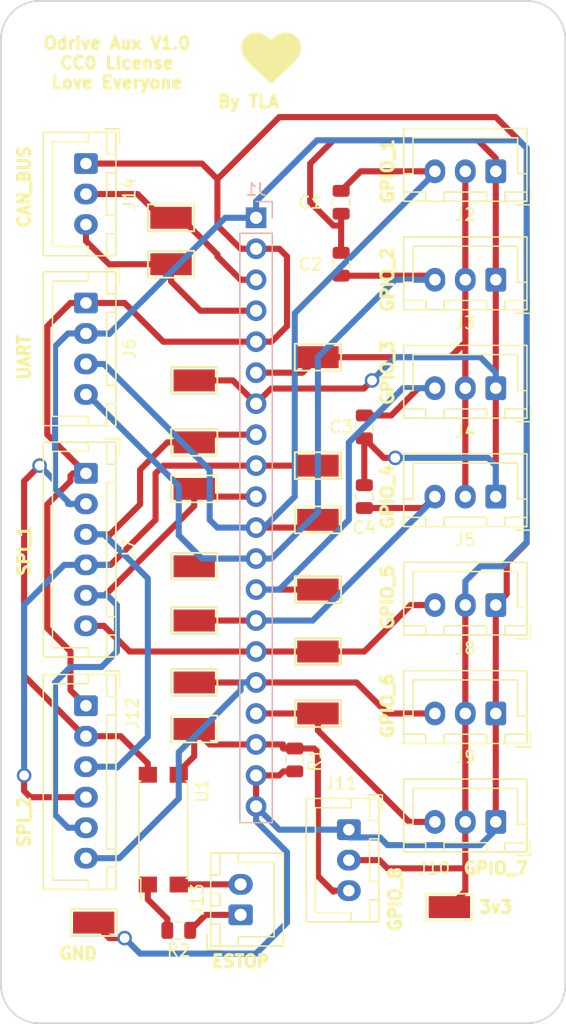
<source format=kicad_pcb>
(kicad_pcb (version 20171130) (host pcbnew 5.1.4-e60b266~84~ubuntu18.04.1)

  (general
    (thickness 1.6)
    (drawings 28)
    (tracks 277)
    (zones 0)
    (modules 42)
    (nets 21)
  )

  (page A4)
  (layers
    (0 F.Cu signal)
    (31 B.Cu signal)
    (32 B.Adhes user)
    (33 F.Adhes user)
    (34 B.Paste user)
    (35 F.Paste user)
    (36 B.SilkS user hide)
    (37 F.SilkS user)
    (38 B.Mask user hide)
    (39 F.Mask user hide)
    (40 Dwgs.User user hide)
    (41 Cmts.User user hide)
    (42 Eco1.User user hide)
    (43 Eco2.User user hide)
    (44 Edge.Cuts user)
    (45 Margin user hide)
    (46 B.CrtYd user hide)
    (47 F.CrtYd user hide)
    (48 B.Fab user hide)
    (49 F.Fab user hide)
  )

  (setup
    (last_trace_width 0.5)
    (trace_clearance 0.2)
    (zone_clearance 0.508)
    (zone_45_only no)
    (trace_min 0.2)
    (via_size 1.2)
    (via_drill 0.8)
    (via_min_size 0.4)
    (via_min_drill 0.3)
    (uvia_size 0.3)
    (uvia_drill 0.1)
    (uvias_allowed no)
    (uvia_min_size 0.2)
    (uvia_min_drill 0.1)
    (edge_width 0.15)
    (segment_width 0.2)
    (pcb_text_width 0.3)
    (pcb_text_size 1.5 1.5)
    (mod_edge_width 0.15)
    (mod_text_size 1 1)
    (mod_text_width 0.15)
    (pad_size 1.524 1.524)
    (pad_drill 0.762)
    (pad_to_mask_clearance 0.051)
    (solder_mask_min_width 0.25)
    (aux_axis_origin 0 0)
    (visible_elements FFFFFF7F)
    (pcbplotparams
      (layerselection 0x010fc_ffffffff)
      (usegerberextensions false)
      (usegerberattributes false)
      (usegerberadvancedattributes false)
      (creategerberjobfile false)
      (excludeedgelayer true)
      (linewidth 0.100000)
      (plotframeref false)
      (viasonmask false)
      (mode 1)
      (useauxorigin false)
      (hpglpennumber 1)
      (hpglpenspeed 20)
      (hpglpendiameter 15.000000)
      (psnegative false)
      (psa4output false)
      (plotreference true)
      (plotvalue true)
      (plotinvisibletext false)
      (padsonsilk false)
      (subtractmaskfromsilk false)
      (outputformat 1)
      (mirror false)
      (drillshape 1)
      (scaleselection 1)
      (outputdirectory ""))
  )

  (net 0 "")
  (net 1 GND)
  (net 2 3v3)
  (net 3 GPIO_1)
  (net 4 GPIO_2)
  (net 5 GPIO_3)
  (net 6 GPIO_4)
  (net 7 CAN_H)
  (net 8 CAN_L)
  (net 9 AVCC)
  (net 10 AGND)
  (net 11 SPI_SCK)
  (net 12 SPI_MISO)
  (net 13 SPI_MOSI)
  (net 14 GPIO_5)
  (net 15 GPIO_6)
  (net 16 GPIO_7)
  (net 17 GPIO_8)
  (net 18 "Net-(J13-Pad1)")
  (net 19 "Net-(J13-Pad2)")
  (net 20 "Net-(R2-Pad2)")

  (net_class Default "This is the default net class."
    (clearance 0.2)
    (trace_width 0.5)
    (via_dia 1.2)
    (via_drill 0.8)
    (uvia_dia 0.3)
    (uvia_drill 0.1)
    (add_net 3v3)
    (add_net AGND)
    (add_net AVCC)
    (add_net CAN_H)
    (add_net CAN_L)
    (add_net GND)
    (add_net GPIO_1)
    (add_net GPIO_2)
    (add_net GPIO_3)
    (add_net GPIO_4)
    (add_net GPIO_5)
    (add_net GPIO_6)
    (add_net GPIO_7)
    (add_net GPIO_8)
    (add_net "Net-(J13-Pad1)")
    (add_net "Net-(J13-Pad2)")
    (add_net "Net-(R2-Pad2)")
    (add_net SPI_MISO)
    (add_net SPI_MOSI)
    (add_net SPI_SCK)
  )

  (module Package_SO:SO-4_7.6x3.6mm_P2.54mm (layer F.Cu) (tedit 5D9FDDD0) (tstamp 5DA0844D)
    (at 132.08 156.845 90)
    (descr "4-Lead Plastic Small Outline (SO) (http://www.everlight.com/file/ProductFile/201407061745083848.pdf)")
    (tags "SO SOIC 2.54")
    (path /5DD02ACE)
    (attr smd)
    (fp_text reference U1 (at 3.175 3.175 90) (layer F.SilkS)
      (effects (font (size 1 1) (thickness 0.15)))
    )
    (fp_text value EL814 (at 0 2.8 90) (layer F.Fab)
      (effects (font (size 1 1) (thickness 0.15)))
    )
    (fp_line (start -4 -1.85) (end -5.7 -1.85) (layer F.SilkS) (width 0.12))
    (fp_text user %R (at 0 -0.065 90) (layer F.Fab)
      (effects (font (size 1 1) (thickness 0.15)))
    )
    (fp_line (start 4 1.85) (end 4 2) (layer F.SilkS) (width 0.12))
    (fp_line (start 4 2) (end -4 2) (layer F.SilkS) (width 0.12))
    (fp_line (start -4 2) (end -4 1.85) (layer F.SilkS) (width 0.12))
    (fp_line (start -4 -1.85) (end -4 -2) (layer F.SilkS) (width 0.12))
    (fp_line (start -4 -2) (end 4 -2) (layer F.SilkS) (width 0.12))
    (fp_line (start 4 -2) (end 4 -1.85) (layer F.SilkS) (width 0.12))
    (fp_line (start 3.8 -1.8) (end 3.8 1.8) (layer F.Fab) (width 0.12))
    (fp_line (start 3.8 1.8) (end -3.8 1.8) (layer F.Fab) (width 0.12))
    (fp_line (start -3.8 1.8) (end -3.8 -1) (layer F.Fab) (width 0.12))
    (fp_line (start -3.8 -1) (end -3 -1.8) (layer F.Fab) (width 0.12))
    (fp_line (start -3 -1.8) (end 3.8 -1.8) (layer F.Fab) (width 0.12))
    (fp_line (start -6 -2.05) (end 6 -2.05) (layer F.CrtYd) (width 0.05))
    (fp_line (start -6 -2.05) (end -6 2.05) (layer F.CrtYd) (width 0.05))
    (fp_line (start 6 2.05) (end 6 -2.05) (layer F.CrtYd) (width 0.05))
    (fp_line (start 6 2.05) (end -6 2.05) (layer F.CrtYd) (width 0.05))
    (pad 1 smd rect (at -4.5 -1.27 90) (size 1.3 1.5) (layers F.Cu F.Paste F.Mask)
      (net 20 "Net-(R2-Pad2)"))
    (pad 2 smd rect (at -4.5 1.27 90) (size 1.3 1.5) (layers F.Cu F.Paste F.Mask)
      (net 19 "Net-(J13-Pad2)"))
    (pad 3 smd rect (at 4.5 1.27 90) (size 1.3 1.5) (layers F.Cu F.Paste F.Mask)
      (net 17 GPIO_8))
    (pad 4 smd rect (at 4.5 -1.27 90) (size 1.3 1.5) (layers F.Cu F.Paste F.Mask)
      (net 2 3v3))
    (model ${KISYS3DMOD}/Package_SO.3dshapes/SO-4_7.6x3.6mm_P2.54mm.wrl
      (at (xyz 0 0 0))
      (scale (xyz 1 1 1))
      (rotate (xyz 0 0 0))
    )
  )

  (module MountingHole:MountingHole_3.2mm_M3 (layer F.Cu) (tedit 5D3264CE) (tstamp 5DA08D61)
    (at 149.86 92.71)
    (descr "Mounting Hole 3.2mm, no annular, M3")
    (tags "mounting hole 3.2mm no annular m3")
    (path /5D326DC1)
    (attr virtual)
    (fp_text reference H1 (at 0 -4.2) (layer F.SilkS) hide
      (effects (font (size 1 1) (thickness 0.15)))
    )
    (fp_text value MountingHole (at 0 4.2) (layer F.Fab)
      (effects (font (size 1 1) (thickness 0.15)))
    )
    (fp_text user %R (at 0.3 0) (layer F.Fab)
      (effects (font (size 1 1) (thickness 0.15)))
    )
    (fp_circle (center 0 0) (end 3.2 0) (layer Cmts.User) (width 0.15))
    (fp_circle (center 0 0) (end 3.45 0) (layer F.CrtYd) (width 0.05))
    (pad 1 np_thru_hole circle (at 0 0) (size 3.2 3.2) (drill 3.2) (layers *.Cu *.Mask))
  )

  (module MountingHole:MountingHole_3.2mm_M3 (layer F.Cu) (tedit 5D3264DA) (tstamp 5D487F6A)
    (at 149.86 168.91)
    (descr "Mounting Hole 3.2mm, no annular, M3")
    (tags "mounting hole 3.2mm no annular m3")
    (path /5D326F6A)
    (attr virtual)
    (fp_text reference H2 (at 0 -4.2) (layer F.SilkS) hide
      (effects (font (size 1 1) (thickness 0.15)))
    )
    (fp_text value MountingHole (at 0 4.2) (layer F.Fab)
      (effects (font (size 1 1) (thickness 0.15)))
    )
    (fp_text user %R (at 0.3 0) (layer F.Fab)
      (effects (font (size 1 1) (thickness 0.15)))
    )
    (fp_circle (center 0 0) (end 3.2 0) (layer Cmts.User) (width 0.15))
    (fp_circle (center 0 0) (end 3.45 0) (layer F.CrtYd) (width 0.05))
    (pad 1 np_thru_hole circle (at 0 0) (size 3.2 3.2) (drill 3.2) (layers *.Cu *.Mask))
  )

  (module MountingHole:MountingHole_3.2mm_M3 (layer F.Cu) (tedit 5D3264D2) (tstamp 5DA08D4C)
    (at 160.02 92.71)
    (descr "Mounting Hole 3.2mm, no annular, M3")
    (tags "mounting hole 3.2mm no annular m3")
    (path /5D326F2D)
    (attr virtual)
    (fp_text reference H3 (at 0 -4.2) (layer F.SilkS) hide
      (effects (font (size 1 1) (thickness 0.15)))
    )
    (fp_text value MountingHole (at 0 4.2) (layer F.Fab)
      (effects (font (size 1 1) (thickness 0.15)))
    )
    (fp_circle (center 0 0) (end 3.45 0) (layer F.CrtYd) (width 0.05))
    (fp_circle (center 0 0) (end 3.2 0) (layer Cmts.User) (width 0.15))
    (fp_text user %R (at 0.3 0) (layer F.Fab)
      (effects (font (size 1 1) (thickness 0.15)))
    )
    (pad 1 np_thru_hole circle (at 0 0) (size 3.2 3.2) (drill 3.2) (layers *.Cu *.Mask))
  )

  (module MountingHole:MountingHole_3.2mm_M3 (layer F.Cu) (tedit 5D3264DD) (tstamp 5DA08DD0)
    (at 160.02 168.91)
    (descr "Mounting Hole 3.2mm, no annular, M3")
    (tags "mounting hole 3.2mm no annular m3")
    (path /5D326FAA)
    (attr virtual)
    (fp_text reference H4 (at 0 -4.2) (layer F.SilkS) hide
      (effects (font (size 1 1) (thickness 0.15)))
    )
    (fp_text value MountingHole (at 0 4.2) (layer F.Fab)
      (effects (font (size 1 1) (thickness 0.15)))
    )
    (fp_circle (center 0 0) (end 3.45 0) (layer F.CrtYd) (width 0.05))
    (fp_circle (center 0 0) (end 3.2 0) (layer Cmts.User) (width 0.15))
    (fp_text user %R (at 0.3 0) (layer F.Fab)
      (effects (font (size 1 1) (thickness 0.15)))
    )
    (pad 1 np_thru_hole circle (at 0 0) (size 3.2 3.2) (drill 3.2) (layers *.Cu *.Mask))
  )

  (module Capacitor_SMD:C_0805_2012Metric (layer F.Cu) (tedit 5B36C52B) (tstamp 5DA053C6)
    (at 146.685 105.41 270)
    (descr "Capacitor SMD 0805 (2012 Metric), square (rectangular) end terminal, IPC_7351 nominal, (Body size source: https://docs.google.com/spreadsheets/d/1BsfQQcO9C6DZCsRaXUlFlo91Tg2WpOkGARC1WS5S8t0/edit?usp=sharing), generated with kicad-footprint-generator")
    (tags capacitor)
    (path /5DC81817)
    (attr smd)
    (fp_text reference C1 (at 0 2.54 180) (layer F.SilkS)
      (effects (font (size 1 1) (thickness 0.15)))
    )
    (fp_text value C (at 0 1.65 270) (layer F.Fab)
      (effects (font (size 1 1) (thickness 0.15)))
    )
    (fp_line (start -1 0.6) (end -1 -0.6) (layer F.Fab) (width 0.1))
    (fp_line (start -1 -0.6) (end 1 -0.6) (layer F.Fab) (width 0.1))
    (fp_line (start 1 -0.6) (end 1 0.6) (layer F.Fab) (width 0.1))
    (fp_line (start 1 0.6) (end -1 0.6) (layer F.Fab) (width 0.1))
    (fp_line (start -0.258578 -0.71) (end 0.258578 -0.71) (layer F.SilkS) (width 0.12))
    (fp_line (start -0.258578 0.71) (end 0.258578 0.71) (layer F.SilkS) (width 0.12))
    (fp_line (start -1.68 0.95) (end -1.68 -0.95) (layer F.CrtYd) (width 0.05))
    (fp_line (start -1.68 -0.95) (end 1.68 -0.95) (layer F.CrtYd) (width 0.05))
    (fp_line (start 1.68 -0.95) (end 1.68 0.95) (layer F.CrtYd) (width 0.05))
    (fp_line (start 1.68 0.95) (end -1.68 0.95) (layer F.CrtYd) (width 0.05))
    (fp_text user %R (at 0 0 270) (layer F.Fab)
      (effects (font (size 0.5 0.5) (thickness 0.08)))
    )
    (pad 1 smd roundrect (at -0.9375 0 270) (size 0.975 1.4) (layers F.Cu F.Paste F.Mask) (roundrect_rratio 0.25)
      (net 3 GPIO_1))
    (pad 2 smd roundrect (at 0.9375 0 270) (size 0.975 1.4) (layers F.Cu F.Paste F.Mask) (roundrect_rratio 0.25)
      (net 10 AGND))
    (model ${KISYS3DMOD}/Capacitor_SMD.3dshapes/C_0805_2012Metric.wrl
      (at (xyz 0 0 0))
      (scale (xyz 1 1 1))
      (rotate (xyz 0 0 0))
    )
  )

  (module Capacitor_SMD:C_0805_2012Metric (layer F.Cu) (tedit 5B36C52B) (tstamp 5D4880DA)
    (at 146.685 110.49 90)
    (descr "Capacitor SMD 0805 (2012 Metric), square (rectangular) end terminal, IPC_7351 nominal, (Body size source: https://docs.google.com/spreadsheets/d/1BsfQQcO9C6DZCsRaXUlFlo91Tg2WpOkGARC1WS5S8t0/edit?usp=sharing), generated with kicad-footprint-generator")
    (tags capacitor)
    (path /5DC83906)
    (attr smd)
    (fp_text reference C2 (at 0 -2.54 180) (layer F.SilkS)
      (effects (font (size 1 1) (thickness 0.15)))
    )
    (fp_text value C (at 0 1.65 270) (layer F.Fab)
      (effects (font (size 1 1) (thickness 0.15)))
    )
    (fp_text user %R (at 0 0 270) (layer F.Fab)
      (effects (font (size 0.5 0.5) (thickness 0.08)))
    )
    (fp_line (start 1.68 0.95) (end -1.68 0.95) (layer F.CrtYd) (width 0.05))
    (fp_line (start 1.68 -0.95) (end 1.68 0.95) (layer F.CrtYd) (width 0.05))
    (fp_line (start -1.68 -0.95) (end 1.68 -0.95) (layer F.CrtYd) (width 0.05))
    (fp_line (start -1.68 0.95) (end -1.68 -0.95) (layer F.CrtYd) (width 0.05))
    (fp_line (start -0.258578 0.71) (end 0.258578 0.71) (layer F.SilkS) (width 0.12))
    (fp_line (start -0.258578 -0.71) (end 0.258578 -0.71) (layer F.SilkS) (width 0.12))
    (fp_line (start 1 0.6) (end -1 0.6) (layer F.Fab) (width 0.1))
    (fp_line (start 1 -0.6) (end 1 0.6) (layer F.Fab) (width 0.1))
    (fp_line (start -1 -0.6) (end 1 -0.6) (layer F.Fab) (width 0.1))
    (fp_line (start -1 0.6) (end -1 -0.6) (layer F.Fab) (width 0.1))
    (pad 2 smd roundrect (at 0.9375 0 90) (size 0.975 1.4) (layers F.Cu F.Paste F.Mask) (roundrect_rratio 0.25)
      (net 10 AGND))
    (pad 1 smd roundrect (at -0.9375 0 90) (size 0.975 1.4) (layers F.Cu F.Paste F.Mask) (roundrect_rratio 0.25)
      (net 4 GPIO_2))
    (model ${KISYS3DMOD}/Capacitor_SMD.3dshapes/C_0805_2012Metric.wrl
      (at (xyz 0 0 0))
      (scale (xyz 1 1 1))
      (rotate (xyz 0 0 0))
    )
  )

  (module Capacitor_SMD:C_0805_2012Metric (layer F.Cu) (tedit 5B36C52B) (tstamp 5D4880EB)
    (at 148.59 123.825 270)
    (descr "Capacitor SMD 0805 (2012 Metric), square (rectangular) end terminal, IPC_7351 nominal, (Body size source: https://docs.google.com/spreadsheets/d/1BsfQQcO9C6DZCsRaXUlFlo91Tg2WpOkGARC1WS5S8t0/edit?usp=sharing), generated with kicad-footprint-generator")
    (tags capacitor)
    (path /5DC83D5D)
    (attr smd)
    (fp_text reference C3 (at 0 1.905 180) (layer F.SilkS)
      (effects (font (size 1 1) (thickness 0.15)))
    )
    (fp_text value C (at 0 1.65 270) (layer F.Fab)
      (effects (font (size 1 1) (thickness 0.15)))
    )
    (fp_text user %R (at 0 0 270) (layer F.Fab)
      (effects (font (size 0.5 0.5) (thickness 0.08)))
    )
    (fp_line (start 1.68 0.95) (end -1.68 0.95) (layer F.CrtYd) (width 0.05))
    (fp_line (start 1.68 -0.95) (end 1.68 0.95) (layer F.CrtYd) (width 0.05))
    (fp_line (start -1.68 -0.95) (end 1.68 -0.95) (layer F.CrtYd) (width 0.05))
    (fp_line (start -1.68 0.95) (end -1.68 -0.95) (layer F.CrtYd) (width 0.05))
    (fp_line (start -0.258578 0.71) (end 0.258578 0.71) (layer F.SilkS) (width 0.12))
    (fp_line (start -0.258578 -0.71) (end 0.258578 -0.71) (layer F.SilkS) (width 0.12))
    (fp_line (start 1 0.6) (end -1 0.6) (layer F.Fab) (width 0.1))
    (fp_line (start 1 -0.6) (end 1 0.6) (layer F.Fab) (width 0.1))
    (fp_line (start -1 -0.6) (end 1 -0.6) (layer F.Fab) (width 0.1))
    (fp_line (start -1 0.6) (end -1 -0.6) (layer F.Fab) (width 0.1))
    (pad 2 smd roundrect (at 0.9375 0 270) (size 0.975 1.4) (layers F.Cu F.Paste F.Mask) (roundrect_rratio 0.25)
      (net 10 AGND))
    (pad 1 smd roundrect (at -0.9375 0 270) (size 0.975 1.4) (layers F.Cu F.Paste F.Mask) (roundrect_rratio 0.25)
      (net 5 GPIO_3))
    (model ${KISYS3DMOD}/Capacitor_SMD.3dshapes/C_0805_2012Metric.wrl
      (at (xyz 0 0 0))
      (scale (xyz 1 1 1))
      (rotate (xyz 0 0 0))
    )
  )

  (module Capacitor_SMD:C_0805_2012Metric (layer F.Cu) (tedit 5B36C52B) (tstamp 5D4880FC)
    (at 148.59 129.54 90)
    (descr "Capacitor SMD 0805 (2012 Metric), square (rectangular) end terminal, IPC_7351 nominal, (Body size source: https://docs.google.com/spreadsheets/d/1BsfQQcO9C6DZCsRaXUlFlo91Tg2WpOkGARC1WS5S8t0/edit?usp=sharing), generated with kicad-footprint-generator")
    (tags capacitor)
    (path /5DC84211)
    (attr smd)
    (fp_text reference C4 (at -2.54 0 180) (layer F.SilkS)
      (effects (font (size 1 1) (thickness 0.15)))
    )
    (fp_text value C (at 0 1.65 270) (layer F.Fab)
      (effects (font (size 1 1) (thickness 0.15)))
    )
    (fp_line (start -1 0.6) (end -1 -0.6) (layer F.Fab) (width 0.1))
    (fp_line (start -1 -0.6) (end 1 -0.6) (layer F.Fab) (width 0.1))
    (fp_line (start 1 -0.6) (end 1 0.6) (layer F.Fab) (width 0.1))
    (fp_line (start 1 0.6) (end -1 0.6) (layer F.Fab) (width 0.1))
    (fp_line (start -0.258578 -0.71) (end 0.258578 -0.71) (layer F.SilkS) (width 0.12))
    (fp_line (start -0.258578 0.71) (end 0.258578 0.71) (layer F.SilkS) (width 0.12))
    (fp_line (start -1.68 0.95) (end -1.68 -0.95) (layer F.CrtYd) (width 0.05))
    (fp_line (start -1.68 -0.95) (end 1.68 -0.95) (layer F.CrtYd) (width 0.05))
    (fp_line (start 1.68 -0.95) (end 1.68 0.95) (layer F.CrtYd) (width 0.05))
    (fp_line (start 1.68 0.95) (end -1.68 0.95) (layer F.CrtYd) (width 0.05))
    (fp_text user %R (at 0 0 270) (layer F.Fab)
      (effects (font (size 0.5 0.5) (thickness 0.08)))
    )
    (pad 1 smd roundrect (at -0.9375 0 90) (size 0.975 1.4) (layers F.Cu F.Paste F.Mask) (roundrect_rratio 0.25)
      (net 6 GPIO_4))
    (pad 2 smd roundrect (at 0.9375 0 90) (size 0.975 1.4) (layers F.Cu F.Paste F.Mask) (roundrect_rratio 0.25)
      (net 10 AGND))
    (model ${KISYS3DMOD}/Capacitor_SMD.3dshapes/C_0805_2012Metric.wrl
      (at (xyz 0 0 0))
      (scale (xyz 1 1 1))
      (rotate (xyz 0 0 0))
    )
  )

  (module TestPoint:TestPoint_Keystone_5015_Micro-Minature (layer F.Cu) (tedit 5D3268ED) (tstamp 5D489782)
    (at 155.575 163.195)
    (descr "SMT Test Point- Micro Miniature 5015, http://www.keyelco.com/product-pdf.cfm?p=1353")
    (tags "Test Point")
    (path /5DC3D0F6)
    (attr smd)
    (fp_text reference TP1 (at -5.588 0) (layer F.SilkS) hide
      (effects (font (size 1 1) (thickness 0.15)))
    )
    (fp_text value TestPoint (at 0 2.25) (layer F.Fab) hide
      (effects (font (size 1 1) (thickness 0.15)))
    )
    (fp_text user %R (at 0 0) (layer F.Fab)
      (effects (font (size 0.6 0.6) (thickness 0.09)))
    )
    (fp_line (start -2.15 -1.35) (end 2.15 -1.35) (layer F.CrtYd) (width 0.05))
    (fp_line (start 2.15 -1.35) (end 2.15 1.35) (layer F.CrtYd) (width 0.05))
    (fp_line (start 2.15 1.35) (end -2.15 1.35) (layer F.CrtYd) (width 0.05))
    (fp_line (start -2.15 1.35) (end -2.15 -1.35) (layer F.CrtYd) (width 0.05))
    (fp_line (start -1.9 -1.1) (end 1.9 -1.1) (layer F.SilkS) (width 0.15))
    (fp_line (start 1.9 -1.1) (end 1.9 1.1) (layer F.SilkS) (width 0.15))
    (fp_line (start 1.9 1.1) (end -1.9 1.1) (layer F.SilkS) (width 0.15))
    (fp_line (start -1.9 1.1) (end -1.9 -1.1) (layer F.SilkS) (width 0.15))
    (fp_line (start -1.35 0.5) (end 1.35 0.5) (layer F.Fab) (width 0.15))
    (fp_line (start 1.35 -0.5) (end 1.35 0.5) (layer F.Fab) (width 0.15))
    (fp_line (start 1.35 -0.5) (end -1.35 -0.5) (layer F.Fab) (width 0.15))
    (fp_line (start -1.35 0.5) (end -1.35 -0.5) (layer F.Fab) (width 0.15))
    (pad 1 smd rect (at 0 0) (size 3.4 1.8) (layers F.Cu F.Paste F.Mask)
      (net 2 3v3))
    (model ${KISYS3DMOD}/TestPoint.3dshapes/TestPoint_Keystone_5015_Micro-Minature.wrl
      (at (xyz 0 0 0))
      (scale (xyz 1 1 1))
      (rotate (xyz 0 0 0))
    )
  )

  (module TestPoint:TestPoint_Keystone_5015_Micro-Minature (layer F.Cu) (tedit 5D3268B9) (tstamp 5D489793)
    (at 132.715 106.68)
    (descr "SMT Test Point- Micro Miniature 5015, http://www.keyelco.com/product-pdf.cfm?p=1353")
    (tags "Test Point")
    (path /5DBE7846)
    (attr smd)
    (fp_text reference TP2 (at 0 -2.25) (layer F.SilkS) hide
      (effects (font (size 1 1) (thickness 0.15)))
    )
    (fp_text value TestPoint (at 0 2.25) (layer F.Fab)
      (effects (font (size 1 1) (thickness 0.15)))
    )
    (fp_line (start -1.35 0.5) (end -1.35 -0.5) (layer F.Fab) (width 0.15))
    (fp_line (start 1.35 -0.5) (end -1.35 -0.5) (layer F.Fab) (width 0.15))
    (fp_line (start 1.35 -0.5) (end 1.35 0.5) (layer F.Fab) (width 0.15))
    (fp_line (start -1.35 0.5) (end 1.35 0.5) (layer F.Fab) (width 0.15))
    (fp_line (start -1.9 1.1) (end -1.9 -1.1) (layer F.SilkS) (width 0.15))
    (fp_line (start 1.9 1.1) (end -1.9 1.1) (layer F.SilkS) (width 0.15))
    (fp_line (start 1.9 -1.1) (end 1.9 1.1) (layer F.SilkS) (width 0.15))
    (fp_line (start -1.9 -1.1) (end 1.9 -1.1) (layer F.SilkS) (width 0.15))
    (fp_line (start -2.15 1.35) (end -2.15 -1.35) (layer F.CrtYd) (width 0.05))
    (fp_line (start 2.15 1.35) (end -2.15 1.35) (layer F.CrtYd) (width 0.05))
    (fp_line (start 2.15 -1.35) (end 2.15 1.35) (layer F.CrtYd) (width 0.05))
    (fp_line (start -2.15 -1.35) (end 2.15 -1.35) (layer F.CrtYd) (width 0.05))
    (fp_text user %R (at 0 0) (layer F.Fab)
      (effects (font (size 0.6 0.6) (thickness 0.09)))
    )
    (pad 1 smd rect (at 0 0) (size 3.4 1.8) (layers F.Cu F.Paste F.Mask)
      (net 7 CAN_H))
    (model ${KISYS3DMOD}/TestPoint.3dshapes/TestPoint_Keystone_5015_Micro-Minature.wrl
      (at (xyz 0 0 0))
      (scale (xyz 1 1 1))
      (rotate (xyz 0 0 0))
    )
  )

  (module TestPoint:TestPoint_Keystone_5015_Micro-Minature (layer F.Cu) (tedit 5D3268BD) (tstamp 5D4897A4)
    (at 132.715 110.49)
    (descr "SMT Test Point- Micro Miniature 5015, http://www.keyelco.com/product-pdf.cfm?p=1353")
    (tags "Test Point")
    (path /5DC3D277)
    (attr smd)
    (fp_text reference TP3 (at 0 -2.25) (layer F.SilkS) hide
      (effects (font (size 1 1) (thickness 0.15)))
    )
    (fp_text value TestPoint (at 0 2.25) (layer F.Fab)
      (effects (font (size 1 1) (thickness 0.15)))
    )
    (fp_text user %R (at 0 0) (layer F.Fab)
      (effects (font (size 0.6 0.6) (thickness 0.09)))
    )
    (fp_line (start -2.15 -1.35) (end 2.15 -1.35) (layer F.CrtYd) (width 0.05))
    (fp_line (start 2.15 -1.35) (end 2.15 1.35) (layer F.CrtYd) (width 0.05))
    (fp_line (start 2.15 1.35) (end -2.15 1.35) (layer F.CrtYd) (width 0.05))
    (fp_line (start -2.15 1.35) (end -2.15 -1.35) (layer F.CrtYd) (width 0.05))
    (fp_line (start -1.9 -1.1) (end 1.9 -1.1) (layer F.SilkS) (width 0.15))
    (fp_line (start 1.9 -1.1) (end 1.9 1.1) (layer F.SilkS) (width 0.15))
    (fp_line (start 1.9 1.1) (end -1.9 1.1) (layer F.SilkS) (width 0.15))
    (fp_line (start -1.9 1.1) (end -1.9 -1.1) (layer F.SilkS) (width 0.15))
    (fp_line (start -1.35 0.5) (end 1.35 0.5) (layer F.Fab) (width 0.15))
    (fp_line (start 1.35 -0.5) (end 1.35 0.5) (layer F.Fab) (width 0.15))
    (fp_line (start 1.35 -0.5) (end -1.35 -0.5) (layer F.Fab) (width 0.15))
    (fp_line (start -1.35 0.5) (end -1.35 -0.5) (layer F.Fab) (width 0.15))
    (pad 1 smd rect (at 0 0) (size 3.4 1.8) (layers F.Cu F.Paste F.Mask)
      (net 8 CAN_L))
    (model ${KISYS3DMOD}/TestPoint.3dshapes/TestPoint_Keystone_5015_Micro-Minature.wrl
      (at (xyz 0 0 0))
      (scale (xyz 1 1 1))
      (rotate (xyz 0 0 0))
    )
  )

  (module TestPoint:TestPoint_Keystone_5015_Micro-Minature (layer F.Cu) (tedit 5D3268C1) (tstamp 5D4897B5)
    (at 126.365 164.465)
    (descr "SMT Test Point- Micro Miniature 5015, http://www.keyelco.com/product-pdf.cfm?p=1353")
    (tags "Test Point")
    (path /5DC3D406)
    (attr smd)
    (fp_text reference TP4 (at 0 -2.25) (layer F.SilkS) hide
      (effects (font (size 1 1) (thickness 0.15)))
    )
    (fp_text value TestPoint (at 0 2.25) (layer F.Fab) hide
      (effects (font (size 1 1) (thickness 0.15)))
    )
    (fp_line (start -1.35 0.5) (end -1.35 -0.5) (layer F.Fab) (width 0.15))
    (fp_line (start 1.35 -0.5) (end -1.35 -0.5) (layer F.Fab) (width 0.15))
    (fp_line (start 1.35 -0.5) (end 1.35 0.5) (layer F.Fab) (width 0.15))
    (fp_line (start -1.35 0.5) (end 1.35 0.5) (layer F.Fab) (width 0.15))
    (fp_line (start -1.9 1.1) (end -1.9 -1.1) (layer F.SilkS) (width 0.15))
    (fp_line (start 1.9 1.1) (end -1.9 1.1) (layer F.SilkS) (width 0.15))
    (fp_line (start 1.9 -1.1) (end 1.9 1.1) (layer F.SilkS) (width 0.15))
    (fp_line (start -1.9 -1.1) (end 1.9 -1.1) (layer F.SilkS) (width 0.15))
    (fp_line (start -2.15 1.35) (end -2.15 -1.35) (layer F.CrtYd) (width 0.05))
    (fp_line (start 2.15 1.35) (end -2.15 1.35) (layer F.CrtYd) (width 0.05))
    (fp_line (start 2.15 -1.35) (end 2.15 1.35) (layer F.CrtYd) (width 0.05))
    (fp_line (start -2.15 -1.35) (end 2.15 -1.35) (layer F.CrtYd) (width 0.05))
    (fp_text user %R (at 0 0) (layer F.Fab)
      (effects (font (size 0.6 0.6) (thickness 0.09)))
    )
    (pad 1 smd rect (at 0 0) (size 3.4 1.8) (layers F.Cu F.Paste F.Mask)
      (net 1 GND))
    (model ${KISYS3DMOD}/TestPoint.3dshapes/TestPoint_Keystone_5015_Micro-Minature.wrl
      (at (xyz 0 0 0))
      (scale (xyz 1 1 1))
      (rotate (xyz 0 0 0))
    )
  )

  (module TestPoint:TestPoint_Keystone_5015_Micro-Minature (layer F.Cu) (tedit 5D3268CA) (tstamp 5D4897C6)
    (at 144.78 118.11)
    (descr "SMT Test Point- Micro Miniature 5015, http://www.keyelco.com/product-pdf.cfm?p=1353")
    (tags "Test Point")
    (path /5DC3D583)
    (attr smd)
    (fp_text reference TP5 (at 0 -2.25) (layer F.SilkS) hide
      (effects (font (size 1 1) (thickness 0.15)))
    )
    (fp_text value TestPoint (at 0 2.25) (layer F.Fab) hide
      (effects (font (size 1 1) (thickness 0.15)))
    )
    (fp_text user %R (at 0 0) (layer F.Fab)
      (effects (font (size 0.6 0.6) (thickness 0.09)))
    )
    (fp_line (start -2.15 -1.35) (end 2.15 -1.35) (layer F.CrtYd) (width 0.05))
    (fp_line (start 2.15 -1.35) (end 2.15 1.35) (layer F.CrtYd) (width 0.05))
    (fp_line (start 2.15 1.35) (end -2.15 1.35) (layer F.CrtYd) (width 0.05))
    (fp_line (start -2.15 1.35) (end -2.15 -1.35) (layer F.CrtYd) (width 0.05))
    (fp_line (start -1.9 -1.1) (end 1.9 -1.1) (layer F.SilkS) (width 0.15))
    (fp_line (start 1.9 -1.1) (end 1.9 1.1) (layer F.SilkS) (width 0.15))
    (fp_line (start 1.9 1.1) (end -1.9 1.1) (layer F.SilkS) (width 0.15))
    (fp_line (start -1.9 1.1) (end -1.9 -1.1) (layer F.SilkS) (width 0.15))
    (fp_line (start -1.35 0.5) (end 1.35 0.5) (layer F.Fab) (width 0.15))
    (fp_line (start 1.35 -0.5) (end 1.35 0.5) (layer F.Fab) (width 0.15))
    (fp_line (start 1.35 -0.5) (end -1.35 -0.5) (layer F.Fab) (width 0.15))
    (fp_line (start -1.35 0.5) (end -1.35 -0.5) (layer F.Fab) (width 0.15))
    (pad 1 smd rect (at 0 0) (size 3.4 1.8) (layers F.Cu F.Paste F.Mask)
      (net 9 AVCC))
    (model ${KISYS3DMOD}/TestPoint.3dshapes/TestPoint_Keystone_5015_Micro-Minature.wrl
      (at (xyz 0 0 0))
      (scale (xyz 1 1 1))
      (rotate (xyz 0 0 0))
    )
  )

  (module TestPoint:TestPoint_Keystone_5015_Micro-Minature (layer F.Cu) (tedit 5D3268CD) (tstamp 5DA0375A)
    (at 134.62 120.015)
    (descr "SMT Test Point- Micro Miniature 5015, http://www.keyelco.com/product-pdf.cfm?p=1353")
    (tags "Test Point")
    (path /5DC3D8D6)
    (attr smd)
    (fp_text reference TP6 (at 0 -2.25) (layer F.SilkS) hide
      (effects (font (size 1 1) (thickness 0.15)))
    )
    (fp_text value TestPoint (at 0 2.25) (layer F.Fab)
      (effects (font (size 1 1) (thickness 0.15)))
    )
    (fp_line (start -1.35 0.5) (end -1.35 -0.5) (layer F.Fab) (width 0.15))
    (fp_line (start 1.35 -0.5) (end -1.35 -0.5) (layer F.Fab) (width 0.15))
    (fp_line (start 1.35 -0.5) (end 1.35 0.5) (layer F.Fab) (width 0.15))
    (fp_line (start -1.35 0.5) (end 1.35 0.5) (layer F.Fab) (width 0.15))
    (fp_line (start -1.9 1.1) (end -1.9 -1.1) (layer F.SilkS) (width 0.15))
    (fp_line (start 1.9 1.1) (end -1.9 1.1) (layer F.SilkS) (width 0.15))
    (fp_line (start 1.9 -1.1) (end 1.9 1.1) (layer F.SilkS) (width 0.15))
    (fp_line (start -1.9 -1.1) (end 1.9 -1.1) (layer F.SilkS) (width 0.15))
    (fp_line (start -2.15 1.35) (end -2.15 -1.35) (layer F.CrtYd) (width 0.05))
    (fp_line (start 2.15 1.35) (end -2.15 1.35) (layer F.CrtYd) (width 0.05))
    (fp_line (start 2.15 -1.35) (end 2.15 1.35) (layer F.CrtYd) (width 0.05))
    (fp_line (start -2.15 -1.35) (end 2.15 -1.35) (layer F.CrtYd) (width 0.05))
    (fp_text user %R (at 0 0) (layer F.Fab)
      (effects (font (size 0.6 0.6) (thickness 0.09)))
    )
    (pad 1 smd rect (at 0 0) (size 3.4 1.8) (layers F.Cu F.Paste F.Mask)
      (net 10 AGND))
    (model ${KISYS3DMOD}/TestPoint.3dshapes/TestPoint_Keystone_5015_Micro-Minature.wrl
      (at (xyz 0 0 0))
      (scale (xyz 1 1 1))
      (rotate (xyz 0 0 0))
    )
  )

  (module TestPoint:TestPoint_Keystone_5015_Micro-Minature (layer F.Cu) (tedit 5D3268DB) (tstamp 5D4897E8)
    (at 134.62 125.095)
    (descr "SMT Test Point- Micro Miniature 5015, http://www.keyelco.com/product-pdf.cfm?p=1353")
    (tags "Test Point")
    (path /5DC3DA92)
    (attr smd)
    (fp_text reference TP7 (at 0 -2.25) (layer F.SilkS) hide
      (effects (font (size 1 1) (thickness 0.15)))
    )
    (fp_text value TestPoint (at 0 2.25) (layer F.Fab)
      (effects (font (size 1 1) (thickness 0.15)))
    )
    (fp_text user %R (at 0 0) (layer F.Fab)
      (effects (font (size 0.6 0.6) (thickness 0.09)))
    )
    (fp_line (start -2.15 -1.35) (end 2.15 -1.35) (layer F.CrtYd) (width 0.05))
    (fp_line (start 2.15 -1.35) (end 2.15 1.35) (layer F.CrtYd) (width 0.05))
    (fp_line (start 2.15 1.35) (end -2.15 1.35) (layer F.CrtYd) (width 0.05))
    (fp_line (start -2.15 1.35) (end -2.15 -1.35) (layer F.CrtYd) (width 0.05))
    (fp_line (start -1.9 -1.1) (end 1.9 -1.1) (layer F.SilkS) (width 0.15))
    (fp_line (start 1.9 -1.1) (end 1.9 1.1) (layer F.SilkS) (width 0.15))
    (fp_line (start 1.9 1.1) (end -1.9 1.1) (layer F.SilkS) (width 0.15))
    (fp_line (start -1.9 1.1) (end -1.9 -1.1) (layer F.SilkS) (width 0.15))
    (fp_line (start -1.35 0.5) (end 1.35 0.5) (layer F.Fab) (width 0.15))
    (fp_line (start 1.35 -0.5) (end 1.35 0.5) (layer F.Fab) (width 0.15))
    (fp_line (start 1.35 -0.5) (end -1.35 -0.5) (layer F.Fab) (width 0.15))
    (fp_line (start -1.35 0.5) (end -1.35 -0.5) (layer F.Fab) (width 0.15))
    (pad 1 smd rect (at 0 0) (size 3.4 1.8) (layers F.Cu F.Paste F.Mask)
      (net 11 SPI_SCK))
    (model ${KISYS3DMOD}/TestPoint.3dshapes/TestPoint_Keystone_5015_Micro-Minature.wrl
      (at (xyz 0 0 0))
      (scale (xyz 1 1 1))
      (rotate (xyz 0 0 0))
    )
  )

  (module Connector_PinHeader_2.54mm:PinHeader_1x20_P2.54mm_Vertical (layer B.Cu) (tedit 59FED5CC) (tstamp 5DA01650)
    (at 139.7 106.68 180)
    (descr "Through hole straight pin header, 1x20, 2.54mm pitch, single row")
    (tags "Through hole pin header THT 1x20 2.54mm single row")
    (path /5D9FD0A0)
    (fp_text reference J1 (at 0 2.33) (layer B.SilkS)
      (effects (font (size 1 1) (thickness 0.15)) (justify mirror))
    )
    (fp_text value Conn_01x20_Male (at 0 -50.59) (layer B.Fab) hide
      (effects (font (size 1 1) (thickness 0.15)) (justify mirror))
    )
    (fp_line (start -0.635 1.27) (end 1.27 1.27) (layer B.Fab) (width 0.1))
    (fp_line (start 1.27 1.27) (end 1.27 -49.53) (layer B.Fab) (width 0.1))
    (fp_line (start 1.27 -49.53) (end -1.27 -49.53) (layer B.Fab) (width 0.1))
    (fp_line (start -1.27 -49.53) (end -1.27 0.635) (layer B.Fab) (width 0.1))
    (fp_line (start -1.27 0.635) (end -0.635 1.27) (layer B.Fab) (width 0.1))
    (fp_line (start -1.33 -49.59) (end 1.33 -49.59) (layer B.SilkS) (width 0.12))
    (fp_line (start -1.33 -1.27) (end -1.33 -49.59) (layer B.SilkS) (width 0.12))
    (fp_line (start 1.33 -1.27) (end 1.33 -49.59) (layer B.SilkS) (width 0.12))
    (fp_line (start -1.33 -1.27) (end 1.33 -1.27) (layer B.SilkS) (width 0.12))
    (fp_line (start -1.33 0) (end -1.33 1.33) (layer B.SilkS) (width 0.12))
    (fp_line (start -1.33 1.33) (end 0 1.33) (layer B.SilkS) (width 0.12))
    (fp_line (start -1.8 1.8) (end -1.8 -50.05) (layer B.CrtYd) (width 0.05))
    (fp_line (start -1.8 -50.05) (end 1.8 -50.05) (layer B.CrtYd) (width 0.05))
    (fp_line (start 1.8 -50.05) (end 1.8 1.8) (layer B.CrtYd) (width 0.05))
    (fp_line (start 1.8 1.8) (end -1.8 1.8) (layer B.CrtYd) (width 0.05))
    (fp_text user %R (at 0 -24.13 270) (layer B.Fab)
      (effects (font (size 1 1) (thickness 0.15)) (justify mirror))
    )
    (pad 1 thru_hole rect (at 0 0 180) (size 1.7 1.7) (drill 1) (layers *.Cu *.Mask)
      (net 2 3v3))
    (pad 2 thru_hole oval (at 0 -2.54 180) (size 1.7 1.7) (drill 1) (layers *.Cu *.Mask)
      (net 1 GND))
    (pad 3 thru_hole oval (at 0 -5.08 180) (size 1.7 1.7) (drill 1) (layers *.Cu *.Mask)
      (net 7 CAN_H))
    (pad 4 thru_hole oval (at 0 -7.62 180) (size 1.7 1.7) (drill 1) (layers *.Cu *.Mask)
      (net 8 CAN_L))
    (pad 5 thru_hole oval (at 0 -10.16 180) (size 1.7 1.7) (drill 1) (layers *.Cu *.Mask)
      (net 1 GND))
    (pad 6 thru_hole oval (at 0 -12.7 180) (size 1.7 1.7) (drill 1) (layers *.Cu *.Mask)
      (net 9 AVCC))
    (pad 7 thru_hole oval (at 0 -15.24 180) (size 1.7 1.7) (drill 1) (layers *.Cu *.Mask)
      (net 10 AGND))
    (pad 8 thru_hole oval (at 0 -17.78 180) (size 1.7 1.7) (drill 1) (layers *.Cu *.Mask)
      (net 11 SPI_SCK))
    (pad 9 thru_hole oval (at 0 -20.32 180) (size 1.7 1.7) (drill 1) (layers *.Cu *.Mask)
      (net 12 SPI_MISO))
    (pad 10 thru_hole oval (at 0 -22.86 180) (size 1.7 1.7) (drill 1) (layers *.Cu *.Mask)
      (net 13 SPI_MOSI))
    (pad 11 thru_hole oval (at 0 -25.4 180) (size 1.7 1.7) (drill 1) (layers *.Cu *.Mask)
      (net 3 GPIO_1))
    (pad 12 thru_hole oval (at 0 -27.94 180) (size 1.7 1.7) (drill 1) (layers *.Cu *.Mask)
      (net 4 GPIO_2))
    (pad 13 thru_hole oval (at 0 -30.48 180) (size 1.7 1.7) (drill 1) (layers *.Cu *.Mask)
      (net 5 GPIO_3))
    (pad 14 thru_hole oval (at 0 -33.02 180) (size 1.7 1.7) (drill 1) (layers *.Cu *.Mask)
      (net 6 GPIO_4))
    (pad 15 thru_hole oval (at 0 -35.56 180) (size 1.7 1.7) (drill 1) (layers *.Cu *.Mask)
      (net 14 GPIO_5))
    (pad 16 thru_hole oval (at 0 -38.1 180) (size 1.7 1.7) (drill 1) (layers *.Cu *.Mask)
      (net 15 GPIO_6))
    (pad 17 thru_hole oval (at 0 -40.64 180) (size 1.7 1.7) (drill 1) (layers *.Cu *.Mask)
      (net 16 GPIO_7))
    (pad 18 thru_hole oval (at 0 -43.18 180) (size 1.7 1.7) (drill 1) (layers *.Cu *.Mask)
      (net 17 GPIO_8))
    (pad 19 thru_hole oval (at 0 -45.72 180) (size 1.7 1.7) (drill 1) (layers *.Cu *.Mask)
      (net 1 GND))
    (pad 20 thru_hole oval (at 0 -48.26 180) (size 1.7 1.7) (drill 1) (layers *.Cu *.Mask)
      (net 1 GND))
    (model ${KISYS3DMOD}/Connector_PinHeader_2.54mm.3dshapes/PinHeader_1x20_P2.54mm_Vertical.wrl
      (at (xyz 0 0 0))
      (scale (xyz 1 1 1))
      (rotate (xyz 0 0 0))
    )
  )

  (module Resistor_SMD:R_0805_2012Metric (layer F.Cu) (tedit 5B36C52B) (tstamp 5DA018D7)
    (at 142.875 151.13 270)
    (descr "Resistor SMD 0805 (2012 Metric), square (rectangular) end terminal, IPC_7351 nominal, (Body size source: https://docs.google.com/spreadsheets/d/1BsfQQcO9C6DZCsRaXUlFlo91Tg2WpOkGARC1WS5S8t0/edit?usp=sharing), generated with kicad-footprint-generator")
    (tags resistor)
    (path /5DD15E8F)
    (attr smd)
    (fp_text reference R1 (at 0 -1.65 90) (layer F.SilkS)
      (effects (font (size 1 1) (thickness 0.15)))
    )
    (fp_text value 20k (at 0 1.65 90) (layer F.Fab)
      (effects (font (size 1 1) (thickness 0.15)))
    )
    (fp_line (start -1 0.6) (end -1 -0.6) (layer F.Fab) (width 0.1))
    (fp_line (start -1 -0.6) (end 1 -0.6) (layer F.Fab) (width 0.1))
    (fp_line (start 1 -0.6) (end 1 0.6) (layer F.Fab) (width 0.1))
    (fp_line (start 1 0.6) (end -1 0.6) (layer F.Fab) (width 0.1))
    (fp_line (start -0.258578 -0.71) (end 0.258578 -0.71) (layer F.SilkS) (width 0.12))
    (fp_line (start -0.258578 0.71) (end 0.258578 0.71) (layer F.SilkS) (width 0.12))
    (fp_line (start -1.68 0.95) (end -1.68 -0.95) (layer F.CrtYd) (width 0.05))
    (fp_line (start -1.68 -0.95) (end 1.68 -0.95) (layer F.CrtYd) (width 0.05))
    (fp_line (start 1.68 -0.95) (end 1.68 0.95) (layer F.CrtYd) (width 0.05))
    (fp_line (start 1.68 0.95) (end -1.68 0.95) (layer F.CrtYd) (width 0.05))
    (fp_text user %R (at 0 0 90) (layer F.Fab)
      (effects (font (size 0.5 0.5) (thickness 0.08)))
    )
    (pad 1 smd roundrect (at -0.9375 0 270) (size 0.975 1.4) (layers F.Cu F.Paste F.Mask) (roundrect_rratio 0.25)
      (net 17 GPIO_8))
    (pad 2 smd roundrect (at 0.9375 0 270) (size 0.975 1.4) (layers F.Cu F.Paste F.Mask) (roundrect_rratio 0.25)
      (net 1 GND))
    (model ${KISYS3DMOD}/Resistor_SMD.3dshapes/R_0805_2012Metric.wrl
      (at (xyz 0 0 0))
      (scale (xyz 1 1 1))
      (rotate (xyz 0 0 0))
    )
  )

  (module TestPoint:TestPoint_Keystone_5015_Micro-Minature (layer F.Cu) (tedit 5A0F774F) (tstamp 5DA018E9)
    (at 144.78 127 180)
    (descr "SMT Test Point- Micro Miniature 5015, http://www.keyelco.com/product-pdf.cfm?p=1353")
    (tags "Test Point")
    (path /5DC3DC70)
    (attr smd)
    (fp_text reference TP8 (at 0 -2.25) (layer F.SilkS) hide
      (effects (font (size 1 1) (thickness 0.15)))
    )
    (fp_text value TestPoint (at 0 2.25) (layer F.Fab) hide
      (effects (font (size 1 1) (thickness 0.15)))
    )
    (fp_line (start -1.35 0.5) (end -1.35 -0.5) (layer F.Fab) (width 0.15))
    (fp_line (start 1.35 -0.5) (end -1.35 -0.5) (layer F.Fab) (width 0.15))
    (fp_line (start 1.35 -0.5) (end 1.35 0.5) (layer F.Fab) (width 0.15))
    (fp_line (start -1.35 0.5) (end 1.35 0.5) (layer F.Fab) (width 0.15))
    (fp_line (start -1.9 1.1) (end -1.9 -1.1) (layer F.SilkS) (width 0.15))
    (fp_line (start 1.9 1.1) (end -1.9 1.1) (layer F.SilkS) (width 0.15))
    (fp_line (start 1.9 -1.1) (end 1.9 1.1) (layer F.SilkS) (width 0.15))
    (fp_line (start -1.9 -1.1) (end 1.9 -1.1) (layer F.SilkS) (width 0.15))
    (fp_line (start -2.15 1.35) (end -2.15 -1.35) (layer F.CrtYd) (width 0.05))
    (fp_line (start 2.15 1.35) (end -2.15 1.35) (layer F.CrtYd) (width 0.05))
    (fp_line (start 2.15 -1.35) (end 2.15 1.35) (layer F.CrtYd) (width 0.05))
    (fp_line (start -2.15 -1.35) (end 2.15 -1.35) (layer F.CrtYd) (width 0.05))
    (fp_text user %R (at 0 0) (layer F.Fab)
      (effects (font (size 0.6 0.6) (thickness 0.09)))
    )
    (pad 1 smd rect (at 0 0 180) (size 3.4 1.8) (layers F.Cu F.Paste F.Mask)
      (net 12 SPI_MISO))
    (model ${KISYS3DMOD}/TestPoint.3dshapes/TestPoint_Keystone_5015_Micro-Minature.wrl
      (at (xyz 0 0 0))
      (scale (xyz 1 1 1))
      (rotate (xyz 0 0 0))
    )
  )

  (module TestPoint:TestPoint_Keystone_5015_Micro-Minature (layer F.Cu) (tedit 5A0F774F) (tstamp 5DA018FB)
    (at 134.62 128.905 180)
    (descr "SMT Test Point- Micro Miniature 5015, http://www.keyelco.com/product-pdf.cfm?p=1353")
    (tags "Test Point")
    (path /5DC3DE2D)
    (attr smd)
    (fp_text reference TP9 (at 0 -2.25) (layer F.SilkS) hide
      (effects (font (size 1 1) (thickness 0.15)))
    )
    (fp_text value TestPoint (at 0 2.25) (layer F.Fab)
      (effects (font (size 1 1) (thickness 0.15)))
    )
    (fp_text user %R (at 0 0) (layer F.Fab)
      (effects (font (size 0.6 0.6) (thickness 0.09)))
    )
    (fp_line (start -2.15 -1.35) (end 2.15 -1.35) (layer F.CrtYd) (width 0.05))
    (fp_line (start 2.15 -1.35) (end 2.15 1.35) (layer F.CrtYd) (width 0.05))
    (fp_line (start 2.15 1.35) (end -2.15 1.35) (layer F.CrtYd) (width 0.05))
    (fp_line (start -2.15 1.35) (end -2.15 -1.35) (layer F.CrtYd) (width 0.05))
    (fp_line (start -1.9 -1.1) (end 1.9 -1.1) (layer F.SilkS) (width 0.15))
    (fp_line (start 1.9 -1.1) (end 1.9 1.1) (layer F.SilkS) (width 0.15))
    (fp_line (start 1.9 1.1) (end -1.9 1.1) (layer F.SilkS) (width 0.15))
    (fp_line (start -1.9 1.1) (end -1.9 -1.1) (layer F.SilkS) (width 0.15))
    (fp_line (start -1.35 0.5) (end 1.35 0.5) (layer F.Fab) (width 0.15))
    (fp_line (start 1.35 -0.5) (end 1.35 0.5) (layer F.Fab) (width 0.15))
    (fp_line (start 1.35 -0.5) (end -1.35 -0.5) (layer F.Fab) (width 0.15))
    (fp_line (start -1.35 0.5) (end -1.35 -0.5) (layer F.Fab) (width 0.15))
    (pad 1 smd rect (at 0 0 180) (size 3.4 1.8) (layers F.Cu F.Paste F.Mask)
      (net 13 SPI_MOSI))
    (model ${KISYS3DMOD}/TestPoint.3dshapes/TestPoint_Keystone_5015_Micro-Minature.wrl
      (at (xyz 0 0 0))
      (scale (xyz 1 1 1))
      (rotate (xyz 0 0 0))
    )
  )

  (module TestPoint:TestPoint_Keystone_5015_Micro-Minature (layer F.Cu) (tedit 5A0F774F) (tstamp 5DA0190D)
    (at 144.78 131.445 180)
    (descr "SMT Test Point- Micro Miniature 5015, http://www.keyelco.com/product-pdf.cfm?p=1353")
    (tags "Test Point")
    (path /5DC3E32C)
    (attr smd)
    (fp_text reference TP10 (at 0 -2.25) (layer F.SilkS) hide
      (effects (font (size 1 1) (thickness 0.15)))
    )
    (fp_text value TestPoint (at 0 2.25) (layer F.Fab) hide
      (effects (font (size 1 1) (thickness 0.15)))
    )
    (fp_text user %R (at 0 0) (layer F.Fab)
      (effects (font (size 0.6 0.6) (thickness 0.09)))
    )
    (fp_line (start -2.15 -1.35) (end 2.15 -1.35) (layer F.CrtYd) (width 0.05))
    (fp_line (start 2.15 -1.35) (end 2.15 1.35) (layer F.CrtYd) (width 0.05))
    (fp_line (start 2.15 1.35) (end -2.15 1.35) (layer F.CrtYd) (width 0.05))
    (fp_line (start -2.15 1.35) (end -2.15 -1.35) (layer F.CrtYd) (width 0.05))
    (fp_line (start -1.9 -1.1) (end 1.9 -1.1) (layer F.SilkS) (width 0.15))
    (fp_line (start 1.9 -1.1) (end 1.9 1.1) (layer F.SilkS) (width 0.15))
    (fp_line (start 1.9 1.1) (end -1.9 1.1) (layer F.SilkS) (width 0.15))
    (fp_line (start -1.9 1.1) (end -1.9 -1.1) (layer F.SilkS) (width 0.15))
    (fp_line (start -1.35 0.5) (end 1.35 0.5) (layer F.Fab) (width 0.15))
    (fp_line (start 1.35 -0.5) (end 1.35 0.5) (layer F.Fab) (width 0.15))
    (fp_line (start 1.35 -0.5) (end -1.35 -0.5) (layer F.Fab) (width 0.15))
    (fp_line (start -1.35 0.5) (end -1.35 -0.5) (layer F.Fab) (width 0.15))
    (pad 1 smd rect (at 0 0 180) (size 3.4 1.8) (layers F.Cu F.Paste F.Mask)
      (net 3 GPIO_1))
    (model ${KISYS3DMOD}/TestPoint.3dshapes/TestPoint_Keystone_5015_Micro-Minature.wrl
      (at (xyz 0 0 0))
      (scale (xyz 1 1 1))
      (rotate (xyz 0 0 0))
    )
  )

  (module TestPoint:TestPoint_Keystone_5015_Micro-Minature (layer F.Cu) (tedit 5A0F774F) (tstamp 5DA0191F)
    (at 134.62 135.255)
    (descr "SMT Test Point- Micro Miniature 5015, http://www.keyelco.com/product-pdf.cfm?p=1353")
    (tags "Test Point")
    (path /5DC3E46D)
    (attr smd)
    (fp_text reference TP11 (at 0 -2.25) (layer F.SilkS) hide
      (effects (font (size 1 1) (thickness 0.15)))
    )
    (fp_text value TestPoint (at 0 2.25) (layer F.Fab) hide
      (effects (font (size 1 1) (thickness 0.15)))
    )
    (fp_line (start -1.35 0.5) (end -1.35 -0.5) (layer F.Fab) (width 0.15))
    (fp_line (start 1.35 -0.5) (end -1.35 -0.5) (layer F.Fab) (width 0.15))
    (fp_line (start 1.35 -0.5) (end 1.35 0.5) (layer F.Fab) (width 0.15))
    (fp_line (start -1.35 0.5) (end 1.35 0.5) (layer F.Fab) (width 0.15))
    (fp_line (start -1.9 1.1) (end -1.9 -1.1) (layer F.SilkS) (width 0.15))
    (fp_line (start 1.9 1.1) (end -1.9 1.1) (layer F.SilkS) (width 0.15))
    (fp_line (start 1.9 -1.1) (end 1.9 1.1) (layer F.SilkS) (width 0.15))
    (fp_line (start -1.9 -1.1) (end 1.9 -1.1) (layer F.SilkS) (width 0.15))
    (fp_line (start -2.15 1.35) (end -2.15 -1.35) (layer F.CrtYd) (width 0.05))
    (fp_line (start 2.15 1.35) (end -2.15 1.35) (layer F.CrtYd) (width 0.05))
    (fp_line (start 2.15 -1.35) (end 2.15 1.35) (layer F.CrtYd) (width 0.05))
    (fp_line (start -2.15 -1.35) (end 2.15 -1.35) (layer F.CrtYd) (width 0.05))
    (fp_text user %R (at 0 0) (layer F.Fab)
      (effects (font (size 0.6 0.6) (thickness 0.09)))
    )
    (pad 1 smd rect (at 0 0) (size 3.4 1.8) (layers F.Cu F.Paste F.Mask)
      (net 4 GPIO_2))
    (model ${KISYS3DMOD}/TestPoint.3dshapes/TestPoint_Keystone_5015_Micro-Minature.wrl
      (at (xyz 0 0 0))
      (scale (xyz 1 1 1))
      (rotate (xyz 0 0 0))
    )
  )

  (module TestPoint:TestPoint_Keystone_5015_Micro-Minature (layer F.Cu) (tedit 5A0F774F) (tstamp 5DA01931)
    (at 144.78 137.16 180)
    (descr "SMT Test Point- Micro Miniature 5015, http://www.keyelco.com/product-pdf.cfm?p=1353")
    (tags "Test Point")
    (path /5DC3E67C)
    (attr smd)
    (fp_text reference TP12 (at 0 -2.25) (layer F.SilkS) hide
      (effects (font (size 1 1) (thickness 0.15)))
    )
    (fp_text value TestPoint (at 0 2.25) (layer F.Fab) hide
      (effects (font (size 1 1) (thickness 0.15)))
    )
    (fp_text user %R (at 0 0) (layer F.Fab)
      (effects (font (size 0.6 0.6) (thickness 0.09)))
    )
    (fp_line (start -2.15 -1.35) (end 2.15 -1.35) (layer F.CrtYd) (width 0.05))
    (fp_line (start 2.15 -1.35) (end 2.15 1.35) (layer F.CrtYd) (width 0.05))
    (fp_line (start 2.15 1.35) (end -2.15 1.35) (layer F.CrtYd) (width 0.05))
    (fp_line (start -2.15 1.35) (end -2.15 -1.35) (layer F.CrtYd) (width 0.05))
    (fp_line (start -1.9 -1.1) (end 1.9 -1.1) (layer F.SilkS) (width 0.15))
    (fp_line (start 1.9 -1.1) (end 1.9 1.1) (layer F.SilkS) (width 0.15))
    (fp_line (start 1.9 1.1) (end -1.9 1.1) (layer F.SilkS) (width 0.15))
    (fp_line (start -1.9 1.1) (end -1.9 -1.1) (layer F.SilkS) (width 0.15))
    (fp_line (start -1.35 0.5) (end 1.35 0.5) (layer F.Fab) (width 0.15))
    (fp_line (start 1.35 -0.5) (end 1.35 0.5) (layer F.Fab) (width 0.15))
    (fp_line (start 1.35 -0.5) (end -1.35 -0.5) (layer F.Fab) (width 0.15))
    (fp_line (start -1.35 0.5) (end -1.35 -0.5) (layer F.Fab) (width 0.15))
    (pad 1 smd rect (at 0 0 180) (size 3.4 1.8) (layers F.Cu F.Paste F.Mask)
      (net 5 GPIO_3))
    (model ${KISYS3DMOD}/TestPoint.3dshapes/TestPoint_Keystone_5015_Micro-Minature.wrl
      (at (xyz 0 0 0))
      (scale (xyz 1 1 1))
      (rotate (xyz 0 0 0))
    )
  )

  (module TestPoint:TestPoint_Keystone_5015_Micro-Minature (layer F.Cu) (tedit 5A0F774F) (tstamp 5DA01943)
    (at 134.62 139.7 180)
    (descr "SMT Test Point- Micro Miniature 5015, http://www.keyelco.com/product-pdf.cfm?p=1353")
    (tags "Test Point")
    (path /5DC3E88C)
    (attr smd)
    (fp_text reference TP13 (at 0 -2.25) (layer F.SilkS) hide
      (effects (font (size 1 1) (thickness 0.15)))
    )
    (fp_text value TestPoint (at 0 2.25) (layer F.Fab) hide
      (effects (font (size 1 1) (thickness 0.15)))
    )
    (fp_line (start -1.35 0.5) (end -1.35 -0.5) (layer F.Fab) (width 0.15))
    (fp_line (start 1.35 -0.5) (end -1.35 -0.5) (layer F.Fab) (width 0.15))
    (fp_line (start 1.35 -0.5) (end 1.35 0.5) (layer F.Fab) (width 0.15))
    (fp_line (start -1.35 0.5) (end 1.35 0.5) (layer F.Fab) (width 0.15))
    (fp_line (start -1.9 1.1) (end -1.9 -1.1) (layer F.SilkS) (width 0.15))
    (fp_line (start 1.9 1.1) (end -1.9 1.1) (layer F.SilkS) (width 0.15))
    (fp_line (start 1.9 -1.1) (end 1.9 1.1) (layer F.SilkS) (width 0.15))
    (fp_line (start -1.9 -1.1) (end 1.9 -1.1) (layer F.SilkS) (width 0.15))
    (fp_line (start -2.15 1.35) (end -2.15 -1.35) (layer F.CrtYd) (width 0.05))
    (fp_line (start 2.15 1.35) (end -2.15 1.35) (layer F.CrtYd) (width 0.05))
    (fp_line (start 2.15 -1.35) (end 2.15 1.35) (layer F.CrtYd) (width 0.05))
    (fp_line (start -2.15 -1.35) (end 2.15 -1.35) (layer F.CrtYd) (width 0.05))
    (fp_text user %R (at -0.525001 0) (layer F.Fab)
      (effects (font (size 0.6 0.6) (thickness 0.09)))
    )
    (pad 1 smd rect (at 0 0 180) (size 3.4 1.8) (layers F.Cu F.Paste F.Mask)
      (net 6 GPIO_4))
    (model ${KISYS3DMOD}/TestPoint.3dshapes/TestPoint_Keystone_5015_Micro-Minature.wrl
      (at (xyz 0 0 0))
      (scale (xyz 1 1 1))
      (rotate (xyz 0 0 0))
    )
  )

  (module TestPoint:TestPoint_Keystone_5015_Micro-Minature (layer F.Cu) (tedit 5A0F774F) (tstamp 5DA01955)
    (at 144.78 142.24 180)
    (descr "SMT Test Point- Micro Miniature 5015, http://www.keyelco.com/product-pdf.cfm?p=1353")
    (tags "Test Point")
    (path /5DC3EA85)
    (attr smd)
    (fp_text reference TP14 (at 0 -2.25) (layer F.SilkS) hide
      (effects (font (size 1 1) (thickness 0.15)))
    )
    (fp_text value TestPoint (at 0 2.25) (layer F.Fab) hide
      (effects (font (size 1 1) (thickness 0.15)))
    )
    (fp_text user %R (at 0 0) (layer F.Fab)
      (effects (font (size 0.6 0.6) (thickness 0.09)))
    )
    (fp_line (start -2.15 -1.35) (end 2.15 -1.35) (layer F.CrtYd) (width 0.05))
    (fp_line (start 2.15 -1.35) (end 2.15 1.35) (layer F.CrtYd) (width 0.05))
    (fp_line (start 2.15 1.35) (end -2.15 1.35) (layer F.CrtYd) (width 0.05))
    (fp_line (start -2.15 1.35) (end -2.15 -1.35) (layer F.CrtYd) (width 0.05))
    (fp_line (start -1.9 -1.1) (end 1.9 -1.1) (layer F.SilkS) (width 0.15))
    (fp_line (start 1.9 -1.1) (end 1.9 1.1) (layer F.SilkS) (width 0.15))
    (fp_line (start 1.9 1.1) (end -1.9 1.1) (layer F.SilkS) (width 0.15))
    (fp_line (start -1.9 1.1) (end -1.9 -1.1) (layer F.SilkS) (width 0.15))
    (fp_line (start -1.35 0.5) (end 1.35 0.5) (layer F.Fab) (width 0.15))
    (fp_line (start 1.35 -0.5) (end 1.35 0.5) (layer F.Fab) (width 0.15))
    (fp_line (start 1.35 -0.5) (end -1.35 -0.5) (layer F.Fab) (width 0.15))
    (fp_line (start -1.35 0.5) (end -1.35 -0.5) (layer F.Fab) (width 0.15))
    (pad 1 smd rect (at 0 0 180) (size 3.4 1.8) (layers F.Cu F.Paste F.Mask)
      (net 14 GPIO_5))
    (model ${KISYS3DMOD}/TestPoint.3dshapes/TestPoint_Keystone_5015_Micro-Minature.wrl
      (at (xyz 0 0 0))
      (scale (xyz 1 1 1))
      (rotate (xyz 0 0 0))
    )
  )

  (module TestPoint:TestPoint_Keystone_5015_Micro-Minature (layer F.Cu) (tedit 5A0F774F) (tstamp 5DA01967)
    (at 134.62 144.78 180)
    (descr "SMT Test Point- Micro Miniature 5015, http://www.keyelco.com/product-pdf.cfm?p=1353")
    (tags "Test Point")
    (path /5DC3ECB8)
    (attr smd)
    (fp_text reference TP15 (at 0 -2.25) (layer F.SilkS) hide
      (effects (font (size 1 1) (thickness 0.15)))
    )
    (fp_text value TestPoint (at 0 2.25) (layer F.Fab) hide
      (effects (font (size 1 1) (thickness 0.15)))
    )
    (fp_line (start -1.35 0.5) (end -1.35 -0.5) (layer F.Fab) (width 0.15))
    (fp_line (start 1.35 -0.5) (end -1.35 -0.5) (layer F.Fab) (width 0.15))
    (fp_line (start 1.35 -0.5) (end 1.35 0.5) (layer F.Fab) (width 0.15))
    (fp_line (start -1.35 0.5) (end 1.35 0.5) (layer F.Fab) (width 0.15))
    (fp_line (start -1.9 1.1) (end -1.9 -1.1) (layer F.SilkS) (width 0.15))
    (fp_line (start 1.9 1.1) (end -1.9 1.1) (layer F.SilkS) (width 0.15))
    (fp_line (start 1.9 -1.1) (end 1.9 1.1) (layer F.SilkS) (width 0.15))
    (fp_line (start -1.9 -1.1) (end 1.9 -1.1) (layer F.SilkS) (width 0.15))
    (fp_line (start -2.15 1.35) (end -2.15 -1.35) (layer F.CrtYd) (width 0.05))
    (fp_line (start 2.15 1.35) (end -2.15 1.35) (layer F.CrtYd) (width 0.05))
    (fp_line (start 2.15 -1.35) (end 2.15 1.35) (layer F.CrtYd) (width 0.05))
    (fp_line (start -2.15 -1.35) (end 2.15 -1.35) (layer F.CrtYd) (width 0.05))
    (fp_text user %R (at 0 0) (layer F.Fab)
      (effects (font (size 0.6 0.6) (thickness 0.09)))
    )
    (pad 1 smd rect (at 0 0 180) (size 3.4 1.8) (layers F.Cu F.Paste F.Mask)
      (net 15 GPIO_6))
    (model ${KISYS3DMOD}/TestPoint.3dshapes/TestPoint_Keystone_5015_Micro-Minature.wrl
      (at (xyz 0 0 0))
      (scale (xyz 1 1 1))
      (rotate (xyz 0 0 0))
    )
  )

  (module TestPoint:TestPoint_Keystone_5015_Micro-Minature (layer F.Cu) (tedit 5A0F774F) (tstamp 5DA01979)
    (at 144.78 147.32 180)
    (descr "SMT Test Point- Micro Miniature 5015, http://www.keyelco.com/product-pdf.cfm?p=1353")
    (tags "Test Point")
    (path /5DC3F29A)
    (attr smd)
    (fp_text reference TP16 (at -1.905 -2.25) (layer F.SilkS) hide
      (effects (font (size 1 1) (thickness 0.15)))
    )
    (fp_text value TestPoint (at 0 2.25) (layer F.Fab) hide
      (effects (font (size 1 1) (thickness 0.15)))
    )
    (fp_text user %R (at 0 0) (layer F.Fab)
      (effects (font (size 0.6 0.6) (thickness 0.09)))
    )
    (fp_line (start -2.15 -1.35) (end 2.15 -1.35) (layer F.CrtYd) (width 0.05))
    (fp_line (start 2.15 -1.35) (end 2.15 1.35) (layer F.CrtYd) (width 0.05))
    (fp_line (start 2.15 1.35) (end -2.15 1.35) (layer F.CrtYd) (width 0.05))
    (fp_line (start -2.15 1.35) (end -2.15 -1.35) (layer F.CrtYd) (width 0.05))
    (fp_line (start -1.9 -1.1) (end 1.9 -1.1) (layer F.SilkS) (width 0.15))
    (fp_line (start 1.9 -1.1) (end 1.9 1.1) (layer F.SilkS) (width 0.15))
    (fp_line (start 1.9 1.1) (end -1.9 1.1) (layer F.SilkS) (width 0.15))
    (fp_line (start -1.9 1.1) (end -1.9 -1.1) (layer F.SilkS) (width 0.15))
    (fp_line (start -1.35 0.5) (end 1.35 0.5) (layer F.Fab) (width 0.15))
    (fp_line (start 1.35 -0.5) (end 1.35 0.5) (layer F.Fab) (width 0.15))
    (fp_line (start 1.35 -0.5) (end -1.35 -0.5) (layer F.Fab) (width 0.15))
    (fp_line (start -1.35 0.5) (end -1.35 -0.5) (layer F.Fab) (width 0.15))
    (pad 1 smd rect (at 0 0 180) (size 3.4 1.8) (layers F.Cu F.Paste F.Mask)
      (net 16 GPIO_7))
    (model ${KISYS3DMOD}/TestPoint.3dshapes/TestPoint_Keystone_5015_Micro-Minature.wrl
      (at (xyz 0 0 0))
      (scale (xyz 1 1 1))
      (rotate (xyz 0 0 0))
    )
  )

  (module TestPoint:TestPoint_Keystone_5015_Micro-Minature (layer F.Cu) (tedit 5A0F774F) (tstamp 5DA0198B)
    (at 134.62 148.59 180)
    (descr "SMT Test Point- Micro Miniature 5015, http://www.keyelco.com/product-pdf.cfm?p=1353")
    (tags "Test Point")
    (path /5DC3F484)
    (attr smd)
    (fp_text reference TP17 (at 0 -2.25) (layer F.SilkS) hide
      (effects (font (size 1 1) (thickness 0.15)))
    )
    (fp_text value TestPoint (at 0 2.25) (layer F.Fab) hide
      (effects (font (size 1 1) (thickness 0.15)))
    )
    (fp_line (start -1.35 0.5) (end -1.35 -0.5) (layer F.Fab) (width 0.15))
    (fp_line (start 1.35 -0.5) (end -1.35 -0.5) (layer F.Fab) (width 0.15))
    (fp_line (start 1.35 -0.5) (end 1.35 0.5) (layer F.Fab) (width 0.15))
    (fp_line (start -1.35 0.5) (end 1.35 0.5) (layer F.Fab) (width 0.15))
    (fp_line (start -1.9 1.1) (end -1.9 -1.1) (layer F.SilkS) (width 0.15))
    (fp_line (start 1.9 1.1) (end -1.9 1.1) (layer F.SilkS) (width 0.15))
    (fp_line (start 1.9 -1.1) (end 1.9 1.1) (layer F.SilkS) (width 0.15))
    (fp_line (start -1.9 -1.1) (end 1.9 -1.1) (layer F.SilkS) (width 0.15))
    (fp_line (start -2.15 1.35) (end -2.15 -1.35) (layer F.CrtYd) (width 0.05))
    (fp_line (start 2.15 1.35) (end -2.15 1.35) (layer F.CrtYd) (width 0.05))
    (fp_line (start 2.15 -1.35) (end 2.15 1.35) (layer F.CrtYd) (width 0.05))
    (fp_line (start -2.15 -1.35) (end 2.15 -1.35) (layer F.CrtYd) (width 0.05))
    (fp_text user %R (at 0 0) (layer F.Fab)
      (effects (font (size 0.6 0.6) (thickness 0.09)))
    )
    (pad 1 smd rect (at 0 0 180) (size 3.4 1.8) (layers F.Cu F.Paste F.Mask)
      (net 17 GPIO_8))
    (model ${KISYS3DMOD}/TestPoint.3dshapes/TestPoint_Keystone_5015_Micro-Minature.wrl
      (at (xyz 0 0 0))
      (scale (xyz 1 1 1))
      (rotate (xyz 0 0 0))
    )
  )

  (module Connector_JST:JST_XH_B3B-XH-A_1x03_P2.50mm_Vertical (layer F.Cu) (tedit 5C28146C) (tstamp 5DA05D0C)
    (at 159.385 102.87 180)
    (descr "JST XH series connector, B3B-XH-A (http://www.jst-mfg.com/product/pdf/eng/eXH.pdf), generated with kicad-footprint-generator")
    (tags "connector JST XH vertical")
    (path /5DA7178B)
    (fp_text reference J2 (at 2.5 -3.55) (layer F.SilkS)
      (effects (font (size 1 1) (thickness 0.15)))
    )
    (fp_text value Conn_01x03 (at 2.5 4.6) (layer F.Fab)
      (effects (font (size 1 1) (thickness 0.15)))
    )
    (fp_line (start -2.45 -2.35) (end -2.45 3.4) (layer F.Fab) (width 0.1))
    (fp_line (start -2.45 3.4) (end 7.45 3.4) (layer F.Fab) (width 0.1))
    (fp_line (start 7.45 3.4) (end 7.45 -2.35) (layer F.Fab) (width 0.1))
    (fp_line (start 7.45 -2.35) (end -2.45 -2.35) (layer F.Fab) (width 0.1))
    (fp_line (start -2.56 -2.46) (end -2.56 3.51) (layer F.SilkS) (width 0.12))
    (fp_line (start -2.56 3.51) (end 7.56 3.51) (layer F.SilkS) (width 0.12))
    (fp_line (start 7.56 3.51) (end 7.56 -2.46) (layer F.SilkS) (width 0.12))
    (fp_line (start 7.56 -2.46) (end -2.56 -2.46) (layer F.SilkS) (width 0.12))
    (fp_line (start -2.95 -2.85) (end -2.95 3.9) (layer F.CrtYd) (width 0.05))
    (fp_line (start -2.95 3.9) (end 7.95 3.9) (layer F.CrtYd) (width 0.05))
    (fp_line (start 7.95 3.9) (end 7.95 -2.85) (layer F.CrtYd) (width 0.05))
    (fp_line (start 7.95 -2.85) (end -2.95 -2.85) (layer F.CrtYd) (width 0.05))
    (fp_line (start -0.625 -2.35) (end 0 -1.35) (layer F.Fab) (width 0.1))
    (fp_line (start 0 -1.35) (end 0.625 -2.35) (layer F.Fab) (width 0.1))
    (fp_line (start 0.75 -2.45) (end 0.75 -1.7) (layer F.SilkS) (width 0.12))
    (fp_line (start 0.75 -1.7) (end 4.25 -1.7) (layer F.SilkS) (width 0.12))
    (fp_line (start 4.25 -1.7) (end 4.25 -2.45) (layer F.SilkS) (width 0.12))
    (fp_line (start 4.25 -2.45) (end 0.75 -2.45) (layer F.SilkS) (width 0.12))
    (fp_line (start -2.55 -2.45) (end -2.55 -1.7) (layer F.SilkS) (width 0.12))
    (fp_line (start -2.55 -1.7) (end -0.75 -1.7) (layer F.SilkS) (width 0.12))
    (fp_line (start -0.75 -1.7) (end -0.75 -2.45) (layer F.SilkS) (width 0.12))
    (fp_line (start -0.75 -2.45) (end -2.55 -2.45) (layer F.SilkS) (width 0.12))
    (fp_line (start 5.75 -2.45) (end 5.75 -1.7) (layer F.SilkS) (width 0.12))
    (fp_line (start 5.75 -1.7) (end 7.55 -1.7) (layer F.SilkS) (width 0.12))
    (fp_line (start 7.55 -1.7) (end 7.55 -2.45) (layer F.SilkS) (width 0.12))
    (fp_line (start 7.55 -2.45) (end 5.75 -2.45) (layer F.SilkS) (width 0.12))
    (fp_line (start -2.55 -0.2) (end -1.8 -0.2) (layer F.SilkS) (width 0.12))
    (fp_line (start -1.8 -0.2) (end -1.8 2.75) (layer F.SilkS) (width 0.12))
    (fp_line (start -1.8 2.75) (end 2.5 2.75) (layer F.SilkS) (width 0.12))
    (fp_line (start 7.55 -0.2) (end 6.8 -0.2) (layer F.SilkS) (width 0.12))
    (fp_line (start 6.8 -0.2) (end 6.8 2.75) (layer F.SilkS) (width 0.12))
    (fp_line (start 6.8 2.75) (end 2.5 2.75) (layer F.SilkS) (width 0.12))
    (fp_line (start -1.6 -2.75) (end -2.85 -2.75) (layer F.SilkS) (width 0.12))
    (fp_line (start -2.85 -2.75) (end -2.85 -1.5) (layer F.SilkS) (width 0.12))
    (fp_text user %R (at 2.5 2.7) (layer F.Fab)
      (effects (font (size 1 1) (thickness 0.15)))
    )
    (pad 1 thru_hole roundrect (at 0 0 180) (size 1.7 1.95) (drill 0.95) (layers *.Cu *.Mask) (roundrect_rratio 0.147059)
      (net 10 AGND))
    (pad 2 thru_hole oval (at 2.5 0 180) (size 1.7 1.95) (drill 0.95) (layers *.Cu *.Mask)
      (net 9 AVCC))
    (pad 3 thru_hole oval (at 5 0 180) (size 1.7 1.95) (drill 0.95) (layers *.Cu *.Mask)
      (net 3 GPIO_1))
    (model ${KISYS3DMOD}/Connector_JST.3dshapes/JST_XH_B3B-XH-A_1x03_P2.50mm_Vertical.wrl
      (at (xyz 0 0 0))
      (scale (xyz 1 1 1))
      (rotate (xyz 0 0 0))
    )
  )

  (module Connector_JST:JST_XH_B3B-XH-A_1x03_P2.50mm_Vertical (layer F.Cu) (tedit 5C28146C) (tstamp 5DA05D35)
    (at 159.385 111.76 180)
    (descr "JST XH series connector, B3B-XH-A (http://www.jst-mfg.com/product/pdf/eng/eXH.pdf), generated with kicad-footprint-generator")
    (tags "connector JST XH vertical")
    (path /5DA7F5A7)
    (fp_text reference J3 (at 2.5 -3.55) (layer F.SilkS)
      (effects (font (size 1 1) (thickness 0.15)))
    )
    (fp_text value Conn_01x03 (at 2.5 4.6) (layer F.Fab)
      (effects (font (size 1 1) (thickness 0.15)))
    )
    (fp_text user %R (at 2.5 2.7) (layer F.Fab)
      (effects (font (size 1 1) (thickness 0.15)))
    )
    (fp_line (start -2.85 -2.75) (end -2.85 -1.5) (layer F.SilkS) (width 0.12))
    (fp_line (start -1.6 -2.75) (end -2.85 -2.75) (layer F.SilkS) (width 0.12))
    (fp_line (start 6.8 2.75) (end 2.5 2.75) (layer F.SilkS) (width 0.12))
    (fp_line (start 6.8 -0.2) (end 6.8 2.75) (layer F.SilkS) (width 0.12))
    (fp_line (start 7.55 -0.2) (end 6.8 -0.2) (layer F.SilkS) (width 0.12))
    (fp_line (start -1.8 2.75) (end 2.5 2.75) (layer F.SilkS) (width 0.12))
    (fp_line (start -1.8 -0.2) (end -1.8 2.75) (layer F.SilkS) (width 0.12))
    (fp_line (start -2.55 -0.2) (end -1.8 -0.2) (layer F.SilkS) (width 0.12))
    (fp_line (start 7.55 -2.45) (end 5.75 -2.45) (layer F.SilkS) (width 0.12))
    (fp_line (start 7.55 -1.7) (end 7.55 -2.45) (layer F.SilkS) (width 0.12))
    (fp_line (start 5.75 -1.7) (end 7.55 -1.7) (layer F.SilkS) (width 0.12))
    (fp_line (start 5.75 -2.45) (end 5.75 -1.7) (layer F.SilkS) (width 0.12))
    (fp_line (start -0.75 -2.45) (end -2.55 -2.45) (layer F.SilkS) (width 0.12))
    (fp_line (start -0.75 -1.7) (end -0.75 -2.45) (layer F.SilkS) (width 0.12))
    (fp_line (start -2.55 -1.7) (end -0.75 -1.7) (layer F.SilkS) (width 0.12))
    (fp_line (start -2.55 -2.45) (end -2.55 -1.7) (layer F.SilkS) (width 0.12))
    (fp_line (start 4.25 -2.45) (end 0.75 -2.45) (layer F.SilkS) (width 0.12))
    (fp_line (start 4.25 -1.7) (end 4.25 -2.45) (layer F.SilkS) (width 0.12))
    (fp_line (start 0.75 -1.7) (end 4.25 -1.7) (layer F.SilkS) (width 0.12))
    (fp_line (start 0.75 -2.45) (end 0.75 -1.7) (layer F.SilkS) (width 0.12))
    (fp_line (start 0 -1.35) (end 0.625 -2.35) (layer F.Fab) (width 0.1))
    (fp_line (start -0.625 -2.35) (end 0 -1.35) (layer F.Fab) (width 0.1))
    (fp_line (start 7.95 -2.85) (end -2.95 -2.85) (layer F.CrtYd) (width 0.05))
    (fp_line (start 7.95 3.9) (end 7.95 -2.85) (layer F.CrtYd) (width 0.05))
    (fp_line (start -2.95 3.9) (end 7.95 3.9) (layer F.CrtYd) (width 0.05))
    (fp_line (start -2.95 -2.85) (end -2.95 3.9) (layer F.CrtYd) (width 0.05))
    (fp_line (start 7.56 -2.46) (end -2.56 -2.46) (layer F.SilkS) (width 0.12))
    (fp_line (start 7.56 3.51) (end 7.56 -2.46) (layer F.SilkS) (width 0.12))
    (fp_line (start -2.56 3.51) (end 7.56 3.51) (layer F.SilkS) (width 0.12))
    (fp_line (start -2.56 -2.46) (end -2.56 3.51) (layer F.SilkS) (width 0.12))
    (fp_line (start 7.45 -2.35) (end -2.45 -2.35) (layer F.Fab) (width 0.1))
    (fp_line (start 7.45 3.4) (end 7.45 -2.35) (layer F.Fab) (width 0.1))
    (fp_line (start -2.45 3.4) (end 7.45 3.4) (layer F.Fab) (width 0.1))
    (fp_line (start -2.45 -2.35) (end -2.45 3.4) (layer F.Fab) (width 0.1))
    (pad 3 thru_hole oval (at 5 0 180) (size 1.7 1.95) (drill 0.95) (layers *.Cu *.Mask)
      (net 4 GPIO_2))
    (pad 2 thru_hole oval (at 2.5 0 180) (size 1.7 1.95) (drill 0.95) (layers *.Cu *.Mask)
      (net 9 AVCC))
    (pad 1 thru_hole roundrect (at 0 0 180) (size 1.7 1.95) (drill 0.95) (layers *.Cu *.Mask) (roundrect_rratio 0.147059)
      (net 10 AGND))
    (model ${KISYS3DMOD}/Connector_JST.3dshapes/JST_XH_B3B-XH-A_1x03_P2.50mm_Vertical.wrl
      (at (xyz 0 0 0))
      (scale (xyz 1 1 1))
      (rotate (xyz 0 0 0))
    )
  )

  (module Connector_JST:JST_XH_B3B-XH-A_1x03_P2.50mm_Vertical (layer F.Cu) (tedit 5C28146C) (tstamp 5DA05D5E)
    (at 159.385 120.65 180)
    (descr "JST XH series connector, B3B-XH-A (http://www.jst-mfg.com/product/pdf/eng/eXH.pdf), generated with kicad-footprint-generator")
    (tags "connector JST XH vertical")
    (path /5DA70DA3)
    (fp_text reference J4 (at 2.5 -3.55) (layer F.SilkS)
      (effects (font (size 1 1) (thickness 0.15)))
    )
    (fp_text value Conn_01x03 (at 2.5 4.6) (layer F.Fab)
      (effects (font (size 1 1) (thickness 0.15)))
    )
    (fp_line (start -2.45 -2.35) (end -2.45 3.4) (layer F.Fab) (width 0.1))
    (fp_line (start -2.45 3.4) (end 7.45 3.4) (layer F.Fab) (width 0.1))
    (fp_line (start 7.45 3.4) (end 7.45 -2.35) (layer F.Fab) (width 0.1))
    (fp_line (start 7.45 -2.35) (end -2.45 -2.35) (layer F.Fab) (width 0.1))
    (fp_line (start -2.56 -2.46) (end -2.56 3.51) (layer F.SilkS) (width 0.12))
    (fp_line (start -2.56 3.51) (end 7.56 3.51) (layer F.SilkS) (width 0.12))
    (fp_line (start 7.56 3.51) (end 7.56 -2.46) (layer F.SilkS) (width 0.12))
    (fp_line (start 7.56 -2.46) (end -2.56 -2.46) (layer F.SilkS) (width 0.12))
    (fp_line (start -2.95 -2.85) (end -2.95 3.9) (layer F.CrtYd) (width 0.05))
    (fp_line (start -2.95 3.9) (end 7.95 3.9) (layer F.CrtYd) (width 0.05))
    (fp_line (start 7.95 3.9) (end 7.95 -2.85) (layer F.CrtYd) (width 0.05))
    (fp_line (start 7.95 -2.85) (end -2.95 -2.85) (layer F.CrtYd) (width 0.05))
    (fp_line (start -0.625 -2.35) (end 0 -1.35) (layer F.Fab) (width 0.1))
    (fp_line (start 0 -1.35) (end 0.625 -2.35) (layer F.Fab) (width 0.1))
    (fp_line (start 0.75 -2.45) (end 0.75 -1.7) (layer F.SilkS) (width 0.12))
    (fp_line (start 0.75 -1.7) (end 4.25 -1.7) (layer F.SilkS) (width 0.12))
    (fp_line (start 4.25 -1.7) (end 4.25 -2.45) (layer F.SilkS) (width 0.12))
    (fp_line (start 4.25 -2.45) (end 0.75 -2.45) (layer F.SilkS) (width 0.12))
    (fp_line (start -2.55 -2.45) (end -2.55 -1.7) (layer F.SilkS) (width 0.12))
    (fp_line (start -2.55 -1.7) (end -0.75 -1.7) (layer F.SilkS) (width 0.12))
    (fp_line (start -0.75 -1.7) (end -0.75 -2.45) (layer F.SilkS) (width 0.12))
    (fp_line (start -0.75 -2.45) (end -2.55 -2.45) (layer F.SilkS) (width 0.12))
    (fp_line (start 5.75 -2.45) (end 5.75 -1.7) (layer F.SilkS) (width 0.12))
    (fp_line (start 5.75 -1.7) (end 7.55 -1.7) (layer F.SilkS) (width 0.12))
    (fp_line (start 7.55 -1.7) (end 7.55 -2.45) (layer F.SilkS) (width 0.12))
    (fp_line (start 7.55 -2.45) (end 5.75 -2.45) (layer F.SilkS) (width 0.12))
    (fp_line (start -2.55 -0.2) (end -1.8 -0.2) (layer F.SilkS) (width 0.12))
    (fp_line (start -1.8 -0.2) (end -1.8 2.75) (layer F.SilkS) (width 0.12))
    (fp_line (start -1.8 2.75) (end 2.5 2.75) (layer F.SilkS) (width 0.12))
    (fp_line (start 7.55 -0.2) (end 6.8 -0.2) (layer F.SilkS) (width 0.12))
    (fp_line (start 6.8 -0.2) (end 6.8 2.75) (layer F.SilkS) (width 0.12))
    (fp_line (start 6.8 2.75) (end 2.5 2.75) (layer F.SilkS) (width 0.12))
    (fp_line (start -1.6 -2.75) (end -2.85 -2.75) (layer F.SilkS) (width 0.12))
    (fp_line (start -2.85 -2.75) (end -2.85 -1.5) (layer F.SilkS) (width 0.12))
    (fp_text user %R (at 2.5 2.7) (layer F.Fab)
      (effects (font (size 1 1) (thickness 0.15)))
    )
    (pad 1 thru_hole roundrect (at 0 0 180) (size 1.7 1.95) (drill 0.95) (layers *.Cu *.Mask) (roundrect_rratio 0.147059)
      (net 10 AGND))
    (pad 2 thru_hole oval (at 2.5 0 180) (size 1.7 1.95) (drill 0.95) (layers *.Cu *.Mask)
      (net 9 AVCC))
    (pad 3 thru_hole oval (at 5 0 180) (size 1.7 1.95) (drill 0.95) (layers *.Cu *.Mask)
      (net 5 GPIO_3))
    (model ${KISYS3DMOD}/Connector_JST.3dshapes/JST_XH_B3B-XH-A_1x03_P2.50mm_Vertical.wrl
      (at (xyz 0 0 0))
      (scale (xyz 1 1 1))
      (rotate (xyz 0 0 0))
    )
  )

  (module Connector_JST:JST_XH_B3B-XH-A_1x03_P2.50mm_Vertical (layer F.Cu) (tedit 5C28146C) (tstamp 5DA05D87)
    (at 159.385 129.54 180)
    (descr "JST XH series connector, B3B-XH-A (http://www.jst-mfg.com/product/pdf/eng/eXH.pdf), generated with kicad-footprint-generator")
    (tags "connector JST XH vertical")
    (path /5DA71226)
    (fp_text reference J5 (at 2.5 -3.55) (layer F.SilkS)
      (effects (font (size 1 1) (thickness 0.15)))
    )
    (fp_text value Conn_01x03 (at 2.5 4.6) (layer F.Fab)
      (effects (font (size 1 1) (thickness 0.15)))
    )
    (fp_text user %R (at 2.5 2.7) (layer F.Fab)
      (effects (font (size 1 1) (thickness 0.15)))
    )
    (fp_line (start -2.85 -2.75) (end -2.85 -1.5) (layer F.SilkS) (width 0.12))
    (fp_line (start -1.6 -2.75) (end -2.85 -2.75) (layer F.SilkS) (width 0.12))
    (fp_line (start 6.8 2.75) (end 2.5 2.75) (layer F.SilkS) (width 0.12))
    (fp_line (start 6.8 -0.2) (end 6.8 2.75) (layer F.SilkS) (width 0.12))
    (fp_line (start 7.55 -0.2) (end 6.8 -0.2) (layer F.SilkS) (width 0.12))
    (fp_line (start -1.8 2.75) (end 2.5 2.75) (layer F.SilkS) (width 0.12))
    (fp_line (start -1.8 -0.2) (end -1.8 2.75) (layer F.SilkS) (width 0.12))
    (fp_line (start -2.55 -0.2) (end -1.8 -0.2) (layer F.SilkS) (width 0.12))
    (fp_line (start 7.55 -2.45) (end 5.75 -2.45) (layer F.SilkS) (width 0.12))
    (fp_line (start 7.55 -1.7) (end 7.55 -2.45) (layer F.SilkS) (width 0.12))
    (fp_line (start 5.75 -1.7) (end 7.55 -1.7) (layer F.SilkS) (width 0.12))
    (fp_line (start 5.75 -2.45) (end 5.75 -1.7) (layer F.SilkS) (width 0.12))
    (fp_line (start -0.75 -2.45) (end -2.55 -2.45) (layer F.SilkS) (width 0.12))
    (fp_line (start -0.75 -1.7) (end -0.75 -2.45) (layer F.SilkS) (width 0.12))
    (fp_line (start -2.55 -1.7) (end -0.75 -1.7) (layer F.SilkS) (width 0.12))
    (fp_line (start -2.55 -2.45) (end -2.55 -1.7) (layer F.SilkS) (width 0.12))
    (fp_line (start 4.25 -2.45) (end 0.75 -2.45) (layer F.SilkS) (width 0.12))
    (fp_line (start 4.25 -1.7) (end 4.25 -2.45) (layer F.SilkS) (width 0.12))
    (fp_line (start 0.75 -1.7) (end 4.25 -1.7) (layer F.SilkS) (width 0.12))
    (fp_line (start 0.75 -2.45) (end 0.75 -1.7) (layer F.SilkS) (width 0.12))
    (fp_line (start 0 -1.35) (end 0.625 -2.35) (layer F.Fab) (width 0.1))
    (fp_line (start -0.625 -2.35) (end 0 -1.35) (layer F.Fab) (width 0.1))
    (fp_line (start 7.95 -2.85) (end -2.95 -2.85) (layer F.CrtYd) (width 0.05))
    (fp_line (start 7.95 3.9) (end 7.95 -2.85) (layer F.CrtYd) (width 0.05))
    (fp_line (start -2.95 3.9) (end 7.95 3.9) (layer F.CrtYd) (width 0.05))
    (fp_line (start -2.95 -2.85) (end -2.95 3.9) (layer F.CrtYd) (width 0.05))
    (fp_line (start 7.56 -2.46) (end -2.56 -2.46) (layer F.SilkS) (width 0.12))
    (fp_line (start 7.56 3.51) (end 7.56 -2.46) (layer F.SilkS) (width 0.12))
    (fp_line (start -2.56 3.51) (end 7.56 3.51) (layer F.SilkS) (width 0.12))
    (fp_line (start -2.56 -2.46) (end -2.56 3.51) (layer F.SilkS) (width 0.12))
    (fp_line (start 7.45 -2.35) (end -2.45 -2.35) (layer F.Fab) (width 0.1))
    (fp_line (start 7.45 3.4) (end 7.45 -2.35) (layer F.Fab) (width 0.1))
    (fp_line (start -2.45 3.4) (end 7.45 3.4) (layer F.Fab) (width 0.1))
    (fp_line (start -2.45 -2.35) (end -2.45 3.4) (layer F.Fab) (width 0.1))
    (pad 3 thru_hole oval (at 5 0 180) (size 1.7 1.95) (drill 0.95) (layers *.Cu *.Mask)
      (net 6 GPIO_4))
    (pad 2 thru_hole oval (at 2.5 0 180) (size 1.7 1.95) (drill 0.95) (layers *.Cu *.Mask)
      (net 9 AVCC))
    (pad 1 thru_hole roundrect (at 0 0 180) (size 1.7 1.95) (drill 0.95) (layers *.Cu *.Mask) (roundrect_rratio 0.147059)
      (net 10 AGND))
    (model ${KISYS3DMOD}/Connector_JST.3dshapes/JST_XH_B3B-XH-A_1x03_P2.50mm_Vertical.wrl
      (at (xyz 0 0 0))
      (scale (xyz 1 1 1))
      (rotate (xyz 0 0 0))
    )
  )

  (module Connector_JST:JST_XH_B4B-XH-A_1x04_P2.50mm_Vertical (layer F.Cu) (tedit 5C28146C) (tstamp 5DA06970)
    (at 125.73 113.665 270)
    (descr "JST XH series connector, B4B-XH-A (http://www.jst-mfg.com/product/pdf/eng/eXH.pdf), generated with kicad-footprint-generator")
    (tags "connector JST XH vertical")
    (path /5DAAD5D0)
    (fp_text reference J6 (at 3.75 -3.55 90) (layer F.SilkS)
      (effects (font (size 1 1) (thickness 0.15)))
    )
    (fp_text value Conn_01x04 (at 3.75 4.6 90) (layer F.Fab)
      (effects (font (size 1 1) (thickness 0.15)))
    )
    (fp_line (start -2.45 -2.35) (end -2.45 3.4) (layer F.Fab) (width 0.1))
    (fp_line (start -2.45 3.4) (end 9.95 3.4) (layer F.Fab) (width 0.1))
    (fp_line (start 9.95 3.4) (end 9.95 -2.35) (layer F.Fab) (width 0.1))
    (fp_line (start 9.95 -2.35) (end -2.45 -2.35) (layer F.Fab) (width 0.1))
    (fp_line (start -2.56 -2.46) (end -2.56 3.51) (layer F.SilkS) (width 0.12))
    (fp_line (start -2.56 3.51) (end 10.06 3.51) (layer F.SilkS) (width 0.12))
    (fp_line (start 10.06 3.51) (end 10.06 -2.46) (layer F.SilkS) (width 0.12))
    (fp_line (start 10.06 -2.46) (end -2.56 -2.46) (layer F.SilkS) (width 0.12))
    (fp_line (start -2.95 -2.85) (end -2.95 3.9) (layer F.CrtYd) (width 0.05))
    (fp_line (start -2.95 3.9) (end 10.45 3.9) (layer F.CrtYd) (width 0.05))
    (fp_line (start 10.45 3.9) (end 10.45 -2.85) (layer F.CrtYd) (width 0.05))
    (fp_line (start 10.45 -2.85) (end -2.95 -2.85) (layer F.CrtYd) (width 0.05))
    (fp_line (start -0.625 -2.35) (end 0 -1.35) (layer F.Fab) (width 0.1))
    (fp_line (start 0 -1.35) (end 0.625 -2.35) (layer F.Fab) (width 0.1))
    (fp_line (start 0.75 -2.45) (end 0.75 -1.7) (layer F.SilkS) (width 0.12))
    (fp_line (start 0.75 -1.7) (end 6.75 -1.7) (layer F.SilkS) (width 0.12))
    (fp_line (start 6.75 -1.7) (end 6.75 -2.45) (layer F.SilkS) (width 0.12))
    (fp_line (start 6.75 -2.45) (end 0.75 -2.45) (layer F.SilkS) (width 0.12))
    (fp_line (start -2.55 -2.45) (end -2.55 -1.7) (layer F.SilkS) (width 0.12))
    (fp_line (start -2.55 -1.7) (end -0.75 -1.7) (layer F.SilkS) (width 0.12))
    (fp_line (start -0.75 -1.7) (end -0.75 -2.45) (layer F.SilkS) (width 0.12))
    (fp_line (start -0.75 -2.45) (end -2.55 -2.45) (layer F.SilkS) (width 0.12))
    (fp_line (start 8.25 -2.45) (end 8.25 -1.7) (layer F.SilkS) (width 0.12))
    (fp_line (start 8.25 -1.7) (end 10.05 -1.7) (layer F.SilkS) (width 0.12))
    (fp_line (start 10.05 -1.7) (end 10.05 -2.45) (layer F.SilkS) (width 0.12))
    (fp_line (start 10.05 -2.45) (end 8.25 -2.45) (layer F.SilkS) (width 0.12))
    (fp_line (start -2.55 -0.2) (end -1.8 -0.2) (layer F.SilkS) (width 0.12))
    (fp_line (start -1.8 -0.2) (end -1.8 2.75) (layer F.SilkS) (width 0.12))
    (fp_line (start -1.8 2.75) (end 3.75 2.75) (layer F.SilkS) (width 0.12))
    (fp_line (start 10.05 -0.2) (end 9.3 -0.2) (layer F.SilkS) (width 0.12))
    (fp_line (start 9.3 -0.2) (end 9.3 2.75) (layer F.SilkS) (width 0.12))
    (fp_line (start 9.3 2.75) (end 3.75 2.75) (layer F.SilkS) (width 0.12))
    (fp_line (start -1.6 -2.75) (end -2.85 -2.75) (layer F.SilkS) (width 0.12))
    (fp_line (start -2.85 -2.75) (end -2.85 -1.5) (layer F.SilkS) (width 0.12))
    (fp_text user %R (at 3.75 2.7 90) (layer F.Fab)
      (effects (font (size 1 1) (thickness 0.15)))
    )
    (pad 1 thru_hole roundrect (at 0 0 270) (size 1.7 1.95) (drill 0.95) (layers *.Cu *.Mask) (roundrect_rratio 0.147059)
      (net 1 GND))
    (pad 2 thru_hole oval (at 2.5 0 270) (size 1.7 1.95) (drill 0.95) (layers *.Cu *.Mask)
      (net 2 3v3))
    (pad 3 thru_hole oval (at 5 0 270) (size 1.7 1.95) (drill 0.95) (layers *.Cu *.Mask)
      (net 3 GPIO_1))
    (pad 4 thru_hole oval (at 7.5 0 270) (size 1.7 1.95) (drill 0.95) (layers *.Cu *.Mask)
      (net 4 GPIO_2))
    (model ${KISYS3DMOD}/Connector_JST.3dshapes/JST_XH_B4B-XH-A_1x04_P2.50mm_Vertical.wrl
      (at (xyz 0 0 0))
      (scale (xyz 1 1 1))
      (rotate (xyz 0 0 0))
    )
  )

  (module Connector_JST:JST_XH_B6B-XH-A_1x06_P2.50mm_Vertical (layer F.Cu) (tedit 5C28146C) (tstamp 5DA05DDA)
    (at 125.73 127.635 270)
    (descr "JST XH series connector, B6B-XH-A (http://www.jst-mfg.com/product/pdf/eng/eXH.pdf), generated with kicad-footprint-generator")
    (tags "connector JST XH vertical")
    (path /5DADE8DD)
    (fp_text reference J7 (at 6.25 -3.55 90) (layer F.SilkS)
      (effects (font (size 1 1) (thickness 0.15)))
    )
    (fp_text value Conn_01x06 (at 6.25 4.6 90) (layer F.Fab)
      (effects (font (size 1 1) (thickness 0.15)))
    )
    (fp_text user %R (at 6.25 2.7 90) (layer F.Fab)
      (effects (font (size 1 1) (thickness 0.15)))
    )
    (fp_line (start -2.85 -2.75) (end -2.85 -1.5) (layer F.SilkS) (width 0.12))
    (fp_line (start -1.6 -2.75) (end -2.85 -2.75) (layer F.SilkS) (width 0.12))
    (fp_line (start 14.3 2.75) (end 6.25 2.75) (layer F.SilkS) (width 0.12))
    (fp_line (start 14.3 -0.2) (end 14.3 2.75) (layer F.SilkS) (width 0.12))
    (fp_line (start 15.05 -0.2) (end 14.3 -0.2) (layer F.SilkS) (width 0.12))
    (fp_line (start -1.8 2.75) (end 6.25 2.75) (layer F.SilkS) (width 0.12))
    (fp_line (start -1.8 -0.2) (end -1.8 2.75) (layer F.SilkS) (width 0.12))
    (fp_line (start -2.55 -0.2) (end -1.8 -0.2) (layer F.SilkS) (width 0.12))
    (fp_line (start 15.05 -2.45) (end 13.25 -2.45) (layer F.SilkS) (width 0.12))
    (fp_line (start 15.05 -1.7) (end 15.05 -2.45) (layer F.SilkS) (width 0.12))
    (fp_line (start 13.25 -1.7) (end 15.05 -1.7) (layer F.SilkS) (width 0.12))
    (fp_line (start 13.25 -2.45) (end 13.25 -1.7) (layer F.SilkS) (width 0.12))
    (fp_line (start -0.75 -2.45) (end -2.55 -2.45) (layer F.SilkS) (width 0.12))
    (fp_line (start -0.75 -1.7) (end -0.75 -2.45) (layer F.SilkS) (width 0.12))
    (fp_line (start -2.55 -1.7) (end -0.75 -1.7) (layer F.SilkS) (width 0.12))
    (fp_line (start -2.55 -2.45) (end -2.55 -1.7) (layer F.SilkS) (width 0.12))
    (fp_line (start 11.75 -2.45) (end 0.75 -2.45) (layer F.SilkS) (width 0.12))
    (fp_line (start 11.75 -1.7) (end 11.75 -2.45) (layer F.SilkS) (width 0.12))
    (fp_line (start 0.75 -1.7) (end 11.75 -1.7) (layer F.SilkS) (width 0.12))
    (fp_line (start 0.75 -2.45) (end 0.75 -1.7) (layer F.SilkS) (width 0.12))
    (fp_line (start 0 -1.35) (end 0.625 -2.35) (layer F.Fab) (width 0.1))
    (fp_line (start -0.625 -2.35) (end 0 -1.35) (layer F.Fab) (width 0.1))
    (fp_line (start 15.45 -2.85) (end -2.95 -2.85) (layer F.CrtYd) (width 0.05))
    (fp_line (start 15.45 3.9) (end 15.45 -2.85) (layer F.CrtYd) (width 0.05))
    (fp_line (start -2.95 3.9) (end 15.45 3.9) (layer F.CrtYd) (width 0.05))
    (fp_line (start -2.95 -2.85) (end -2.95 3.9) (layer F.CrtYd) (width 0.05))
    (fp_line (start 15.06 -2.46) (end -2.56 -2.46) (layer F.SilkS) (width 0.12))
    (fp_line (start 15.06 3.51) (end 15.06 -2.46) (layer F.SilkS) (width 0.12))
    (fp_line (start -2.56 3.51) (end 15.06 3.51) (layer F.SilkS) (width 0.12))
    (fp_line (start -2.56 -2.46) (end -2.56 3.51) (layer F.SilkS) (width 0.12))
    (fp_line (start 14.95 -2.35) (end -2.45 -2.35) (layer F.Fab) (width 0.1))
    (fp_line (start 14.95 3.4) (end 14.95 -2.35) (layer F.Fab) (width 0.1))
    (fp_line (start -2.45 3.4) (end 14.95 3.4) (layer F.Fab) (width 0.1))
    (fp_line (start -2.45 -2.35) (end -2.45 3.4) (layer F.Fab) (width 0.1))
    (pad 6 thru_hole oval (at 12.5 0 270) (size 1.7 1.95) (drill 0.95) (layers *.Cu *.Mask)
      (net 14 GPIO_5))
    (pad 5 thru_hole oval (at 10 0 270) (size 1.7 1.95) (drill 0.95) (layers *.Cu *.Mask)
      (net 13 SPI_MOSI))
    (pad 4 thru_hole oval (at 7.5 0 270) (size 1.7 1.95) (drill 0.95) (layers *.Cu *.Mask)
      (net 12 SPI_MISO))
    (pad 3 thru_hole oval (at 5 0 270) (size 1.7 1.95) (drill 0.95) (layers *.Cu *.Mask)
      (net 11 SPI_SCK))
    (pad 2 thru_hole oval (at 2.5 0 270) (size 1.7 1.95) (drill 0.95) (layers *.Cu *.Mask)
      (net 2 3v3))
    (pad 1 thru_hole roundrect (at 0 0 270) (size 1.7 1.95) (drill 0.95) (layers *.Cu *.Mask) (roundrect_rratio 0.147059)
      (net 1 GND))
    (model ${KISYS3DMOD}/Connector_JST.3dshapes/JST_XH_B6B-XH-A_1x06_P2.50mm_Vertical.wrl
      (at (xyz 0 0 0))
      (scale (xyz 1 1 1))
      (rotate (xyz 0 0 0))
    )
  )

  (module Connector_JST:JST_XH_B3B-XH-A_1x03_P2.50mm_Vertical (layer F.Cu) (tedit 5C28146C) (tstamp 5DA05E06)
    (at 159.385 138.43 180)
    (descr "JST XH series connector, B3B-XH-A (http://www.jst-mfg.com/product/pdf/eng/eXH.pdf), generated with kicad-footprint-generator")
    (tags "connector JST XH vertical")
    (path /5DB863A8)
    (fp_text reference J8 (at 2.5 -3.55) (layer F.SilkS)
      (effects (font (size 1 1) (thickness 0.15)))
    )
    (fp_text value Conn_01x03 (at 2.5 4.6) (layer F.Fab)
      (effects (font (size 1 1) (thickness 0.15)))
    )
    (fp_line (start -2.45 -2.35) (end -2.45 3.4) (layer F.Fab) (width 0.1))
    (fp_line (start -2.45 3.4) (end 7.45 3.4) (layer F.Fab) (width 0.1))
    (fp_line (start 7.45 3.4) (end 7.45 -2.35) (layer F.Fab) (width 0.1))
    (fp_line (start 7.45 -2.35) (end -2.45 -2.35) (layer F.Fab) (width 0.1))
    (fp_line (start -2.56 -2.46) (end -2.56 3.51) (layer F.SilkS) (width 0.12))
    (fp_line (start -2.56 3.51) (end 7.56 3.51) (layer F.SilkS) (width 0.12))
    (fp_line (start 7.56 3.51) (end 7.56 -2.46) (layer F.SilkS) (width 0.12))
    (fp_line (start 7.56 -2.46) (end -2.56 -2.46) (layer F.SilkS) (width 0.12))
    (fp_line (start -2.95 -2.85) (end -2.95 3.9) (layer F.CrtYd) (width 0.05))
    (fp_line (start -2.95 3.9) (end 7.95 3.9) (layer F.CrtYd) (width 0.05))
    (fp_line (start 7.95 3.9) (end 7.95 -2.85) (layer F.CrtYd) (width 0.05))
    (fp_line (start 7.95 -2.85) (end -2.95 -2.85) (layer F.CrtYd) (width 0.05))
    (fp_line (start -0.625 -2.35) (end 0 -1.35) (layer F.Fab) (width 0.1))
    (fp_line (start 0 -1.35) (end 0.625 -2.35) (layer F.Fab) (width 0.1))
    (fp_line (start 0.75 -2.45) (end 0.75 -1.7) (layer F.SilkS) (width 0.12))
    (fp_line (start 0.75 -1.7) (end 4.25 -1.7) (layer F.SilkS) (width 0.12))
    (fp_line (start 4.25 -1.7) (end 4.25 -2.45) (layer F.SilkS) (width 0.12))
    (fp_line (start 4.25 -2.45) (end 0.75 -2.45) (layer F.SilkS) (width 0.12))
    (fp_line (start -2.55 -2.45) (end -2.55 -1.7) (layer F.SilkS) (width 0.12))
    (fp_line (start -2.55 -1.7) (end -0.75 -1.7) (layer F.SilkS) (width 0.12))
    (fp_line (start -0.75 -1.7) (end -0.75 -2.45) (layer F.SilkS) (width 0.12))
    (fp_line (start -0.75 -2.45) (end -2.55 -2.45) (layer F.SilkS) (width 0.12))
    (fp_line (start 5.75 -2.45) (end 5.75 -1.7) (layer F.SilkS) (width 0.12))
    (fp_line (start 5.75 -1.7) (end 7.55 -1.7) (layer F.SilkS) (width 0.12))
    (fp_line (start 7.55 -1.7) (end 7.55 -2.45) (layer F.SilkS) (width 0.12))
    (fp_line (start 7.55 -2.45) (end 5.75 -2.45) (layer F.SilkS) (width 0.12))
    (fp_line (start -2.55 -0.2) (end -1.8 -0.2) (layer F.SilkS) (width 0.12))
    (fp_line (start -1.8 -0.2) (end -1.8 2.75) (layer F.SilkS) (width 0.12))
    (fp_line (start -1.8 2.75) (end 2.5 2.75) (layer F.SilkS) (width 0.12))
    (fp_line (start 7.55 -0.2) (end 6.8 -0.2) (layer F.SilkS) (width 0.12))
    (fp_line (start 6.8 -0.2) (end 6.8 2.75) (layer F.SilkS) (width 0.12))
    (fp_line (start 6.8 2.75) (end 2.5 2.75) (layer F.SilkS) (width 0.12))
    (fp_line (start -1.6 -2.75) (end -2.85 -2.75) (layer F.SilkS) (width 0.12))
    (fp_line (start -2.85 -2.75) (end -2.85 -1.5) (layer F.SilkS) (width 0.12))
    (fp_text user %R (at 2.5 2.7) (layer F.Fab)
      (effects (font (size 1 1) (thickness 0.15)))
    )
    (pad 1 thru_hole roundrect (at 0 0 180) (size 1.7 1.95) (drill 0.95) (layers *.Cu *.Mask) (roundrect_rratio 0.147059)
      (net 1 GND))
    (pad 2 thru_hole oval (at 2.5 0 180) (size 1.7 1.95) (drill 0.95) (layers *.Cu *.Mask)
      (net 2 3v3))
    (pad 3 thru_hole oval (at 5 0 180) (size 1.7 1.95) (drill 0.95) (layers *.Cu *.Mask)
      (net 14 GPIO_5))
    (model ${KISYS3DMOD}/Connector_JST.3dshapes/JST_XH_B3B-XH-A_1x03_P2.50mm_Vertical.wrl
      (at (xyz 0 0 0))
      (scale (xyz 1 1 1))
      (rotate (xyz 0 0 0))
    )
  )

  (module Connector_JST:JST_XH_B3B-XH-A_1x03_P2.50mm_Vertical (layer F.Cu) (tedit 5C28146C) (tstamp 5DA07EB6)
    (at 159.385 147.32 180)
    (descr "JST XH series connector, B3B-XH-A (http://www.jst-mfg.com/product/pdf/eng/eXH.pdf), generated with kicad-footprint-generator")
    (tags "connector JST XH vertical")
    (path /5DB8CFF0)
    (fp_text reference J9 (at 2.5 -3.55) (layer F.SilkS)
      (effects (font (size 1 1) (thickness 0.15)))
    )
    (fp_text value Conn_01x03 (at 2.5 4.6) (layer F.Fab)
      (effects (font (size 1 1) (thickness 0.15)))
    )
    (fp_text user %R (at 2.5 2.7) (layer F.Fab)
      (effects (font (size 1 1) (thickness 0.15)))
    )
    (fp_line (start -2.85 -2.75) (end -2.85 -1.5) (layer F.SilkS) (width 0.12))
    (fp_line (start -1.6 -2.75) (end -2.85 -2.75) (layer F.SilkS) (width 0.12))
    (fp_line (start 6.8 2.75) (end 2.5 2.75) (layer F.SilkS) (width 0.12))
    (fp_line (start 6.8 -0.2) (end 6.8 2.75) (layer F.SilkS) (width 0.12))
    (fp_line (start 7.55 -0.2) (end 6.8 -0.2) (layer F.SilkS) (width 0.12))
    (fp_line (start -1.8 2.75) (end 2.5 2.75) (layer F.SilkS) (width 0.12))
    (fp_line (start -1.8 -0.2) (end -1.8 2.75) (layer F.SilkS) (width 0.12))
    (fp_line (start -2.55 -0.2) (end -1.8 -0.2) (layer F.SilkS) (width 0.12))
    (fp_line (start 7.55 -2.45) (end 5.75 -2.45) (layer F.SilkS) (width 0.12))
    (fp_line (start 7.55 -1.7) (end 7.55 -2.45) (layer F.SilkS) (width 0.12))
    (fp_line (start 5.75 -1.7) (end 7.55 -1.7) (layer F.SilkS) (width 0.12))
    (fp_line (start 5.75 -2.45) (end 5.75 -1.7) (layer F.SilkS) (width 0.12))
    (fp_line (start -0.75 -2.45) (end -2.55 -2.45) (layer F.SilkS) (width 0.12))
    (fp_line (start -0.75 -1.7) (end -0.75 -2.45) (layer F.SilkS) (width 0.12))
    (fp_line (start -2.55 -1.7) (end -0.75 -1.7) (layer F.SilkS) (width 0.12))
    (fp_line (start -2.55 -2.45) (end -2.55 -1.7) (layer F.SilkS) (width 0.12))
    (fp_line (start 4.25 -2.45) (end 0.75 -2.45) (layer F.SilkS) (width 0.12))
    (fp_line (start 4.25 -1.7) (end 4.25 -2.45) (layer F.SilkS) (width 0.12))
    (fp_line (start 0.75 -1.7) (end 4.25 -1.7) (layer F.SilkS) (width 0.12))
    (fp_line (start 0.75 -2.45) (end 0.75 -1.7) (layer F.SilkS) (width 0.12))
    (fp_line (start 0 -1.35) (end 0.625 -2.35) (layer F.Fab) (width 0.1))
    (fp_line (start -0.625 -2.35) (end 0 -1.35) (layer F.Fab) (width 0.1))
    (fp_line (start 7.95 -2.85) (end -2.95 -2.85) (layer F.CrtYd) (width 0.05))
    (fp_line (start 7.95 3.9) (end 7.95 -2.85) (layer F.CrtYd) (width 0.05))
    (fp_line (start -2.95 3.9) (end 7.95 3.9) (layer F.CrtYd) (width 0.05))
    (fp_line (start -2.95 -2.85) (end -2.95 3.9) (layer F.CrtYd) (width 0.05))
    (fp_line (start 7.56 -2.46) (end -2.56 -2.46) (layer F.SilkS) (width 0.12))
    (fp_line (start 7.56 3.51) (end 7.56 -2.46) (layer F.SilkS) (width 0.12))
    (fp_line (start -2.56 3.51) (end 7.56 3.51) (layer F.SilkS) (width 0.12))
    (fp_line (start -2.56 -2.46) (end -2.56 3.51) (layer F.SilkS) (width 0.12))
    (fp_line (start 7.45 -2.35) (end -2.45 -2.35) (layer F.Fab) (width 0.1))
    (fp_line (start 7.45 3.4) (end 7.45 -2.35) (layer F.Fab) (width 0.1))
    (fp_line (start -2.45 3.4) (end 7.45 3.4) (layer F.Fab) (width 0.1))
    (fp_line (start -2.45 -2.35) (end -2.45 3.4) (layer F.Fab) (width 0.1))
    (pad 3 thru_hole oval (at 5 0 180) (size 1.7 1.95) (drill 0.95) (layers *.Cu *.Mask)
      (net 15 GPIO_6))
    (pad 2 thru_hole oval (at 2.5 0 180) (size 1.7 1.95) (drill 0.95) (layers *.Cu *.Mask)
      (net 2 3v3))
    (pad 1 thru_hole roundrect (at 0 0 180) (size 1.7 1.95) (drill 0.95) (layers *.Cu *.Mask) (roundrect_rratio 0.147059)
      (net 1 GND))
    (model ${KISYS3DMOD}/Connector_JST.3dshapes/JST_XH_B3B-XH-A_1x03_P2.50mm_Vertical.wrl
      (at (xyz 0 0 0))
      (scale (xyz 1 1 1))
      (rotate (xyz 0 0 0))
    )
  )

  (module Connector_JST:JST_XH_B3B-XH-A_1x03_P2.50mm_Vertical (layer F.Cu) (tedit 5C28146C) (tstamp 5DA05E58)
    (at 159.385 156.21 180)
    (descr "JST XH series connector, B3B-XH-A (http://www.jst-mfg.com/product/pdf/eng/eXH.pdf), generated with kicad-footprint-generator")
    (tags "connector JST XH vertical")
    (path /5DB94118)
    (fp_text reference J10 (at 5.08 -3.81) (layer F.SilkS)
      (effects (font (size 1 1) (thickness 0.15)))
    )
    (fp_text value Conn_01x03 (at 2.5 4.6) (layer F.Fab)
      (effects (font (size 1 1) (thickness 0.15)))
    )
    (fp_line (start -2.45 -2.35) (end -2.45 3.4) (layer F.Fab) (width 0.1))
    (fp_line (start -2.45 3.4) (end 7.45 3.4) (layer F.Fab) (width 0.1))
    (fp_line (start 7.45 3.4) (end 7.45 -2.35) (layer F.Fab) (width 0.1))
    (fp_line (start 7.45 -2.35) (end -2.45 -2.35) (layer F.Fab) (width 0.1))
    (fp_line (start -2.56 -2.46) (end -2.56 3.51) (layer F.SilkS) (width 0.12))
    (fp_line (start -2.56 3.51) (end 7.56 3.51) (layer F.SilkS) (width 0.12))
    (fp_line (start 7.56 3.51) (end 7.56 -2.46) (layer F.SilkS) (width 0.12))
    (fp_line (start 7.56 -2.46) (end -2.56 -2.46) (layer F.SilkS) (width 0.12))
    (fp_line (start -2.95 -2.85) (end -2.95 3.9) (layer F.CrtYd) (width 0.05))
    (fp_line (start -2.95 3.9) (end 7.95 3.9) (layer F.CrtYd) (width 0.05))
    (fp_line (start 7.95 3.9) (end 7.95 -2.85) (layer F.CrtYd) (width 0.05))
    (fp_line (start 7.95 -2.85) (end -2.95 -2.85) (layer F.CrtYd) (width 0.05))
    (fp_line (start -0.625 -2.35) (end 0 -1.35) (layer F.Fab) (width 0.1))
    (fp_line (start 0 -1.35) (end 0.625 -2.35) (layer F.Fab) (width 0.1))
    (fp_line (start 0.75 -2.45) (end 0.75 -1.7) (layer F.SilkS) (width 0.12))
    (fp_line (start 0.75 -1.7) (end 4.25 -1.7) (layer F.SilkS) (width 0.12))
    (fp_line (start 4.25 -1.7) (end 4.25 -2.45) (layer F.SilkS) (width 0.12))
    (fp_line (start 4.25 -2.45) (end 0.75 -2.45) (layer F.SilkS) (width 0.12))
    (fp_line (start -2.55 -2.45) (end -2.55 -1.7) (layer F.SilkS) (width 0.12))
    (fp_line (start -2.55 -1.7) (end -0.75 -1.7) (layer F.SilkS) (width 0.12))
    (fp_line (start -0.75 -1.7) (end -0.75 -2.45) (layer F.SilkS) (width 0.12))
    (fp_line (start -0.75 -2.45) (end -2.55 -2.45) (layer F.SilkS) (width 0.12))
    (fp_line (start 5.75 -2.45) (end 5.75 -1.7) (layer F.SilkS) (width 0.12))
    (fp_line (start 5.75 -1.7) (end 7.55 -1.7) (layer F.SilkS) (width 0.12))
    (fp_line (start 7.55 -1.7) (end 7.55 -2.45) (layer F.SilkS) (width 0.12))
    (fp_line (start 7.55 -2.45) (end 5.75 -2.45) (layer F.SilkS) (width 0.12))
    (fp_line (start -2.55 -0.2) (end -1.8 -0.2) (layer F.SilkS) (width 0.12))
    (fp_line (start -1.8 -0.2) (end -1.8 2.75) (layer F.SilkS) (width 0.12))
    (fp_line (start -1.8 2.75) (end 2.5 2.75) (layer F.SilkS) (width 0.12))
    (fp_line (start 7.55 -0.2) (end 6.8 -0.2) (layer F.SilkS) (width 0.12))
    (fp_line (start 6.8 -0.2) (end 6.8 2.75) (layer F.SilkS) (width 0.12))
    (fp_line (start 6.8 2.75) (end 2.5 2.75) (layer F.SilkS) (width 0.12))
    (fp_line (start -1.6 -2.75) (end -2.85 -2.75) (layer F.SilkS) (width 0.12))
    (fp_line (start -2.85 -2.75) (end -2.85 -1.5) (layer F.SilkS) (width 0.12))
    (fp_text user %R (at 2.5 2.7) (layer F.Fab)
      (effects (font (size 1 1) (thickness 0.15)))
    )
    (pad 1 thru_hole roundrect (at 0 0 180) (size 1.7 1.95) (drill 0.95) (layers *.Cu *.Mask) (roundrect_rratio 0.147059)
      (net 1 GND))
    (pad 2 thru_hole oval (at 2.5 0 180) (size 1.7 1.95) (drill 0.95) (layers *.Cu *.Mask)
      (net 2 3v3))
    (pad 3 thru_hole oval (at 5 0 180) (size 1.7 1.95) (drill 0.95) (layers *.Cu *.Mask)
      (net 16 GPIO_7))
    (model ${KISYS3DMOD}/Connector_JST.3dshapes/JST_XH_B3B-XH-A_1x03_P2.50mm_Vertical.wrl
      (at (xyz 0 0 0))
      (scale (xyz 1 1 1))
      (rotate (xyz 0 0 0))
    )
  )

  (module Connector_JST:JST_XH_B3B-XH-A_1x03_P2.50mm_Vertical (layer F.Cu) (tedit 5C28146C) (tstamp 5DA05E81)
    (at 147.32 156.845 270)
    (descr "JST XH series connector, B3B-XH-A (http://www.jst-mfg.com/product/pdf/eng/eXH.pdf), generated with kicad-footprint-generator")
    (tags "connector JST XH vertical")
    (path /5DBB5997)
    (fp_text reference J11 (at -3.81 0.635 180) (layer F.SilkS)
      (effects (font (size 1 1) (thickness 0.15)))
    )
    (fp_text value Conn_01x03 (at 2.5 4.6 90) (layer F.Fab) hide
      (effects (font (size 1 1) (thickness 0.15)))
    )
    (fp_line (start -2.45 -2.35) (end -2.45 3.4) (layer F.Fab) (width 0.1))
    (fp_line (start -2.45 3.4) (end 7.45 3.4) (layer F.Fab) (width 0.1))
    (fp_line (start 7.45 3.4) (end 7.45 -2.35) (layer F.Fab) (width 0.1))
    (fp_line (start 7.45 -2.35) (end -2.45 -2.35) (layer F.Fab) (width 0.1))
    (fp_line (start -2.56 -2.46) (end -2.56 3.51) (layer F.SilkS) (width 0.12))
    (fp_line (start -2.56 3.51) (end 7.56 3.51) (layer F.SilkS) (width 0.12))
    (fp_line (start 7.56 3.51) (end 7.56 -2.46) (layer F.SilkS) (width 0.12))
    (fp_line (start 7.56 -2.46) (end -2.56 -2.46) (layer F.SilkS) (width 0.12))
    (fp_line (start -2.95 -2.85) (end -2.95 3.9) (layer F.CrtYd) (width 0.05))
    (fp_line (start -2.95 3.9) (end 7.95 3.9) (layer F.CrtYd) (width 0.05))
    (fp_line (start 7.95 3.9) (end 7.95 -2.85) (layer F.CrtYd) (width 0.05))
    (fp_line (start 7.95 -2.85) (end -2.95 -2.85) (layer F.CrtYd) (width 0.05))
    (fp_line (start -0.625 -2.35) (end 0 -1.35) (layer F.Fab) (width 0.1))
    (fp_line (start 0 -1.35) (end 0.625 -2.35) (layer F.Fab) (width 0.1))
    (fp_line (start 0.75 -2.45) (end 0.75 -1.7) (layer F.SilkS) (width 0.12))
    (fp_line (start 0.75 -1.7) (end 4.25 -1.7) (layer F.SilkS) (width 0.12))
    (fp_line (start 4.25 -1.7) (end 4.25 -2.45) (layer F.SilkS) (width 0.12))
    (fp_line (start 4.25 -2.45) (end 0.75 -2.45) (layer F.SilkS) (width 0.12))
    (fp_line (start -2.55 -2.45) (end -2.55 -1.7) (layer F.SilkS) (width 0.12))
    (fp_line (start -2.55 -1.7) (end -0.75 -1.7) (layer F.SilkS) (width 0.12))
    (fp_line (start -0.75 -1.7) (end -0.75 -2.45) (layer F.SilkS) (width 0.12))
    (fp_line (start -0.75 -2.45) (end -2.55 -2.45) (layer F.SilkS) (width 0.12))
    (fp_line (start 5.75 -2.45) (end 5.75 -1.7) (layer F.SilkS) (width 0.12))
    (fp_line (start 5.75 -1.7) (end 7.55 -1.7) (layer F.SilkS) (width 0.12))
    (fp_line (start 7.55 -1.7) (end 7.55 -2.45) (layer F.SilkS) (width 0.12))
    (fp_line (start 7.55 -2.45) (end 5.75 -2.45) (layer F.SilkS) (width 0.12))
    (fp_line (start -2.55 -0.2) (end -1.8 -0.2) (layer F.SilkS) (width 0.12))
    (fp_line (start -1.8 -0.2) (end -1.8 2.75) (layer F.SilkS) (width 0.12))
    (fp_line (start -1.8 2.75) (end 2.5 2.75) (layer F.SilkS) (width 0.12))
    (fp_line (start 7.55 -0.2) (end 6.8 -0.2) (layer F.SilkS) (width 0.12))
    (fp_line (start 6.8 -0.2) (end 6.8 2.75) (layer F.SilkS) (width 0.12))
    (fp_line (start 6.8 2.75) (end 2.5 2.75) (layer F.SilkS) (width 0.12))
    (fp_line (start -1.6 -2.75) (end -2.85 -2.75) (layer F.SilkS) (width 0.12))
    (fp_line (start -2.85 -2.75) (end -2.85 -1.5) (layer F.SilkS) (width 0.12))
    (fp_text user %R (at 2.5 2.7 90) (layer F.Fab)
      (effects (font (size 1 1) (thickness 0.15)))
    )
    (pad 1 thru_hole roundrect (at 0 0 270) (size 1.7 1.95) (drill 0.95) (layers *.Cu *.Mask) (roundrect_rratio 0.147059)
      (net 1 GND))
    (pad 2 thru_hole oval (at 2.5 0 270) (size 1.7 1.95) (drill 0.95) (layers *.Cu *.Mask)
      (net 2 3v3))
    (pad 3 thru_hole oval (at 5 0 270) (size 1.7 1.95) (drill 0.95) (layers *.Cu *.Mask)
      (net 17 GPIO_8))
    (model ${KISYS3DMOD}/Connector_JST.3dshapes/JST_XH_B3B-XH-A_1x03_P2.50mm_Vertical.wrl
      (at (xyz 0 0 0))
      (scale (xyz 1 1 1))
      (rotate (xyz 0 0 0))
    )
  )

  (module Connector_JST:JST_XH_B6B-XH-A_1x06_P2.50mm_Vertical (layer F.Cu) (tedit 5C28146C) (tstamp 5DA05EAA)
    (at 125.73 146.685 270)
    (descr "JST XH series connector, B6B-XH-A (http://www.jst-mfg.com/product/pdf/eng/eXH.pdf), generated with kicad-footprint-generator")
    (tags "connector JST XH vertical")
    (path /5DAE0711)
    (fp_text reference J12 (at 0.635 -3.81 90) (layer F.SilkS)
      (effects (font (size 1 1) (thickness 0.15)))
    )
    (fp_text value Conn_01x06 (at 6.25 4.6 90) (layer F.Fab)
      (effects (font (size 1 1) (thickness 0.15)))
    )
    (fp_line (start -2.45 -2.35) (end -2.45 3.4) (layer F.Fab) (width 0.1))
    (fp_line (start -2.45 3.4) (end 14.95 3.4) (layer F.Fab) (width 0.1))
    (fp_line (start 14.95 3.4) (end 14.95 -2.35) (layer F.Fab) (width 0.1))
    (fp_line (start 14.95 -2.35) (end -2.45 -2.35) (layer F.Fab) (width 0.1))
    (fp_line (start -2.56 -2.46) (end -2.56 3.51) (layer F.SilkS) (width 0.12))
    (fp_line (start -2.56 3.51) (end 15.06 3.51) (layer F.SilkS) (width 0.12))
    (fp_line (start 15.06 3.51) (end 15.06 -2.46) (layer F.SilkS) (width 0.12))
    (fp_line (start 15.06 -2.46) (end -2.56 -2.46) (layer F.SilkS) (width 0.12))
    (fp_line (start -2.95 -2.85) (end -2.95 3.9) (layer F.CrtYd) (width 0.05))
    (fp_line (start -2.95 3.9) (end 15.45 3.9) (layer F.CrtYd) (width 0.05))
    (fp_line (start 15.45 3.9) (end 15.45 -2.85) (layer F.CrtYd) (width 0.05))
    (fp_line (start 15.45 -2.85) (end -2.95 -2.85) (layer F.CrtYd) (width 0.05))
    (fp_line (start -0.625 -2.35) (end 0 -1.35) (layer F.Fab) (width 0.1))
    (fp_line (start 0 -1.35) (end 0.625 -2.35) (layer F.Fab) (width 0.1))
    (fp_line (start 0.75 -2.45) (end 0.75 -1.7) (layer F.SilkS) (width 0.12))
    (fp_line (start 0.75 -1.7) (end 11.75 -1.7) (layer F.SilkS) (width 0.12))
    (fp_line (start 11.75 -1.7) (end 11.75 -2.45) (layer F.SilkS) (width 0.12))
    (fp_line (start 11.75 -2.45) (end 0.75 -2.45) (layer F.SilkS) (width 0.12))
    (fp_line (start -2.55 -2.45) (end -2.55 -1.7) (layer F.SilkS) (width 0.12))
    (fp_line (start -2.55 -1.7) (end -0.75 -1.7) (layer F.SilkS) (width 0.12))
    (fp_line (start -0.75 -1.7) (end -0.75 -2.45) (layer F.SilkS) (width 0.12))
    (fp_line (start -0.75 -2.45) (end -2.55 -2.45) (layer F.SilkS) (width 0.12))
    (fp_line (start 13.25 -2.45) (end 13.25 -1.7) (layer F.SilkS) (width 0.12))
    (fp_line (start 13.25 -1.7) (end 15.05 -1.7) (layer F.SilkS) (width 0.12))
    (fp_line (start 15.05 -1.7) (end 15.05 -2.45) (layer F.SilkS) (width 0.12))
    (fp_line (start 15.05 -2.45) (end 13.25 -2.45) (layer F.SilkS) (width 0.12))
    (fp_line (start -2.55 -0.2) (end -1.8 -0.2) (layer F.SilkS) (width 0.12))
    (fp_line (start -1.8 -0.2) (end -1.8 2.75) (layer F.SilkS) (width 0.12))
    (fp_line (start -1.8 2.75) (end 6.25 2.75) (layer F.SilkS) (width 0.12))
    (fp_line (start 15.05 -0.2) (end 14.3 -0.2) (layer F.SilkS) (width 0.12))
    (fp_line (start 14.3 -0.2) (end 14.3 2.75) (layer F.SilkS) (width 0.12))
    (fp_line (start 14.3 2.75) (end 6.25 2.75) (layer F.SilkS) (width 0.12))
    (fp_line (start -1.6 -2.75) (end -2.85 -2.75) (layer F.SilkS) (width 0.12))
    (fp_line (start -2.85 -2.75) (end -2.85 -1.5) (layer F.SilkS) (width 0.12))
    (fp_text user %R (at 6.25 2.7 90) (layer F.Fab)
      (effects (font (size 1 1) (thickness 0.15)))
    )
    (pad 1 thru_hole roundrect (at 0 0 270) (size 1.7 1.95) (drill 0.95) (layers *.Cu *.Mask) (roundrect_rratio 0.147059)
      (net 1 GND))
    (pad 2 thru_hole oval (at 2.5 0 270) (size 1.7 1.95) (drill 0.95) (layers *.Cu *.Mask)
      (net 2 3v3))
    (pad 3 thru_hole oval (at 5 0 270) (size 1.7 1.95) (drill 0.95) (layers *.Cu *.Mask)
      (net 11 SPI_SCK))
    (pad 4 thru_hole oval (at 7.5 0 270) (size 1.7 1.95) (drill 0.95) (layers *.Cu *.Mask)
      (net 12 SPI_MISO))
    (pad 5 thru_hole oval (at 10 0 270) (size 1.7 1.95) (drill 0.95) (layers *.Cu *.Mask)
      (net 13 SPI_MOSI))
    (pad 6 thru_hole oval (at 12.5 0 270) (size 1.7 1.95) (drill 0.95) (layers *.Cu *.Mask)
      (net 15 GPIO_6))
    (model ${KISYS3DMOD}/Connector_JST.3dshapes/JST_XH_B6B-XH-A_1x06_P2.50mm_Vertical.wrl
      (at (xyz 0 0 0))
      (scale (xyz 1 1 1))
      (rotate (xyz 0 0 0))
    )
  )

  (module Connector_JST:JST_XH_B2B-XH-A_1x02_P2.50mm_Vertical (layer F.Cu) (tedit 5C28146C) (tstamp 5DA06542)
    (at 138.43 163.83 90)
    (descr "JST XH series connector, B2B-XH-A (http://www.jst-mfg.com/product/pdf/eng/eXH.pdf), generated with kicad-footprint-generator")
    (tags "connector JST XH vertical")
    (path /5DD014F7)
    (fp_text reference J13 (at 1.25 -3.55 90) (layer F.SilkS)
      (effects (font (size 1 1) (thickness 0.15)))
    )
    (fp_text value Conn_01x02 (at 1.25 4.6 90) (layer F.Fab) hide
      (effects (font (size 1 1) (thickness 0.15)))
    )
    (fp_line (start -2.45 -2.35) (end -2.45 3.4) (layer F.Fab) (width 0.1))
    (fp_line (start -2.45 3.4) (end 4.95 3.4) (layer F.Fab) (width 0.1))
    (fp_line (start 4.95 3.4) (end 4.95 -2.35) (layer F.Fab) (width 0.1))
    (fp_line (start 4.95 -2.35) (end -2.45 -2.35) (layer F.Fab) (width 0.1))
    (fp_line (start -2.56 -2.46) (end -2.56 3.51) (layer F.SilkS) (width 0.12))
    (fp_line (start -2.56 3.51) (end 5.06 3.51) (layer F.SilkS) (width 0.12))
    (fp_line (start 5.06 3.51) (end 5.06 -2.46) (layer F.SilkS) (width 0.12))
    (fp_line (start 5.06 -2.46) (end -2.56 -2.46) (layer F.SilkS) (width 0.12))
    (fp_line (start -2.95 -2.85) (end -2.95 3.9) (layer F.CrtYd) (width 0.05))
    (fp_line (start -2.95 3.9) (end 5.45 3.9) (layer F.CrtYd) (width 0.05))
    (fp_line (start 5.45 3.9) (end 5.45 -2.85) (layer F.CrtYd) (width 0.05))
    (fp_line (start 5.45 -2.85) (end -2.95 -2.85) (layer F.CrtYd) (width 0.05))
    (fp_line (start -0.625 -2.35) (end 0 -1.35) (layer F.Fab) (width 0.1))
    (fp_line (start 0 -1.35) (end 0.625 -2.35) (layer F.Fab) (width 0.1))
    (fp_line (start 0.75 -2.45) (end 0.75 -1.7) (layer F.SilkS) (width 0.12))
    (fp_line (start 0.75 -1.7) (end 1.75 -1.7) (layer F.SilkS) (width 0.12))
    (fp_line (start 1.75 -1.7) (end 1.75 -2.45) (layer F.SilkS) (width 0.12))
    (fp_line (start 1.75 -2.45) (end 0.75 -2.45) (layer F.SilkS) (width 0.12))
    (fp_line (start -2.55 -2.45) (end -2.55 -1.7) (layer F.SilkS) (width 0.12))
    (fp_line (start -2.55 -1.7) (end -0.75 -1.7) (layer F.SilkS) (width 0.12))
    (fp_line (start -0.75 -1.7) (end -0.75 -2.45) (layer F.SilkS) (width 0.12))
    (fp_line (start -0.75 -2.45) (end -2.55 -2.45) (layer F.SilkS) (width 0.12))
    (fp_line (start 3.25 -2.45) (end 3.25 -1.7) (layer F.SilkS) (width 0.12))
    (fp_line (start 3.25 -1.7) (end 5.05 -1.7) (layer F.SilkS) (width 0.12))
    (fp_line (start 5.05 -1.7) (end 5.05 -2.45) (layer F.SilkS) (width 0.12))
    (fp_line (start 5.05 -2.45) (end 3.25 -2.45) (layer F.SilkS) (width 0.12))
    (fp_line (start -2.55 -0.2) (end -1.8 -0.2) (layer F.SilkS) (width 0.12))
    (fp_line (start -1.8 -0.2) (end -1.8 2.75) (layer F.SilkS) (width 0.12))
    (fp_line (start -1.8 2.75) (end 1.25 2.75) (layer F.SilkS) (width 0.12))
    (fp_line (start 5.05 -0.2) (end 4.3 -0.2) (layer F.SilkS) (width 0.12))
    (fp_line (start 4.3 -0.2) (end 4.3 2.75) (layer F.SilkS) (width 0.12))
    (fp_line (start 4.3 2.75) (end 1.25 2.75) (layer F.SilkS) (width 0.12))
    (fp_line (start -1.6 -2.75) (end -2.85 -2.75) (layer F.SilkS) (width 0.12))
    (fp_line (start -2.85 -2.75) (end -2.85 -1.5) (layer F.SilkS) (width 0.12))
    (fp_text user %R (at 1.25 2.7 90) (layer F.Fab)
      (effects (font (size 1 1) (thickness 0.15)))
    )
    (pad 1 thru_hole roundrect (at 0 0 90) (size 1.7 2) (drill 1) (layers *.Cu *.Mask) (roundrect_rratio 0.147059)
      (net 18 "Net-(J13-Pad1)"))
    (pad 2 thru_hole oval (at 2.5 0 90) (size 1.7 2) (drill 1) (layers *.Cu *.Mask)
      (net 19 "Net-(J13-Pad2)"))
    (model ${KISYS3DMOD}/Connector_JST.3dshapes/JST_XH_B2B-XH-A_1x02_P2.50mm_Vertical.wrl
      (at (xyz 0 0 0))
      (scale (xyz 1 1 1))
      (rotate (xyz 0 0 0))
    )
  )

  (module Connector_JST:JST_XH_B3B-XH-A_1x03_P2.50mm_Vertical (layer F.Cu) (tedit 5C28146C) (tstamp 5DA069ED)
    (at 125.73 102.235 270)
    (descr "JST XH series connector, B3B-XH-A (http://www.jst-mfg.com/product/pdf/eng/eXH.pdf), generated with kicad-footprint-generator")
    (tags "connector JST XH vertical")
    (path /5DD73453)
    (fp_text reference J14 (at 2.5 -3.55 90) (layer F.SilkS)
      (effects (font (size 1 1) (thickness 0.15)))
    )
    (fp_text value Conn_01x03 (at 2.5 4.6 90) (layer F.Fab)
      (effects (font (size 1 1) (thickness 0.15)))
    )
    (fp_text user %R (at 2.5 2.7 90) (layer F.Fab)
      (effects (font (size 1 1) (thickness 0.15)))
    )
    (fp_line (start -2.85 -2.75) (end -2.85 -1.5) (layer F.SilkS) (width 0.12))
    (fp_line (start -1.6 -2.75) (end -2.85 -2.75) (layer F.SilkS) (width 0.12))
    (fp_line (start 6.8 2.75) (end 2.5 2.75) (layer F.SilkS) (width 0.12))
    (fp_line (start 6.8 -0.2) (end 6.8 2.75) (layer F.SilkS) (width 0.12))
    (fp_line (start 7.55 -0.2) (end 6.8 -0.2) (layer F.SilkS) (width 0.12))
    (fp_line (start -1.8 2.75) (end 2.5 2.75) (layer F.SilkS) (width 0.12))
    (fp_line (start -1.8 -0.2) (end -1.8 2.75) (layer F.SilkS) (width 0.12))
    (fp_line (start -2.55 -0.2) (end -1.8 -0.2) (layer F.SilkS) (width 0.12))
    (fp_line (start 7.55 -2.45) (end 5.75 -2.45) (layer F.SilkS) (width 0.12))
    (fp_line (start 7.55 -1.7) (end 7.55 -2.45) (layer F.SilkS) (width 0.12))
    (fp_line (start 5.75 -1.7) (end 7.55 -1.7) (layer F.SilkS) (width 0.12))
    (fp_line (start 5.75 -2.45) (end 5.75 -1.7) (layer F.SilkS) (width 0.12))
    (fp_line (start -0.75 -2.45) (end -2.55 -2.45) (layer F.SilkS) (width 0.12))
    (fp_line (start -0.75 -1.7) (end -0.75 -2.45) (layer F.SilkS) (width 0.12))
    (fp_line (start -2.55 -1.7) (end -0.75 -1.7) (layer F.SilkS) (width 0.12))
    (fp_line (start -2.55 -2.45) (end -2.55 -1.7) (layer F.SilkS) (width 0.12))
    (fp_line (start 4.25 -2.45) (end 0.75 -2.45) (layer F.SilkS) (width 0.12))
    (fp_line (start 4.25 -1.7) (end 4.25 -2.45) (layer F.SilkS) (width 0.12))
    (fp_line (start 0.75 -1.7) (end 4.25 -1.7) (layer F.SilkS) (width 0.12))
    (fp_line (start 0.75 -2.45) (end 0.75 -1.7) (layer F.SilkS) (width 0.12))
    (fp_line (start 0 -1.35) (end 0.625 -2.35) (layer F.Fab) (width 0.1))
    (fp_line (start -0.625 -2.35) (end 0 -1.35) (layer F.Fab) (width 0.1))
    (fp_line (start 7.95 -2.85) (end -2.95 -2.85) (layer F.CrtYd) (width 0.05))
    (fp_line (start 7.95 3.9) (end 7.95 -2.85) (layer F.CrtYd) (width 0.05))
    (fp_line (start -2.95 3.9) (end 7.95 3.9) (layer F.CrtYd) (width 0.05))
    (fp_line (start -2.95 -2.85) (end -2.95 3.9) (layer F.CrtYd) (width 0.05))
    (fp_line (start 7.56 -2.46) (end -2.56 -2.46) (layer F.SilkS) (width 0.12))
    (fp_line (start 7.56 3.51) (end 7.56 -2.46) (layer F.SilkS) (width 0.12))
    (fp_line (start -2.56 3.51) (end 7.56 3.51) (layer F.SilkS) (width 0.12))
    (fp_line (start -2.56 -2.46) (end -2.56 3.51) (layer F.SilkS) (width 0.12))
    (fp_line (start 7.45 -2.35) (end -2.45 -2.35) (layer F.Fab) (width 0.1))
    (fp_line (start 7.45 3.4) (end 7.45 -2.35) (layer F.Fab) (width 0.1))
    (fp_line (start -2.45 3.4) (end 7.45 3.4) (layer F.Fab) (width 0.1))
    (fp_line (start -2.45 -2.35) (end -2.45 3.4) (layer F.Fab) (width 0.1))
    (pad 3 thru_hole oval (at 5 0 270) (size 1.7 1.95) (drill 0.95) (layers *.Cu *.Mask)
      (net 8 CAN_L))
    (pad 2 thru_hole oval (at 2.5 0 270) (size 1.7 1.95) (drill 0.95) (layers *.Cu *.Mask)
      (net 7 CAN_H))
    (pad 1 thru_hole roundrect (at 0 0 270) (size 1.7 1.95) (drill 0.95) (layers *.Cu *.Mask) (roundrect_rratio 0.147059)
      (net 1 GND))
    (model ${KISYS3DMOD}/Connector_JST.3dshapes/JST_XH_B3B-XH-A_1x03_P2.50mm_Vertical.wrl
      (at (xyz 0 0 0))
      (scale (xyz 1 1 1))
      (rotate (xyz 0 0 0))
    )
  )

  (module Resistor_SMD:R_0805_2012Metric (layer F.Cu) (tedit 5B36C52B) (tstamp 5DA01BDA)
    (at 133.35 165.1 180)
    (descr "Resistor SMD 0805 (2012 Metric), square (rectangular) end terminal, IPC_7351 nominal, (Body size source: https://docs.google.com/spreadsheets/d/1BsfQQcO9C6DZCsRaXUlFlo91Tg2WpOkGARC1WS5S8t0/edit?usp=sharing), generated with kicad-footprint-generator")
    (tags resistor)
    (path /5DA0B7DA)
    (attr smd)
    (fp_text reference R2 (at 0 -1.65) (layer F.SilkS)
      (effects (font (size 1 1) (thickness 0.15)))
    )
    (fp_text value 220R (at 0 1.65) (layer F.Fab)
      (effects (font (size 1 1) (thickness 0.15)))
    )
    (fp_line (start -1 0.6) (end -1 -0.6) (layer F.Fab) (width 0.1))
    (fp_line (start -1 -0.6) (end 1 -0.6) (layer F.Fab) (width 0.1))
    (fp_line (start 1 -0.6) (end 1 0.6) (layer F.Fab) (width 0.1))
    (fp_line (start 1 0.6) (end -1 0.6) (layer F.Fab) (width 0.1))
    (fp_line (start -0.258578 -0.71) (end 0.258578 -0.71) (layer F.SilkS) (width 0.12))
    (fp_line (start -0.258578 0.71) (end 0.258578 0.71) (layer F.SilkS) (width 0.12))
    (fp_line (start -1.68 0.95) (end -1.68 -0.95) (layer F.CrtYd) (width 0.05))
    (fp_line (start -1.68 -0.95) (end 1.68 -0.95) (layer F.CrtYd) (width 0.05))
    (fp_line (start 1.68 -0.95) (end 1.68 0.95) (layer F.CrtYd) (width 0.05))
    (fp_line (start 1.68 0.95) (end -1.68 0.95) (layer F.CrtYd) (width 0.05))
    (fp_text user %R (at 0 0) (layer F.Fab)
      (effects (font (size 0.5 0.5) (thickness 0.08)))
    )
    (pad 1 smd roundrect (at -0.9375 0 180) (size 0.975 1.4) (layers F.Cu F.Paste F.Mask) (roundrect_rratio 0.25)
      (net 18 "Net-(J13-Pad1)"))
    (pad 2 smd roundrect (at 0.9375 0 180) (size 0.975 1.4) (layers F.Cu F.Paste F.Mask) (roundrect_rratio 0.25)
      (net 20 "Net-(R2-Pad2)"))
    (model ${KISYS3DMOD}/Resistor_SMD.3dshapes/R_0805_2012Metric.wrl
      (at (xyz 0 0 0))
      (scale (xyz 1 1 1))
      (rotate (xyz 0 0 0))
    )
  )

  (gr_text "By TLA" (at 139.065 97.155) (layer F.SilkS) (tstamp 5DA08A34)
    (effects (font (size 1 1) (thickness 0.25)))
  )
  (gr_text "Odrive Aux V1.0\nCC0 License\nLove Everyone" (at 128.27 93.98) (layer F.SilkS) (tstamp 5DA08A28)
    (effects (font (size 1 1) (thickness 0.25)))
  )
  (gr_line (start 165.1 169.545) (end 165.1 92.075) (layer Edge.Cuts) (width 0.15) (tstamp 5DA08900))
  (gr_line (start 121.92 172.72) (end 161.925 172.72) (layer Edge.Cuts) (width 0.15) (tstamp 5DA088FF))
  (gr_line (start 118.745 92.075) (end 118.745 169.545) (layer Edge.Cuts) (width 0.15) (tstamp 5DA088FE))
  (gr_line (start 161.925 88.9) (end 121.92 88.9) (layer Edge.Cuts) (width 0.15) (tstamp 5DA088FD))
  (gr_arc (start 161.925 169.545) (end 161.925 172.72) (angle -90) (layer Edge.Cuts) (width 0.15))
  (gr_arc (start 121.92 169.545) (end 118.745 169.545) (angle -90) (layer Edge.Cuts) (width 0.15))
  (gr_arc (start 121.92 92.075) (end 121.92 88.9) (angle -90) (layer Edge.Cuts) (width 0.15))
  (gr_arc (start 161.925 92.075) (end 165.1 92.075) (angle -90) (layer Edge.Cuts) (width 0.15))
  (gr_line (start 149.86 87.63) (end 149.86 175.26) (layer Eco1.User) (width 0.15) (tstamp 5DA08D43))
  (gr_line (start 160.02 88.265) (end 160.02 178.435) (layer Eco1.User) (width 0.15) (tstamp 5DA08D40))
  (gr_text CAN_BUS (at 120.65 104.14 90) (layer F.SilkS) (tstamp 5DA07B14)
    (effects (font (size 1 1) (thickness 0.25)))
  )
  (gr_text UART (at 120.65 118.11 90) (layer F.SilkS) (tstamp 5DA07B11)
    (effects (font (size 1 1) (thickness 0.25)))
  )
  (gr_text SPI_1 (at 120.65 133.985 90) (layer F.SilkS) (tstamp 5DA07B0E)
    (effects (font (size 1 1) (thickness 0.25)))
  )
  (gr_text SPI_2 (at 120.65 156.21 90) (layer F.SilkS) (tstamp 5DA07B0B)
    (effects (font (size 1 1) (thickness 0.25)))
  )
  (gr_text ESTOP (at 138.43 167.64) (layer F.SilkS) (tstamp 5DA07B06)
    (effects (font (size 1 1) (thickness 0.25)))
  )
  (gr_text GPIO_8 (at 151.13 162.56 90) (layer F.SilkS) (tstamp 5DA07AFF)
    (effects (font (size 1 1) (thickness 0.25)))
  )
  (gr_text GPIO_7 (at 159.385 160.02) (layer F.SilkS) (tstamp 5DA07AFB)
    (effects (font (size 1 1) (thickness 0.25)))
  )
  (gr_text GPIO_6 (at 150.495 146.685 90) (layer F.SilkS) (tstamp 5DA07AF7)
    (effects (font (size 1 1) (thickness 0.25)))
  )
  (gr_text GPIO_5 (at 150.495 137.795 90) (layer F.SilkS) (tstamp 5DA07AF3)
    (effects (font (size 1 1) (thickness 0.25)))
  )
  (gr_text GPIO_4 (at 150.495 129.54 90) (layer F.SilkS) (tstamp 5DA07AEF)
    (effects (font (size 1 1) (thickness 0.25)))
  )
  (gr_text GPIO_3 (at 150.495 119.38 90) (layer F.SilkS) (tstamp 5DA07AEA)
    (effects (font (size 1 1) (thickness 0.25)))
  )
  (gr_text GPIO_2 (at 150.495 111.76 90) (layer F.SilkS) (tstamp 5DA07AE6)
    (effects (font (size 1 1) (thickness 0.25)))
  )
  (gr_text "Design licensed CC0 - Public Domain. Use this information for any purpose.\nCreated by Taylor Alexander for Twisted Fields Llc.\nThanks to Daniel Theobald for funding the work." (at 100.33 195.58) (layer Dwgs.User) (tstamp 5DA028B7)
    (effects (font (size 1.5 1.5) (thickness 0.3)))
  )
  (gr_text GND (at 125.095 167.005) (layer F.SilkS) (tstamp 5D488D4C)
    (effects (font (size 1 1) (thickness 0.25)))
  )
  (gr_text GPIO_1 (at 150.495 102.87 90) (layer F.SilkS) (tstamp 5D488CCA)
    (effects (font (size 1 1) (thickness 0.25)))
  )
  (gr_text 3v3 (at 159.385 163.195) (layer F.SilkS)
    (effects (font (size 1 1) (thickness 0.25)))
  )

  (segment (start 138.43 109.22) (end 139.7 109.22) (width 0.5) (layer F.Cu) (net 1) (status 20))
  (segment (start 125.73 102.235) (end 135.255 102.235) (width 0.5) (layer F.Cu) (net 1) (status 10))
  (segment (start 136.525 107.315) (end 138.43 109.22) (width 0.5) (layer F.Cu) (net 1))
  (segment (start 136.525 103.505) (end 136.525 107.315) (width 0.5) (layer F.Cu) (net 1))
  (segment (start 135.255 102.235) (end 136.525 103.505) (width 0.5) (layer F.Cu) (net 1))
  (segment (start 125.73 113.665) (end 128.905 113.665) (width 0.5) (layer F.Cu) (net 1) (status 10))
  (segment (start 132.08 116.84) (end 139.7 116.84) (width 0.5) (layer F.Cu) (net 1) (status 20))
  (segment (start 128.905 113.665) (end 132.08 116.84) (width 0.5) (layer F.Cu) (net 1))
  (segment (start 159.385 138.43) (end 159.385 147.32) (width 0.5) (layer F.Cu) (net 1) (status 30))
  (segment (start 159.385 147.32) (end 159.385 156.21) (width 0.5) (layer F.Cu) (net 1) (status 30))
  (segment (start 150.495 158.115) (end 149.86 157.48) (width 0.5) (layer B.Cu) (net 1))
  (segment (start 149.86 157.48) (end 147.32 157.48) (width 0.5) (layer B.Cu) (net 1) (status 20))
  (segment (start 158.115 158.115) (end 150.495 158.115) (width 0.5) (layer B.Cu) (net 1))
  (segment (start 139.7 156.142081) (end 142.24 158.682081) (width 0.5) (layer B.Cu) (net 1))
  (segment (start 139.7 154.94) (end 139.7 156.142081) (width 0.5) (layer B.Cu) (net 1) (status 10))
  (segment (start 142.24 158.682081) (end 142.24 164.465) (width 0.5) (layer B.Cu) (net 1))
  (segment (start 142.24 164.465) (end 139.7 167.005) (width 0.5) (layer B.Cu) (net 1))
  (segment (start 139.7 167.005) (end 130.175 167.005) (width 0.5) (layer B.Cu) (net 1))
  (via (at 128.905 165.735) (size 1.2) (drill 0.8) (layers F.Cu B.Cu) (net 1))
  (segment (start 130.175 167.005) (end 128.905 165.735) (width 0.5) (layer B.Cu) (net 1))
  (segment (start 127.635 165.735) (end 126.365 164.465) (width 0.5) (layer F.Cu) (net 1) (status 20))
  (segment (start 128.905 165.735) (end 127.635 165.735) (width 0.5) (layer F.Cu) (net 1))
  (segment (start 124.46 113.665) (end 125.73 113.665) (width 0.5) (layer F.Cu) (net 1) (status 20))
  (segment (start 122.555 115.57) (end 124.46 113.665) (width 0.5) (layer F.Cu) (net 1))
  (segment (start 125.73 127.635) (end 122.555 124.46) (width 0.5) (layer F.Cu) (net 1) (status 10))
  (segment (start 122.555 124.46) (end 122.555 115.57) (width 0.5) (layer F.Cu) (net 1))
  (segment (start 124.655 127.635) (end 125.73 127.635) (width 0.5) (layer F.Cu) (net 1) (status 20))
  (segment (start 122.555 130.175) (end 124.46 128.27) (width 0.5) (layer F.Cu) (net 1))
  (segment (start 124.46 128.27) (end 124.46 127.83) (width 0.5) (layer F.Cu) (net 1))
  (segment (start 124.46 127.83) (end 124.655 127.635) (width 0.5) (layer F.Cu) (net 1))
  (segment (start 139.7 152.4) (end 139.7 154.94) (width 0.5) (layer F.Cu) (net 1) (status 30))
  (segment (start 139.7 116.84) (end 140.97 116.84) (width 0.5) (layer F.Cu) (net 1) (status 10))
  (segment (start 140.97 116.84) (end 142.24 115.57) (width 0.5) (layer F.Cu) (net 1))
  (segment (start 142.24 115.57) (end 142.24 109.855) (width 0.5) (layer F.Cu) (net 1))
  (segment (start 141.605 109.22) (end 139.7 109.22) (width 0.5) (layer F.Cu) (net 1) (status 20))
  (segment (start 142.24 109.855) (end 141.605 109.22) (width 0.5) (layer F.Cu) (net 1))
  (segment (start 141.605 98.425) (end 136.525 103.505) (width 0.5) (layer F.Cu) (net 1))
  (segment (start 160.283372 137.531628) (end 160.283372 134.991628) (width 0.5) (layer F.Cu) (net 1))
  (segment (start 159.385 138.43) (end 160.283372 137.531628) (width 0.5) (layer F.Cu) (net 1) (status 10))
  (segment (start 160.283372 134.991628) (end 161.925 133.35) (width 0.5) (layer F.Cu) (net 1))
  (segment (start 161.925 133.35) (end 161.925 100.965) (width 0.5) (layer F.Cu) (net 1))
  (segment (start 161.925 100.965) (end 159.385 98.425) (width 0.5) (layer F.Cu) (net 1))
  (segment (start 159.385 98.425) (end 141.605 98.425) (width 0.5) (layer F.Cu) (net 1))
  (segment (start 141.605 156.845) (end 139.7 154.94) (width 0.5) (layer B.Cu) (net 1) (status 20))
  (segment (start 147.32 156.845) (end 141.605 156.845) (width 0.5) (layer B.Cu) (net 1) (status 10))
  (segment (start 142.875 152.0675) (end 141.9375 152.0675) (width 0.5) (layer F.Cu) (net 1) (status 10))
  (segment (start 141.605 152.4) (end 139.7 152.4) (width 0.5) (layer F.Cu) (net 1) (status 20))
  (segment (start 141.9375 152.0675) (end 141.605 152.4) (width 0.5) (layer F.Cu) (net 1))
  (segment (start 158.115 158.115) (end 159.385 156.845) (width 0.5) (layer B.Cu) (net 1) (status 20))
  (segment (start 122.555 130.175) (end 122.555 140.335) (width 0.5) (layer F.Cu) (net 1))
  (segment (start 122.555 140.335) (end 124.46 142.24) (width 0.5) (layer F.Cu) (net 1))
  (segment (start 124.46 145.415) (end 125.73 146.685) (width 0.5) (layer F.Cu) (net 1) (status 20))
  (segment (start 124.46 142.24) (end 124.46 145.415) (width 0.5) (layer F.Cu) (net 1))
  (segment (start 139.7 106.68) (end 137.16 106.68) (width 0.5) (layer B.Cu) (net 2) (status 10))
  (segment (start 137.16 106.68) (end 127.635 116.205) (width 0.5) (layer B.Cu) (net 2))
  (segment (start 127.595 116.165) (end 125.73 116.165) (width 0.5) (layer B.Cu) (net 2) (status 20))
  (segment (start 127.635 116.205) (end 127.595 116.165) (width 0.5) (layer B.Cu) (net 2))
  (segment (start 156.885 138.43) (end 156.885 147.32) (width 0.5) (layer F.Cu) (net 2) (status 30))
  (segment (start 156.885 147.32) (end 156.885 156.21) (width 0.5) (layer F.Cu) (net 2) (status 30))
  (segment (start 156.25 163.155) (end 156.21 163.195) (width 0.5) (layer F.Cu) (net 2) (status 30))
  (segment (start 156.885 156.21) (end 156.885 161.885) (width 0.5) (layer F.Cu) (net 2) (status 10))
  (segment (start 156.845 160.02) (end 150.495 160.02) (width 0.5) (layer F.Cu) (net 2))
  (segment (start 149.82 159.345) (end 147.32 159.345) (width 0.5) (layer F.Cu) (net 2) (status 20))
  (segment (start 150.495 160.02) (end 149.82 159.345) (width 0.5) (layer F.Cu) (net 2))
  (segment (start 123.19 128.905) (end 124.46 130.175) (width 0.5) (layer B.Cu) (net 2))
  (segment (start 124.5 130.135) (end 125.73 130.135) (width 0.5) (layer B.Cu) (net 2) (status 20))
  (segment (start 124.46 130.175) (end 124.5 130.135) (width 0.5) (layer B.Cu) (net 2))
  (segment (start 123.19 117.23) (end 123.19 128.905) (width 0.5) (layer B.Cu) (net 2))
  (segment (start 125.73 116.165) (end 124.255 116.165) (width 0.5) (layer B.Cu) (net 2) (status 10))
  (segment (start 124.255 116.165) (end 123.19 117.23) (width 0.5) (layer B.Cu) (net 2))
  (segment (start 130.81 151.415) (end 130.81 152.095) (width 0.5) (layer F.Cu) (net 2) (status 20))
  (segment (start 128.58 149.185) (end 130.81 151.415) (width 0.5) (layer F.Cu) (net 2))
  (segment (start 125.73 149.185) (end 128.58 149.185) (width 0.5) (layer F.Cu) (net 2) (status 10))
  (segment (start 139.7 105.33) (end 144.7 100.33) (width 0.5) (layer B.Cu) (net 2))
  (segment (start 139.7 106.68) (end 139.7 105.33) (width 0.5) (layer B.Cu) (net 2) (status 10))
  (segment (start 144.7 100.33) (end 161.29 100.33) (width 0.5) (layer B.Cu) (net 2))
  (segment (start 161.29 100.33) (end 161.925 100.965) (width 0.5) (layer B.Cu) (net 2))
  (segment (start 161.925 100.965) (end 161.925 133.35) (width 0.5) (layer B.Cu) (net 2))
  (segment (start 161.84 133.35) (end 159.935 135.255) (width 0.5) (layer B.Cu) (net 2))
  (segment (start 161.925 133.35) (end 161.84 133.35) (width 0.5) (layer B.Cu) (net 2))
  (segment (start 159.935 135.255) (end 158.115 135.255) (width 0.5) (layer B.Cu) (net 2))
  (segment (start 156.885 136.485) (end 156.885 138.43) (width 0.5) (layer B.Cu) (net 2) (status 20))
  (segment (start 158.115 135.255) (end 156.885 136.485) (width 0.5) (layer B.Cu) (net 2))
  (segment (start 124.255 130.135) (end 125.73 130.135) (width 0.5) (layer B.Cu) (net 2) (status 20))
  (segment (start 156.885 161.885) (end 155.575 163.195) (width 0.5) (layer F.Cu) (net 2) (status 20))
  (segment (start 125.605 149.185) (end 120.65 144.23) (width 0.5) (layer F.Cu) (net 2) (status 10))
  (segment (start 125.73 149.185) (end 125.605 149.185) (width 0.5) (layer F.Cu) (net 2) (status 30))
  (segment (start 120.65 144.23) (end 120.65 128.27) (width 0.5) (layer F.Cu) (net 2))
  (via (at 121.92 127) (size 1.2) (drill 0.8) (layers F.Cu B.Cu) (net 2))
  (segment (start 120.65 128.27) (end 121.92 127) (width 0.5) (layer F.Cu) (net 2))
  (segment (start 123.19 128.27) (end 123.19 128.905) (width 0.5) (layer B.Cu) (net 2))
  (segment (start 121.92 127) (end 123.19 128.27) (width 0.5) (layer B.Cu) (net 2))
  (segment (start 148.2875 102.87) (end 146.685 104.4725) (width 0.5) (layer F.Cu) (net 3) (status 20))
  (segment (start 154.385 102.87) (end 148.2875 102.87) (width 0.5) (layer F.Cu) (net 3) (status 10))
  (segment (start 140.335 132.08) (end 139.7 132.08) (width 0.5) (layer B.Cu) (net 3) (status 30))
  (segment (start 142.875 129.54) (end 140.335 132.08) (width 0.5) (layer B.Cu) (net 3) (status 20))
  (segment (start 142.875 114.505) (end 142.875 129.54) (width 0.5) (layer B.Cu) (net 3))
  (segment (start 154.385 102.87) (end 154.385 102.995) (width 0.5) (layer B.Cu) (net 3) (status 30))
  (segment (start 154.385 102.995) (end 142.875 114.505) (width 0.5) (layer B.Cu) (net 3) (status 10))
  (segment (start 127.205 118.665) (end 135.89 127.35) (width 0.5) (layer B.Cu) (net 3))
  (segment (start 125.73 118.665) (end 127.205 118.665) (width 0.5) (layer B.Cu) (net 3) (status 10))
  (segment (start 135.89 127.35) (end 135.89 131.445) (width 0.5) (layer B.Cu) (net 3))
  (segment (start 136.525 132.08) (end 139.7 132.08) (width 0.5) (layer B.Cu) (net 3) (status 20))
  (segment (start 135.89 131.445) (end 136.525 132.08) (width 0.5) (layer B.Cu) (net 3))
  (segment (start 144.145 132.08) (end 144.78 131.445) (width 0.5) (layer F.Cu) (net 3) (status 30))
  (segment (start 139.7 132.08) (end 144.145 132.08) (width 0.5) (layer F.Cu) (net 3) (status 30))
  (segment (start 139.7 134.62) (end 140.97 134.62) (width 0.5) (layer B.Cu) (net 4) (status 10))
  (segment (start 140.97 134.62) (end 144.78 130.81) (width 0.5) (layer B.Cu) (net 4))
  (segment (start 144.78 130.81) (end 144.78 118.11) (width 0.5) (layer B.Cu) (net 4))
  (segment (start 151.13 111.76) (end 154.385 111.76) (width 0.5) (layer B.Cu) (net 4) (status 20))
  (segment (start 144.78 118.11) (end 151.13 111.76) (width 0.5) (layer B.Cu) (net 4))
  (segment (start 154.0525 111.4275) (end 154.385 111.76) (width 0.5) (layer F.Cu) (net 4) (status 30))
  (segment (start 146.685 111.4275) (end 154.0525 111.4275) (width 0.5) (layer F.Cu) (net 4) (status 30))
  (segment (start 135.255 134.62) (end 134.62 135.255) (width 0.5) (layer F.Cu) (net 4) (status 30))
  (segment (start 139.7 134.62) (end 135.255 134.62) (width 0.5) (layer F.Cu) (net 4) (status 30))
  (segment (start 125.855 121.165) (end 133.35 128.66) (width 0.5) (layer B.Cu) (net 4) (status 10))
  (segment (start 125.73 121.165) (end 125.855 121.165) (width 0.5) (layer B.Cu) (net 4) (status 30))
  (segment (start 133.35 128.66) (end 133.35 132.715) (width 0.5) (layer B.Cu) (net 4))
  (segment (start 133.35 132.715) (end 135.255 134.62) (width 0.5) (layer B.Cu) (net 4))
  (segment (start 135.255 134.62) (end 139.7 134.62) (width 0.5) (layer B.Cu) (net 4) (status 20))
  (segment (start 150.7975 122.8875) (end 148.59 122.8875) (width 0.5) (layer F.Cu) (net 5) (status 20))
  (segment (start 154.385 120.65) (end 153.035 120.65) (width 0.5) (layer F.Cu) (net 5) (status 10))
  (segment (start 153.035 120.65) (end 150.7975 122.8875) (width 0.5) (layer F.Cu) (net 5))
  (segment (start 139.7 137.16) (end 144.78 137.16) (width 0.5) (layer F.Cu) (net 5) (status 30))
  (segment (start 139.7 137.16) (end 141.605 137.16) (width 0.5) (layer B.Cu) (net 5) (status 10))
  (segment (start 141.605 137.16) (end 147.32 131.445) (width 0.5) (layer B.Cu) (net 5))
  (segment (start 147.32 131.445) (end 147.32 125.095) (width 0.5) (layer B.Cu) (net 5))
  (segment (start 151.765 120.65) (end 154.385 120.65) (width 0.5) (layer B.Cu) (net 5) (status 20))
  (segment (start 147.32 125.095) (end 151.765 120.65) (width 0.5) (layer B.Cu) (net 5))
  (segment (start 153.4475 130.4775) (end 154.385 129.54) (width 0.5) (layer F.Cu) (net 6) (status 20))
  (segment (start 148.59 130.4775) (end 153.4475 130.4775) (width 0.5) (layer F.Cu) (net 6) (status 10))
  (segment (start 154.385 129.665) (end 154.385 129.54) (width 0.5) (layer B.Cu) (net 6) (status 30))
  (segment (start 144.35 139.7) (end 154.385 129.665) (width 0.5) (layer B.Cu) (net 6) (status 20))
  (segment (start 139.7 139.7) (end 144.35 139.7) (width 0.5) (layer B.Cu) (net 6) (status 10))
  (segment (start 139.7 139.7) (end 134.62 139.7) (width 0.5) (layer F.Cu) (net 6) (status 30))
  (segment (start 133.515 106.68) (end 132.715 106.68) (width 0.5) (layer F.Cu) (net 7) (status 30))
  (segment (start 136.525 109.69) (end 133.515 106.68) (width 0.5) (layer F.Cu) (net 7) (status 20))
  (segment (start 138.43 111.76) (end 136.525 109.855) (width 0.5) (layer F.Cu) (net 7))
  (segment (start 136.525 109.855) (end 136.525 109.69) (width 0.5) (layer F.Cu) (net 7))
  (segment (start 139.7 111.76) (end 138.43 111.76) (width 0.5) (layer F.Cu) (net 7) (status 10))
  (segment (start 129.97 104.735) (end 125.73 104.735) (width 0.5) (layer F.Cu) (net 7) (status 20))
  (segment (start 132.715 106.68) (end 131.915 106.68) (width 0.5) (layer F.Cu) (net 7) (status 30))
  (segment (start 131.915 106.68) (end 129.97 104.735) (width 0.5) (layer F.Cu) (net 7) (status 10))
  (segment (start 132.715 111.89) (end 132.715 110.49) (width 0.5) (layer F.Cu) (net 8) (status 20))
  (segment (start 135.125 114.3) (end 132.715 111.89) (width 0.5) (layer F.Cu) (net 8))
  (segment (start 139.7 114.3) (end 135.125 114.3) (width 0.5) (layer F.Cu) (net 8) (status 10))
  (segment (start 125.73 108.585) (end 125.73 107.235) (width 0.5) (layer F.Cu) (net 8) (status 20))
  (segment (start 127.635 110.49) (end 125.73 108.585) (width 0.5) (layer F.Cu) (net 8))
  (segment (start 132.715 110.49) (end 127.635 110.49) (width 0.5) (layer F.Cu) (net 8) (status 10))
  (segment (start 156.885 104.345) (end 156.885 111.76) (width 0.5) (layer F.Cu) (net 9) (status 20))
  (segment (start 156.885 102.87) (end 156.885 104.345) (width 0.5) (layer F.Cu) (net 9) (status 10))
  (segment (start 156.885 122.125) (end 156.885 129.54) (width 0.5) (layer F.Cu) (net 9) (status 20))
  (segment (start 156.885 120.65) (end 156.885 122.125) (width 0.5) (layer F.Cu) (net 9) (status 10))
  (segment (start 143.51 119.38) (end 144.78 118.11) (width 0.5) (layer F.Cu) (net 9) (status 20))
  (segment (start 139.7 119.38) (end 143.51 119.38) (width 0.5) (layer F.Cu) (net 9) (status 10))
  (segment (start 155.655 118.11) (end 156.885 116.88) (width 0.5) (layer F.Cu) (net 9))
  (segment (start 144.78 118.11) (end 155.655 118.11) (width 0.5) (layer F.Cu) (net 9) (status 10))
  (segment (start 156.885 111.76) (end 156.885 116.88) (width 0.5) (layer F.Cu) (net 9) (status 10))
  (segment (start 156.885 116.88) (end 156.885 120.65) (width 0.5) (layer F.Cu) (net 9) (status 20))
  (segment (start 159.385 103.945) (end 159.385 111.76) (width 0.5) (layer F.Cu) (net 10) (status 20))
  (segment (start 159.385 102.87) (end 159.385 103.945) (width 0.5) (layer F.Cu) (net 10) (status 10))
  (segment (start 159.385 111.76) (end 159.385 120.65) (width 0.5) (layer F.Cu) (net 10) (status 30))
  (segment (start 159.385 120.65) (end 159.385 129.54) (width 0.5) (layer F.Cu) (net 10) (status 30))
  (segment (start 137.795 120.015) (end 139.7 121.92) (width 0.5) (layer F.Cu) (net 10) (status 20))
  (segment (start 134.62 120.015) (end 137.795 120.015) (width 0.5) (layer F.Cu) (net 10) (status 10))
  (segment (start 140.94001 120.67999) (end 148.56001 120.67999) (width 0.5) (layer F.Cu) (net 10))
  (segment (start 139.7 121.92) (end 140.94001 120.67999) (width 0.5) (layer F.Cu) (net 10) (status 10))
  (via (at 149.225 120.015) (size 1.2) (drill 0.8) (layers F.Cu B.Cu) (net 10))
  (segment (start 148.56001 120.67999) (end 149.225 120.015) (width 0.5) (layer F.Cu) (net 10))
  (segment (start 159.385 119.38) (end 159.385 120.65) (width 0.5) (layer B.Cu) (net 10) (status 20))
  (segment (start 158.115 118.11) (end 159.385 119.38) (width 0.5) (layer B.Cu) (net 10))
  (segment (start 149.225 120.015) (end 151.13 118.11) (width 0.5) (layer B.Cu) (net 10))
  (segment (start 151.13 118.11) (end 158.115 118.11) (width 0.5) (layer B.Cu) (net 10))
  (segment (start 146.05 107.315) (end 146.685 107.315) (width 0.5) (layer F.Cu) (net 10))
  (segment (start 144.145 105.41) (end 146.05 107.315) (width 0.5) (layer F.Cu) (net 10))
  (segment (start 144.145 102.235) (end 144.145 105.41) (width 0.5) (layer F.Cu) (net 10))
  (segment (start 146.685 107.315) (end 146.685 109.5525) (width 0.5) (layer F.Cu) (net 10) (status 20))
  (segment (start 159.385 101.795) (end 157.92 100.33) (width 0.5) (layer F.Cu) (net 10))
  (segment (start 146.685 106.3475) (end 146.685 107.315) (width 0.5) (layer F.Cu) (net 10) (status 10))
  (segment (start 159.385 102.87) (end 159.385 101.795) (width 0.5) (layer F.Cu) (net 10) (status 10))
  (segment (start 157.92 100.33) (end 146.05 100.33) (width 0.5) (layer F.Cu) (net 10))
  (segment (start 146.05 100.33) (end 144.145 102.235) (width 0.5) (layer F.Cu) (net 10))
  (segment (start 148.59 124.7625) (end 148.59 128.6025) (width 0.5) (layer F.Cu) (net 10) (status 30))
  (segment (start 159.385 129.54) (end 159.385 128.465) (width 0.5) (layer B.Cu) (net 10) (status 10))
  (segment (start 159.385 128.465) (end 159.385 127) (width 0.5) (layer B.Cu) (net 10))
  (segment (start 159.385 127) (end 158.75 126.365) (width 0.5) (layer B.Cu) (net 10))
  (via (at 151.13 126.365) (size 1.2) (drill 0.8) (layers F.Cu B.Cu) (net 10))
  (segment (start 158.75 126.365) (end 151.13 126.365) (width 0.5) (layer B.Cu) (net 10))
  (segment (start 150.1925 126.365) (end 148.59 124.7625) (width 0.5) (layer F.Cu) (net 10) (status 20))
  (segment (start 151.13 126.365) (end 150.1925 126.365) (width 0.5) (layer F.Cu) (net 10))
  (segment (start 135.255 124.46) (end 134.62 125.095) (width 0.5) (layer F.Cu) (net 11) (status 30))
  (segment (start 139.7 124.46) (end 135.255 124.46) (width 0.5) (layer F.Cu) (net 11) (status 30))
  (segment (start 132.42 125.095) (end 130.175 127.34) (width 0.5) (layer F.Cu) (net 11))
  (segment (start 134.62 125.095) (end 132.42 125.095) (width 0.5) (layer F.Cu) (net 11) (status 10))
  (segment (start 130.175 127.34) (end 130.175 130.175) (width 0.5) (layer F.Cu) (net 11))
  (segment (start 127.715 132.635) (end 125.73 132.635) (width 0.5) (layer F.Cu) (net 11) (status 20))
  (segment (start 130.175 130.175) (end 127.715 132.635) (width 0.5) (layer F.Cu) (net 11))
  (segment (start 128.19 151.685) (end 125.73 151.685) (width 0.5) (layer B.Cu) (net 11) (status 20))
  (segment (start 128.27 151.765) (end 128.19 151.685) (width 0.5) (layer B.Cu) (net 11))
  (segment (start 130.81 149.225) (end 128.27 151.765) (width 0.5) (layer B.Cu) (net 11))
  (segment (start 130.81 136.24) (end 130.81 149.225) (width 0.5) (layer B.Cu) (net 11))
  (segment (start 125.73 132.635) (end 127.205 132.635) (width 0.5) (layer B.Cu) (net 11) (status 10))
  (segment (start 127.205 132.635) (end 130.81 136.24) (width 0.5) (layer B.Cu) (net 11))
  (segment (start 139.7 127) (end 144.78 127) (width 0.5) (layer F.Cu) (net 12) (status 30))
  (segment (start 127.755 135.135) (end 125.73 135.135) (width 0.5) (layer F.Cu) (net 12) (status 20))
  (segment (start 131.445 131.445) (end 127.755 135.135) (width 0.5) (layer F.Cu) (net 12))
  (segment (start 139.7 127) (end 132.08 127) (width 0.5) (layer F.Cu) (net 12) (status 10))
  (segment (start 131.445 127.635) (end 131.445 131.445) (width 0.5) (layer F.Cu) (net 12))
  (segment (start 132.08 127) (end 131.445 127.635) (width 0.5) (layer F.Cu) (net 12))
  (segment (start 127.515 135.135) (end 125.73 135.135) (width 0.5) (layer B.Cu) (net 12) (status 20))
  (segment (start 125.73 154.185) (end 121.165 154.185) (width 0.5) (layer F.Cu) (net 12) (status 10))
  (via (at 120.65 152.4) (size 1.2) (drill 0.8) (layers F.Cu B.Cu) (net 12))
  (segment (start 121.165 154.185) (end 120.65 153.67) (width 0.5) (layer F.Cu) (net 12))
  (segment (start 120.65 153.67) (end 120.65 152.4) (width 0.5) (layer F.Cu) (net 12))
  (segment (start 120.65 152.4) (end 120.65 138.43) (width 0.5) (layer B.Cu) (net 12))
  (segment (start 123.945 135.135) (end 125.73 135.135) (width 0.5) (layer B.Cu) (net 12) (status 20))
  (segment (start 120.65 138.43) (end 123.945 135.135) (width 0.5) (layer B.Cu) (net 12))
  (segment (start 135.255 129.54) (end 134.62 128.905) (width 0.5) (layer F.Cu) (net 13) (status 30))
  (segment (start 139.7 129.54) (end 135.255 129.54) (width 0.5) (layer F.Cu) (net 13) (status 30))
  (segment (start 127.205 137.635) (end 125.73 137.635) (width 0.5) (layer F.Cu) (net 13) (status 20))
  (segment (start 127.29 137.635) (end 127.205 137.635) (width 0.5) (layer F.Cu) (net 13))
  (segment (start 134.62 130.305) (end 127.29 137.635) (width 0.5) (layer F.Cu) (net 13))
  (segment (start 134.62 128.905) (end 134.62 130.305) (width 0.5) (layer F.Cu) (net 13) (status 10))
  (segment (start 125.605 137.635) (end 125.73 137.635) (width 0.5) (layer B.Cu) (net 13) (status 30))
  (segment (start 127.475 137.635) (end 125.73 137.635) (width 0.5) (layer B.Cu) (net 13) (status 20))
  (segment (start 128.27 142.24) (end 128.27 138.43) (width 0.5) (layer B.Cu) (net 13))
  (segment (start 124.255 156.685) (end 123.19 155.62) (width 0.5) (layer B.Cu) (net 13))
  (segment (start 128.27 138.43) (end 127.475 137.635) (width 0.5) (layer B.Cu) (net 13))
  (segment (start 123.19 155.62) (end 123.19 144.78) (width 0.5) (layer B.Cu) (net 13))
  (segment (start 125.73 156.685) (end 124.255 156.685) (width 0.5) (layer B.Cu) (net 13) (status 10))
  (segment (start 124.46 143.51) (end 127 143.51) (width 0.5) (layer B.Cu) (net 13))
  (segment (start 123.19 144.78) (end 124.46 143.51) (width 0.5) (layer B.Cu) (net 13))
  (segment (start 127 143.51) (end 128.27 142.24) (width 0.5) (layer B.Cu) (net 13))
  (segment (start 129.31 142.24) (end 139.7 142.24) (width 0.5) (layer F.Cu) (net 14) (status 20))
  (segment (start 125.73 140.135) (end 127.205 140.135) (width 0.5) (layer F.Cu) (net 14) (status 10))
  (segment (start 127.205 140.135) (end 129.31 142.24) (width 0.5) (layer F.Cu) (net 14))
  (segment (start 139.7 142.24) (end 144.78 142.24) (width 0.5) (layer F.Cu) (net 14) (status 30))
  (segment (start 154.385 138.43) (end 152.4 138.43) (width 0.5) (layer F.Cu) (net 14) (status 10))
  (segment (start 148.59 142.24) (end 144.78 142.24) (width 0.5) (layer F.Cu) (net 14) (status 20))
  (segment (start 152.4 138.43) (end 148.59 142.24) (width 0.5) (layer F.Cu) (net 14))
  (segment (start 139.7 144.78) (end 134.62 144.78) (width 0.5) (layer F.Cu) (net 15) (status 30))
  (segment (start 125.73 159.185) (end 128.47 159.185) (width 0.5) (layer B.Cu) (net 15) (status 10))
  (segment (start 128.47 159.185) (end 133.35 154.305) (width 0.5) (layer B.Cu) (net 15))
  (segment (start 133.35 154.305) (end 133.35 150.495) (width 0.5) (layer B.Cu) (net 15))
  (segment (start 133.35 150.495) (end 138.43 145.415) (width 0.5) (layer B.Cu) (net 15))
  (segment (start 138.497919 144.78) (end 139.7 144.78) (width 0.5) (layer B.Cu) (net 15) (status 20))
  (segment (start 138.43 144.847919) (end 138.497919 144.78) (width 0.5) (layer B.Cu) (net 15))
  (segment (start 138.43 145.415) (end 138.43 144.847919) (width 0.5) (layer B.Cu) (net 15))
  (segment (start 139.7 144.78) (end 147.955 144.78) (width 0.5) (layer F.Cu) (net 15) (status 10))
  (segment (start 150.495 147.32) (end 154.385 147.32) (width 0.5) (layer F.Cu) (net 15) (status 20))
  (segment (start 147.955 144.78) (end 150.495 147.32) (width 0.5) (layer F.Cu) (net 15))
  (segment (start 139.7 147.32) (end 144.78 147.32) (width 0.5) (layer F.Cu) (net 16) (status 30))
  (segment (start 153.035 156.21) (end 154.385 156.21) (width 0.5) (layer F.Cu) (net 16) (status 20))
  (segment (start 152.27 156.21) (end 153.035 156.21) (width 0.5) (layer F.Cu) (net 16))
  (segment (start 144.78 148.72) (end 152.27 156.21) (width 0.5) (layer F.Cu) (net 16))
  (segment (start 144.78 147.32) (end 144.78 148.72) (width 0.5) (layer F.Cu) (net 16) (status 10))
  (segment (start 144.4775 150.1925) (end 142.875 150.1925) (width 0.5) (layer F.Cu) (net 17) (status 20))
  (segment (start 141.9075 149.86) (end 139.7 149.86) (width 0.5) (layer F.Cu) (net 17) (status 20))
  (segment (start 135.89 149.86) (end 134.62 148.59) (width 0.5) (layer F.Cu) (net 17) (status 20))
  (segment (start 139.7 149.86) (end 135.89 149.86) (width 0.5) (layer F.Cu) (net 17) (status 10))
  (segment (start 134.62 150.825) (end 133.35 152.095) (width 0.5) (layer F.Cu) (net 17) (status 20))
  (segment (start 134.62 148.59) (end 134.62 150.825) (width 0.5) (layer F.Cu) (net 17) (status 10))
  (segment (start 141.9075 149.86) (end 141.9075 150.1625) (width 0.5) (layer F.Cu) (net 17))
  (segment (start 141.9375 150.1925) (end 142.875 150.1925) (width 0.5) (layer F.Cu) (net 17) (status 20))
  (segment (start 141.9075 150.1625) (end 141.9375 150.1925) (width 0.5) (layer F.Cu) (net 17))
  (segment (start 144.4775 150.1925) (end 144.78 150.495) (width 0.5) (layer F.Cu) (net 17))
  (segment (start 144.78 150.495) (end 144.78 160.655) (width 0.5) (layer F.Cu) (net 17))
  (segment (start 144.78 160.655) (end 146.05 161.925) (width 0.5) (layer F.Cu) (net 17))
  (segment (start 146.13 161.845) (end 147.32 161.845) (width 0.5) (layer F.Cu) (net 17) (status 20))
  (segment (start 146.05 161.925) (end 146.13 161.845) (width 0.5) (layer F.Cu) (net 17))
  (segment (start 135.5575 163.83) (end 134.2875 165.1) (width 0.5) (layer F.Cu) (net 18))
  (segment (start 138.43 163.83) (end 135.5575 163.83) (width 0.5) (layer F.Cu) (net 18))
  (segment (start 133.615 161.33) (end 133.35 161.595) (width 0.5) (layer F.Cu) (net 19) (status 30))
  (segment (start 137.795 161.33) (end 133.615 161.33) (width 0.5) (layer F.Cu) (net 19) (status 30))
  (segment (start 132.4125 165.1) (end 132.4125 164.1625) (width 0.5) (layer F.Cu) (net 20))
  (segment (start 130.81 162.56) (end 130.81 161.345) (width 0.5) (layer F.Cu) (net 20))
  (segment (start 132.4125 164.1625) (end 130.81 162.56) (width 0.5) (layer F.Cu) (net 20))

  (zone (net 0) (net_name "") (layer F.SilkS) (tstamp 5DA04B24) (hatch edge 0.508)
    (connect_pads (clearance 0.508))
    (min_thickness 0.254)
    (fill yes (arc_segments 16) (thermal_gap 0.508) (thermal_bridge_width 0.508))
    (polygon
      (pts
        (xy 140.0048 91.5162) (xy 140.1064 91.5162) (xy 140.1064 91.5416) (xy 140.1826 91.5416) (xy 140.1826 91.567)
        (xy 140.2334 91.567) (xy 140.2334 91.5924) (xy 140.3096 91.5924) (xy 140.3096 91.6178) (xy 140.3604 91.6178)
        (xy 140.3604 91.6432) (xy 140.3858 91.6432) (xy 140.3858 91.6686) (xy 140.4366 91.6686) (xy 140.4366 91.694)
        (xy 140.4874 91.694) (xy 140.4874 91.7194) (xy 140.5128 91.7194) (xy 140.5128 91.7448) (xy 140.5636 91.7448)
        (xy 140.5636 91.7702) (xy 140.589 91.7702) (xy 140.589 91.7956) (xy 140.6144 91.7956) (xy 140.6144 91.821)
        (xy 140.6652 91.821) (xy 140.6652 91.8464) (xy 140.6906 91.8464) (xy 140.6906 91.8718) (xy 140.716 91.8718)
        (xy 140.716 91.8972) (xy 140.7668 91.8972) (xy 140.7668 91.9226) (xy 140.7922 91.9226) (xy 140.7922 91.948)
        (xy 140.8176 91.948) (xy 140.8176 91.9734) (xy 140.843 91.9734) (xy 140.843 91.9988) (xy 140.8684 91.9988)
        (xy 140.8684 92.0242) (xy 140.8938 92.0242) (xy 140.8938 92.0496) (xy 140.9192 92.0496) (xy 140.9192 92.075)
        (xy 140.97 92.075) (xy 140.97 92.0496) (xy 140.9954 92.0496) (xy 140.9954 92.0242) (xy 141.0208 92.0242)
        (xy 141.0208 91.9988) (xy 141.0462 91.9988) (xy 141.0462 91.9734) (xy 141.0716 91.9734) (xy 141.0716 91.948)
        (xy 141.097 91.948) (xy 141.097 91.9226) (xy 141.1224 91.9226) (xy 141.1224 91.8972) (xy 141.1732 91.8972)
        (xy 141.1732 91.8718) (xy 141.1986 91.8718) (xy 141.1986 91.8464) (xy 141.224 91.8464) (xy 141.224 91.821)
        (xy 141.2494 91.821) (xy 141.2494 91.7956) (xy 141.3002 91.7956) (xy 141.3002 91.7702) (xy 141.3256 91.7702)
        (xy 141.3256 91.7448) (xy 141.3764 91.7448) (xy 141.3764 91.7194) (xy 141.4018 91.7194) (xy 141.4018 91.694)
        (xy 141.4526 91.694) (xy 141.4526 91.6686) (xy 141.478 91.6686) (xy 141.478 91.6432) (xy 141.5288 91.6432)
        (xy 141.5288 91.6178) (xy 141.5796 91.6178) (xy 141.5796 91.5924) (xy 141.6558 91.5924) (xy 141.6558 91.567)
        (xy 141.7066 91.567) (xy 141.7066 91.5416) (xy 141.7828 91.5416) (xy 141.7828 91.5162) (xy 141.8844 91.5162)
        (xy 141.8844 91.4908) (xy 142.3924 91.4908) (xy 142.3924 91.5162) (xy 142.5194 91.5162) (xy 142.5194 91.5416)
        (xy 142.5956 91.5416) (xy 142.5956 91.567) (xy 142.6718 91.567) (xy 142.6718 91.5924) (xy 142.7226 91.5924)
        (xy 142.7226 91.6178) (xy 142.7734 91.6178) (xy 142.7734 91.6432) (xy 142.8242 91.6432) (xy 142.8242 91.6686)
        (xy 142.875 91.6686) (xy 142.875 91.694) (xy 142.9258 91.694) (xy 142.9258 91.7194) (xy 142.9512 91.7194)
        (xy 142.9512 91.7448) (xy 142.9766 91.7448) (xy 142.9766 91.7702) (xy 143.002 91.7702) (xy 143.002 91.7956)
        (xy 143.0274 91.7956) (xy 143.0274 91.821) (xy 143.0782 91.821) (xy 143.0782 91.8718) (xy 143.1036 91.8718)
        (xy 143.1036 91.8972) (xy 143.129 91.8972) (xy 143.129 91.9226) (xy 143.1544 91.9226) (xy 143.1544 91.948)
        (xy 143.1798 91.948) (xy 143.1798 91.9988) (xy 143.2052 91.9988) (xy 143.2052 92.0242) (xy 143.2306 92.0242)
        (xy 143.2306 92.075) (xy 143.256 92.075) (xy 143.256 92.1258) (xy 143.2814 92.1258) (xy 143.2814 92.1766)
        (xy 143.3068 92.1766) (xy 143.3068 92.2274) (xy 143.3322 92.2274) (xy 143.3322 92.3036) (xy 143.3576 92.3036)
        (xy 143.3576 92.4306) (xy 143.383 92.4306) (xy 143.383 92.6084) (xy 143.4084 92.6084) (xy 143.4084 92.8878)
        (xy 143.383 92.8878) (xy 143.383 93.0402) (xy 143.3576 93.0402) (xy 143.3576 93.1418) (xy 143.3322 93.1418)
        (xy 143.3322 93.218) (xy 143.3068 93.218) (xy 143.3068 93.2942) (xy 143.2814 93.2942) (xy 143.2814 93.345)
        (xy 143.256 93.345) (xy 143.256 93.3958) (xy 143.2306 93.3958) (xy 143.2306 93.4212) (xy 143.2052 93.4212)
        (xy 143.2052 93.472) (xy 143.1798 93.472) (xy 143.1798 93.5228) (xy 143.1544 93.5228) (xy 143.1544 93.5736)
        (xy 143.129 93.5736) (xy 143.129 93.599) (xy 143.1036 93.599) (xy 143.1036 93.6244) (xy 143.0782 93.6244)
        (xy 143.0782 93.6752) (xy 143.0528 93.6752) (xy 143.0528 93.7006) (xy 143.0274 93.7006) (xy 143.0274 93.726)
        (xy 143.002 93.726) (xy 143.002 93.7768) (xy 142.9766 93.7768) (xy 142.9766 93.8022) (xy 142.9512 93.8022)
        (xy 142.9512 93.8276) (xy 142.9258 93.8276) (xy 142.9258 93.853) (xy 142.9004 93.853) (xy 142.9004 93.8784)
        (xy 142.875 93.8784) (xy 142.875 93.9038) (xy 142.8496 93.9038) (xy 142.8496 93.9292) (xy 142.8242 93.9292)
        (xy 142.8242 93.98) (xy 142.7988 93.98) (xy 142.7988 94.0054) (xy 142.7734 94.0054) (xy 142.7734 94.0308)
        (xy 142.7226 94.0308) (xy 142.7226 94.0562) (xy 142.6972 94.0562) (xy 142.6972 94.0816) (xy 142.6718 94.0816)
        (xy 142.6718 94.107) (xy 142.6464 94.107) (xy 142.6464 94.1324) (xy 142.621 94.1324) (xy 142.621 94.1578)
        (xy 142.5956 94.1578) (xy 142.5956 94.1832) (xy 142.5702 94.1832) (xy 142.5702 94.2086) (xy 142.5448 94.2086)
        (xy 142.5448 94.234) (xy 142.5194 94.234) (xy 142.5194 94.2594) (xy 142.494 94.2594) (xy 142.494 94.2848)
        (xy 142.4686 94.2848) (xy 142.4686 94.3102) (xy 142.4432 94.3102) (xy 142.4432 94.3356) (xy 142.4178 94.3356)
        (xy 142.4178 94.361) (xy 142.3924 94.361) (xy 142.3924 94.3864) (xy 142.367 94.3864) (xy 142.367 94.4118)
        (xy 142.3416 94.4118) (xy 142.3416 94.4372) (xy 142.3162 94.4372) (xy 142.3162 94.4626) (xy 142.2908 94.4626)
        (xy 142.2908 94.488) (xy 142.2654 94.488) (xy 142.2654 94.5134) (xy 142.24 94.5134) (xy 142.24 94.5388)
        (xy 142.2146 94.5388) (xy 142.2146 94.5642) (xy 142.1892 94.5642) (xy 142.1892 94.5896) (xy 142.1638 94.5896)
        (xy 142.1638 94.615) (xy 142.1384 94.615) (xy 142.1384 94.6404) (xy 142.113 94.6404) (xy 142.113 94.6658)
        (xy 142.0622 94.6658) (xy 142.0622 94.6912) (xy 142.0368 94.6912) (xy 142.0368 94.7166) (xy 142.0114 94.7166)
        (xy 142.0114 94.742) (xy 141.986 94.742) (xy 141.986 94.7674) (xy 141.9606 94.7674) (xy 141.9606 94.7928)
        (xy 141.9352 94.7928) (xy 141.9352 94.8182) (xy 141.9098 94.8182) (xy 141.9098 94.8436) (xy 141.8844 94.8436)
        (xy 141.8844 94.869) (xy 141.859 94.869) (xy 141.859 94.8944) (xy 141.8336 94.8944) (xy 141.8336 94.9198)
        (xy 141.8082 94.9198) (xy 141.8082 94.9452) (xy 141.7828 94.9452) (xy 141.7828 94.9706) (xy 141.7574 94.9706)
        (xy 141.7574 94.996) (xy 141.732 94.996) (xy 141.732 95.0214) (xy 141.7066 95.0214) (xy 141.7066 95.0468)
        (xy 141.6812 95.0468) (xy 141.6812 95.0722) (xy 141.6558 95.0722) (xy 141.6558 95.0976) (xy 141.6304 95.0976)
        (xy 141.6304 95.123) (xy 141.605 95.123) (xy 141.605 95.1484) (xy 141.5796 95.1484) (xy 141.5796 95.1738)
        (xy 141.5542 95.1738) (xy 141.5542 95.1992) (xy 141.5288 95.1992) (xy 141.5288 95.2246) (xy 141.5034 95.2246)
        (xy 141.5034 95.25) (xy 141.478 95.25) (xy 141.478 95.2754) (xy 141.4526 95.2754) (xy 141.4526 95.3008)
        (xy 141.4272 95.3008) (xy 141.4272 95.3262) (xy 141.3764 95.3262) (xy 141.3764 95.3516) (xy 141.351 95.3516)
        (xy 141.351 95.377) (xy 141.3256 95.377) (xy 141.3256 95.4024) (xy 141.3002 95.4024) (xy 141.3002 95.4278)
        (xy 141.2748 95.4278) (xy 141.2748 95.4532) (xy 141.2494 95.4532) (xy 141.2494 95.4786) (xy 141.224 95.4786)
        (xy 141.224 95.504) (xy 141.1986 95.504) (xy 141.1986 95.5294) (xy 141.1732 95.5294) (xy 141.1732 95.5548)
        (xy 141.1478 95.5548) (xy 141.1478 95.5802) (xy 141.1224 95.5802) (xy 141.1224 95.6056) (xy 141.097 95.6056)
        (xy 141.097 95.631) (xy 141.0716 95.631) (xy 141.0716 95.6564) (xy 141.0462 95.6564) (xy 141.0462 95.6818)
        (xy 140.9954 95.6818) (xy 140.9954 95.7072) (xy 140.8938 95.7072) (xy 140.8938 95.6818) (xy 140.843 95.6818)
        (xy 140.843 95.6564) (xy 140.8176 95.6564) (xy 140.8176 95.631) (xy 140.7922 95.631) (xy 140.7922 95.6056)
        (xy 140.7668 95.6056) (xy 140.7668 95.5802) (xy 140.7414 95.5802) (xy 140.7414 95.5548) (xy 140.716 95.5548)
        (xy 140.716 95.5294) (xy 140.6906 95.5294) (xy 140.6906 95.504) (xy 140.6652 95.504) (xy 140.6652 95.4786)
        (xy 140.6398 95.4786) (xy 140.6398 95.4532) (xy 140.6144 95.4532) (xy 140.6144 95.4278) (xy 140.589 95.4278)
        (xy 140.589 95.4024) (xy 140.5636 95.4024) (xy 140.5636 95.377) (xy 140.5382 95.377) (xy 140.5382 95.3516)
        (xy 140.5128 95.3516) (xy 140.5128 95.3262) (xy 140.4874 95.3262) (xy 140.4874 95.3008) (xy 140.4366 95.3008)
        (xy 140.4366 95.2754) (xy 140.4112 95.2754) (xy 140.4112 95.25) (xy 140.3858 95.25) (xy 140.3858 95.2246)
        (xy 140.3604 95.2246) (xy 140.3604 95.1992) (xy 140.335 95.1992) (xy 140.335 95.1738) (xy 140.3096 95.1738)
        (xy 140.3096 95.1484) (xy 140.2842 95.1484) (xy 140.2842 95.123) (xy 140.2588 95.123) (xy 140.2588 95.0976)
        (xy 140.2334 95.0976) (xy 140.2334 95.0722) (xy 140.208 95.0722) (xy 140.208 95.0468) (xy 140.1826 95.0468)
        (xy 140.1826 95.0214) (xy 140.1572 95.0214) (xy 140.1572 94.996) (xy 140.1318 94.996) (xy 140.1318 94.9706)
        (xy 140.1064 94.9706) (xy 140.1064 94.9452) (xy 140.081 94.9452) (xy 140.081 94.9198) (xy 140.0556 94.9198)
        (xy 140.0556 94.8944) (xy 140.0302 94.8944) (xy 140.0302 94.869) (xy 140.0048 94.869) (xy 140.0048 94.8436)
        (xy 139.9794 94.8436) (xy 139.9794 94.8182) (xy 139.954 94.8182) (xy 139.954 94.7928) (xy 139.9286 94.7928)
        (xy 139.9286 94.7674) (xy 139.9032 94.7674) (xy 139.9032 94.742) (xy 139.8778 94.742) (xy 139.8778 94.7166)
        (xy 139.8524 94.7166) (xy 139.8524 94.6912) (xy 139.827 94.6912) (xy 139.827 94.6658) (xy 139.7762 94.6658)
        (xy 139.7762 94.6404) (xy 139.7508 94.6404) (xy 139.7508 94.615) (xy 139.7254 94.615) (xy 139.7254 94.5896)
        (xy 139.7 94.5896) (xy 139.7 94.5642) (xy 139.6746 94.5642) (xy 139.6746 94.5388) (xy 139.6492 94.5388)
        (xy 139.6492 94.5134) (xy 139.6238 94.5134) (xy 139.6238 94.488) (xy 139.5984 94.488) (xy 139.5984 94.4626)
        (xy 139.573 94.4626) (xy 139.573 94.4372) (xy 139.5476 94.4372) (xy 139.5476 94.4118) (xy 139.5222 94.4118)
        (xy 139.5222 94.3864) (xy 139.4968 94.3864) (xy 139.4968 94.361) (xy 139.4714 94.361) (xy 139.4714 94.3356)
        (xy 139.446 94.3356) (xy 139.446 94.3102) (xy 139.4206 94.3102) (xy 139.4206 94.2848) (xy 139.3952 94.2848)
        (xy 139.3952 94.2594) (xy 139.3698 94.2594) (xy 139.3698 94.234) (xy 139.3444 94.234) (xy 139.3444 94.2086)
        (xy 139.319 94.2086) (xy 139.319 94.1832) (xy 139.2936 94.1832) (xy 139.2936 94.1578) (xy 139.2682 94.1578)
        (xy 139.2682 94.1324) (xy 139.2428 94.1324) (xy 139.2428 94.107) (xy 139.2174 94.107) (xy 139.2174 94.0816)
        (xy 139.192 94.0816) (xy 139.192 94.0562) (xy 139.1666 94.0562) (xy 139.1666 94.0308) (xy 139.1158 94.0308)
        (xy 139.1158 93.98) (xy 139.065 93.98) (xy 139.065 93.9546) (xy 139.0396 93.9546) (xy 139.0396 93.9292)
        (xy 139.0142 93.9292) (xy 139.0142 93.8784) (xy 138.9888 93.8784) (xy 138.9888 93.853) (xy 138.9634 93.853)
        (xy 138.9634 93.8276) (xy 138.938 93.8276) (xy 138.938 93.8022) (xy 138.9126 93.8022) (xy 138.9126 93.7768)
        (xy 138.8872 93.7768) (xy 138.8872 93.726) (xy 138.8618 93.726) (xy 138.8618 93.7006) (xy 138.8364 93.7006)
        (xy 138.8364 93.6752) (xy 138.811 93.6752) (xy 138.811 93.6244) (xy 138.7856 93.6244) (xy 138.7856 93.599)
        (xy 138.7602 93.599) (xy 138.7602 93.5736) (xy 138.7348 93.5736) (xy 138.7348 93.5228) (xy 138.7094 93.5228)
        (xy 138.7094 93.472) (xy 138.684 93.472) (xy 138.684 93.4212) (xy 138.6586 93.4212) (xy 138.6586 93.3958)
        (xy 138.6332 93.3958) (xy 138.6332 93.345) (xy 138.6078 93.345) (xy 138.6078 93.2688) (xy 138.5824 93.2688)
        (xy 138.5824 93.218) (xy 138.557 93.218) (xy 138.557 93.1418) (xy 138.5316 93.1418) (xy 138.5316 93.0656)
        (xy 138.5062 93.0656) (xy 138.5062 92.9386) (xy 138.4808 92.9386) (xy 138.4808 92.5576) (xy 138.5062 92.5576)
        (xy 138.5062 92.4052) (xy 138.5316 92.4052) (xy 138.5316 92.3036) (xy 138.557 92.3036) (xy 138.557 92.2274)
        (xy 138.5824 92.2274) (xy 138.5824 92.1766) (xy 138.6078 92.1766) (xy 138.6078 92.1258) (xy 138.6332 92.1258)
        (xy 138.6332 92.075) (xy 138.6586 92.075) (xy 138.6586 92.0242) (xy 138.684 92.0242) (xy 138.684 91.9988)
        (xy 138.7094 91.9988) (xy 138.7094 91.948) (xy 138.7348 91.948) (xy 138.7348 91.9226) (xy 138.7602 91.9226)
        (xy 138.7602 91.8972) (xy 138.7856 91.8972) (xy 138.7856 91.8718) (xy 138.811 91.8718) (xy 138.811 91.821)
        (xy 138.8364 91.821) (xy 138.8364 91.7956) (xy 138.8872 91.7956) (xy 138.8872 91.7702) (xy 138.9126 91.7702)
        (xy 138.9126 91.7448) (xy 138.938 91.7448) (xy 138.938 91.7194) (xy 138.9634 91.7194) (xy 138.9634 91.694)
        (xy 139.0142 91.694) (xy 139.0142 91.6686) (xy 139.065 91.6686) (xy 139.065 91.6432) (xy 139.1158 91.6432)
        (xy 139.1158 91.6178) (xy 139.1666 91.6178) (xy 139.1666 91.5924) (xy 139.2174 91.5924) (xy 139.2174 91.567)
        (xy 139.2936 91.567) (xy 139.2936 91.5416) (xy 139.3698 91.5416) (xy 139.3698 91.5162) (xy 139.4968 91.5162)
        (xy 139.4968 91.4908) (xy 140.0048 91.4908)
      )
    )
    (filled_polygon
      (pts
        (xy 139.956199 91.633533) (xy 140.0048 91.6432) (xy 140.034253 91.6432) (xy 140.057799 91.658933) (xy 140.1064 91.6686)
        (xy 140.110453 91.6686) (xy 140.133999 91.684333) (xy 140.152204 91.687954) (xy 140.184799 91.709733) (xy 140.2334 91.7194)
        (xy 140.237453 91.7194) (xy 140.260999 91.735133) (xy 140.279204 91.738754) (xy 140.285823 91.743177) (xy 140.295997 91.758403)
        (xy 140.337199 91.785933) (xy 140.355404 91.789554) (xy 140.387999 91.811333) (xy 140.406204 91.814954) (xy 140.412823 91.819377)
        (xy 140.422997 91.834603) (xy 140.464199 91.862133) (xy 140.482404 91.865754) (xy 140.489023 91.870177) (xy 140.499197 91.885403)
        (xy 140.514423 91.895577) (xy 140.524597 91.910803) (xy 140.565799 91.938333) (xy 140.584004 91.941954) (xy 140.590623 91.946377)
        (xy 140.600797 91.961603) (xy 140.616023 91.971777) (xy 140.626197 91.987003) (xy 140.667399 92.014533) (xy 140.685604 92.018154)
        (xy 140.692223 92.022577) (xy 140.702397 92.037803) (xy 140.717623 92.047977) (xy 140.727797 92.063203) (xy 140.743023 92.073377)
        (xy 140.753197 92.088603) (xy 140.768423 92.098777) (xy 140.778597 92.114003) (xy 140.793823 92.124177) (xy 140.803997 92.139403)
        (xy 140.819223 92.149577) (xy 140.829397 92.164803) (xy 140.870599 92.192333) (xy 140.9192 92.202) (xy 140.97 92.202)
        (xy 141.018601 92.192333) (xy 141.059803 92.164803) (xy 141.069977 92.149577) (xy 141.085203 92.139403) (xy 141.095377 92.124177)
        (xy 141.110603 92.114003) (xy 141.120777 92.098777) (xy 141.136003 92.088603) (xy 141.146177 92.073377) (xy 141.161403 92.063203)
        (xy 141.171577 92.047977) (xy 141.186803 92.037803) (xy 141.196977 92.022577) (xy 141.203596 92.018154) (xy 141.221801 92.014533)
        (xy 141.263003 91.987003) (xy 141.273177 91.971777) (xy 141.288403 91.961603) (xy 141.298577 91.946377) (xy 141.313803 91.936203)
        (xy 141.323977 91.920977) (xy 141.330596 91.916554) (xy 141.348801 91.912933) (xy 141.390003 91.885403) (xy 141.400177 91.870177)
        (xy 141.406796 91.865754) (xy 141.425001 91.862133) (xy 141.466203 91.834603) (xy 141.476377 91.819377) (xy 141.482996 91.814954)
        (xy 141.501201 91.811333) (xy 141.542403 91.783803) (xy 141.552577 91.768577) (xy 141.559196 91.764154) (xy 141.577401 91.760533)
        (xy 141.609996 91.738754) (xy 141.628201 91.735133) (xy 141.651747 91.7194) (xy 141.6558 91.7194) (xy 141.704401 91.709733)
        (xy 141.736996 91.687954) (xy 141.755201 91.684333) (xy 141.778747 91.6686) (xy 141.7828 91.6686) (xy 141.831401 91.658933)
        (xy 141.854947 91.6432) (xy 141.8844 91.6432) (xy 141.933001 91.633533) (xy 141.956547 91.6178) (xy 142.320253 91.6178)
        (xy 142.343799 91.633533) (xy 142.3924 91.6432) (xy 142.447253 91.6432) (xy 142.470799 91.658933) (xy 142.5194 91.6686)
        (xy 142.523453 91.6686) (xy 142.546999 91.684333) (xy 142.5956 91.694) (xy 142.599653 91.694) (xy 142.623199 91.709733)
        (xy 142.641404 91.713354) (xy 142.673999 91.735133) (xy 142.692204 91.738754) (xy 142.724799 91.760533) (xy 142.743004 91.764154)
        (xy 142.775599 91.785933) (xy 142.793804 91.789554) (xy 142.826399 91.811333) (xy 142.844604 91.814954) (xy 142.851223 91.819377)
        (xy 142.861397 91.834603) (xy 142.876623 91.844777) (xy 142.886797 91.860003) (xy 142.902023 91.870177) (xy 142.912197 91.885403)
        (xy 142.927423 91.895577) (xy 142.937597 91.910803) (xy 142.96805 91.93115) (xy 142.988397 91.961603) (xy 143.003623 91.971777)
        (xy 143.013797 91.987003) (xy 143.029023 91.997177) (xy 143.039197 92.012403) (xy 143.054423 92.022577) (xy 143.058846 92.029196)
        (xy 143.062467 92.047401) (xy 143.089997 92.088603) (xy 143.105223 92.098777) (xy 143.109646 92.105396) (xy 143.113267 92.123601)
        (xy 143.135046 92.156196) (xy 143.138667 92.174401) (xy 143.160446 92.206996) (xy 143.164067 92.225201) (xy 143.185846 92.257796)
        (xy 143.189467 92.276001) (xy 143.2052 92.299547) (xy 143.2052 92.3036) (xy 143.214867 92.352201) (xy 143.2306 92.375747)
        (xy 143.2306 92.4306) (xy 143.240267 92.479201) (xy 143.256 92.502747) (xy 143.256 92.6084) (xy 143.265667 92.657001)
        (xy 143.2814 92.680547) (xy 143.2814 92.815653) (xy 143.265667 92.839199) (xy 143.256 92.8878) (xy 143.256 92.968053)
        (xy 143.240267 92.991599) (xy 143.2306 93.0402) (xy 143.2306 93.069653) (xy 143.214867 93.093199) (xy 143.2052 93.1418)
        (xy 143.2052 93.145853) (xy 143.189467 93.169399) (xy 143.1798 93.218) (xy 143.1798 93.222053) (xy 143.164067 93.245599)
        (xy 143.160446 93.263804) (xy 143.138667 93.296399) (xy 143.135046 93.314604) (xy 143.130623 93.321223) (xy 143.115397 93.331397)
        (xy 143.087867 93.372599) (xy 143.084246 93.390804) (xy 143.062467 93.423399) (xy 143.058846 93.441604) (xy 143.037067 93.474199)
        (xy 143.033446 93.492404) (xy 143.029023 93.499023) (xy 143.013797 93.509197) (xy 143.003623 93.524423) (xy 142.988397 93.534597)
        (xy 142.960867 93.575799) (xy 142.957246 93.594004) (xy 142.952823 93.600623) (xy 142.937597 93.610797) (xy 142.927423 93.626023)
        (xy 142.912197 93.636197) (xy 142.884667 93.677399) (xy 142.881046 93.695604) (xy 142.876623 93.702223) (xy 142.861397 93.712397)
        (xy 142.851223 93.727623) (xy 142.835997 93.737797) (xy 142.825823 93.753023) (xy 142.810597 93.763197) (xy 142.800423 93.778423)
        (xy 142.785197 93.788597) (xy 142.775023 93.803823) (xy 142.759797 93.813997) (xy 142.749623 93.829223) (xy 142.734397 93.839397)
        (xy 142.706867 93.880599) (xy 142.703246 93.898804) (xy 142.698823 93.905423) (xy 142.692204 93.909846) (xy 142.673999 93.913467)
        (xy 142.632797 93.940997) (xy 142.622623 93.956223) (xy 142.607397 93.966397) (xy 142.597223 93.981623) (xy 142.581997 93.991797)
        (xy 142.571823 94.007023) (xy 142.556597 94.017197) (xy 142.546423 94.032423) (xy 142.531197 94.042597) (xy 142.521023 94.057823)
        (xy 142.505797 94.067997) (xy 142.495623 94.083223) (xy 142.480397 94.093397) (xy 142.470223 94.108623) (xy 142.454997 94.118797)
        (xy 142.444823 94.134023) (xy 142.429597 94.144197) (xy 142.419423 94.159423) (xy 142.404197 94.169597) (xy 142.394023 94.184823)
        (xy 142.378797 94.194997) (xy 142.368623 94.210223) (xy 142.353397 94.220397) (xy 142.343223 94.235623) (xy 142.327997 94.245797)
        (xy 142.317823 94.261023) (xy 142.302597 94.271197) (xy 142.292423 94.286423) (xy 142.277197 94.296597) (xy 142.267023 94.311823)
        (xy 142.251797 94.321997) (xy 142.241623 94.337223) (xy 142.226397 94.347397) (xy 142.216223 94.362623) (xy 142.200997 94.372797)
        (xy 142.190823 94.388023) (xy 142.175597 94.398197) (xy 142.165423 94.413423) (xy 142.150197 94.423597) (xy 142.140023 94.438823)
        (xy 142.124797 94.448997) (xy 142.114623 94.464223) (xy 142.099397 94.474397) (xy 142.089223 94.489623) (xy 142.073997 94.499797)
        (xy 142.063823 94.515023) (xy 142.048597 94.525197) (xy 142.038423 94.540423) (xy 142.031804 94.544846) (xy 142.013599 94.548467)
        (xy 141.972397 94.575997) (xy 141.962223 94.591223) (xy 141.946997 94.601397) (xy 141.936823 94.616623) (xy 141.921597 94.626797)
        (xy 141.911423 94.642023) (xy 141.896197 94.652197) (xy 141.886023 94.667423) (xy 141.870797 94.677597) (xy 141.860623 94.692823)
        (xy 141.845397 94.702997) (xy 141.835223 94.718223) (xy 141.819997 94.728397) (xy 141.809823 94.743623) (xy 141.794597 94.753797)
        (xy 141.784423 94.769023) (xy 141.769197 94.779197) (xy 141.759023 94.794423) (xy 141.743797 94.804597) (xy 141.733623 94.819823)
        (xy 141.718397 94.829997) (xy 141.708223 94.845223) (xy 141.692997 94.855397) (xy 141.682823 94.870623) (xy 141.667597 94.880797)
        (xy 141.657423 94.896023) (xy 141.642197 94.906197) (xy 141.632023 94.921423) (xy 141.616797 94.931597) (xy 141.606623 94.946823)
        (xy 141.591397 94.956997) (xy 141.581223 94.972223) (xy 141.565997 94.982397) (xy 141.555823 94.997623) (xy 141.540597 95.007797)
        (xy 141.530423 95.023023) (xy 141.515197 95.033197) (xy 141.505023 95.048423) (xy 141.489797 95.058597) (xy 141.479623 95.073823)
        (xy 141.464397 95.083997) (xy 141.454223 95.099223) (xy 141.438997 95.109397) (xy 141.428823 95.124623) (xy 141.413597 95.134797)
        (xy 141.403423 95.150023) (xy 141.388197 95.160197) (xy 141.378023 95.175423) (xy 141.362797 95.185597) (xy 141.352623 95.200823)
        (xy 141.346004 95.205246) (xy 141.327799 95.208867) (xy 141.286597 95.236397) (xy 141.276423 95.251623) (xy 141.261197 95.261797)
        (xy 141.251023 95.277023) (xy 141.235797 95.287197) (xy 141.225623 95.302423) (xy 141.210397 95.312597) (xy 141.200223 95.327823)
        (xy 141.184997 95.337997) (xy 141.174823 95.353223) (xy 141.159597 95.363397) (xy 141.149423 95.378623) (xy 141.134197 95.388797)
        (xy 141.124023 95.404023) (xy 141.108797 95.414197) (xy 141.098623 95.429423) (xy 141.083397 95.439597) (xy 141.073223 95.454823)
        (xy 141.057997 95.464997) (xy 141.047823 95.480223) (xy 141.032597 95.490397) (xy 141.022423 95.505623) (xy 141.007197 95.515797)
        (xy 140.997023 95.531023) (xy 140.981797 95.541197) (xy 140.971623 95.556423) (xy 140.965004 95.560846) (xy 140.946799 95.564467)
        (xy 140.9446 95.565936) (xy 140.942401 95.564467) (xy 140.924196 95.560846) (xy 140.917577 95.556423) (xy 140.907403 95.541197)
        (xy 140.892177 95.531023) (xy 140.882003 95.515797) (xy 140.866777 95.505623) (xy 140.856603 95.490397) (xy 140.841377 95.480223)
        (xy 140.831203 95.464997) (xy 140.815977 95.454823) (xy 140.805803 95.439597) (xy 140.790577 95.429423) (xy 140.780403 95.414197)
        (xy 140.765177 95.404023) (xy 140.755003 95.388797) (xy 140.739777 95.378623) (xy 140.729603 95.363397) (xy 140.714377 95.353223)
        (xy 140.704203 95.337997) (xy 140.688977 95.327823) (xy 140.678803 95.312597) (xy 140.663577 95.302423) (xy 140.653403 95.287197)
        (xy 140.638177 95.277023) (xy 140.628003 95.261797) (xy 140.612777 95.251623) (xy 140.602603 95.236397) (xy 140.587377 95.226223)
        (xy 140.577203 95.210997) (xy 140.536001 95.183467) (xy 140.517796 95.179846) (xy 140.511177 95.175423) (xy 140.501003 95.160197)
        (xy 140.485777 95.150023) (xy 140.475603 95.134797) (xy 140.460377 95.124623) (xy 140.450203 95.109397) (xy 140.434977 95.099223)
        (xy 140.424803 95.083997) (xy 140.409577 95.073823) (xy 140.399403 95.058597) (xy 140.384177 95.048423) (xy 140.374003 95.033197)
        (xy 140.358777 95.023023) (xy 140.348603 95.007797) (xy 140.333377 94.997623) (xy 140.323203 94.982397) (xy 140.307977 94.972223)
        (xy 140.297803 94.956997) (xy 140.282577 94.946823) (xy 140.272403 94.931597) (xy 140.257177 94.921423) (xy 140.247003 94.906197)
        (xy 140.231777 94.896023) (xy 140.221603 94.880797) (xy 140.206377 94.870623) (xy 140.196203 94.855397) (xy 140.180977 94.845223)
        (xy 140.170803 94.829997) (xy 140.155577 94.819823) (xy 140.145403 94.804597) (xy 140.130177 94.794423) (xy 140.120003 94.779197)
        (xy 140.104777 94.769023) (xy 140.094603 94.753797) (xy 140.079377 94.743623) (xy 140.069203 94.728397) (xy 140.053977 94.718223)
        (xy 140.043803 94.702997) (xy 140.028577 94.692823) (xy 140.018403 94.677597) (xy 140.003177 94.667423) (xy 139.993003 94.652197)
        (xy 139.977777 94.642023) (xy 139.967603 94.626797) (xy 139.952377 94.616623) (xy 139.942203 94.601397) (xy 139.926977 94.591223)
        (xy 139.916803 94.575997) (xy 139.875601 94.548467) (xy 139.857396 94.544846) (xy 139.850777 94.540423) (xy 139.840603 94.525197)
        (xy 139.825377 94.515023) (xy 139.815203 94.499797) (xy 139.799977 94.489623) (xy 139.789803 94.474397) (xy 139.774577 94.464223)
        (xy 139.764403 94.448997) (xy 139.749177 94.438823) (xy 139.739003 94.423597) (xy 139.723777 94.413423) (xy 139.713603 94.398197)
        (xy 139.698377 94.388023) (xy 139.688203 94.372797) (xy 139.672977 94.362623) (xy 139.662803 94.347397) (xy 139.647577 94.337223)
        (xy 139.637403 94.321997) (xy 139.622177 94.311823) (xy 139.612003 94.296597) (xy 139.596777 94.286423) (xy 139.586603 94.271197)
        (xy 139.571377 94.261023) (xy 139.561203 94.245797) (xy 139.545977 94.235623) (xy 139.535803 94.220397) (xy 139.520577 94.210223)
        (xy 139.510403 94.194997) (xy 139.495177 94.184823) (xy 139.485003 94.169597) (xy 139.469777 94.159423) (xy 139.459603 94.144197)
        (xy 139.444377 94.134023) (xy 139.434203 94.118797) (xy 139.418977 94.108623) (xy 139.408803 94.093397) (xy 139.393577 94.083223)
        (xy 139.383403 94.067997) (xy 139.368177 94.057823) (xy 139.358003 94.042597) (xy 139.342777 94.032423) (xy 139.332603 94.017197)
        (xy 139.317377 94.007023) (xy 139.307203 93.991797) (xy 139.291977 93.981623) (xy 139.281803 93.966397) (xy 139.266577 93.956223)
        (xy 139.256403 93.940997) (xy 139.22595 93.92065) (xy 139.205603 93.890197) (xy 139.164401 93.862667) (xy 139.146196 93.859046)
        (xy 139.139577 93.854623) (xy 139.135154 93.848004) (xy 139.131533 93.829799) (xy 139.104003 93.788597) (xy 139.088777 93.778423)
        (xy 139.078603 93.763197) (xy 139.063377 93.753023) (xy 139.053203 93.737797) (xy 139.037977 93.727623) (xy 139.027803 93.712397)
        (xy 139.012577 93.702223) (xy 139.008154 93.695604) (xy 139.004533 93.677399) (xy 138.977003 93.636197) (xy 138.961777 93.626023)
        (xy 138.951603 93.610797) (xy 138.936377 93.600623) (xy 138.931954 93.594004) (xy 138.928333 93.575799) (xy 138.900803 93.534597)
        (xy 138.885577 93.524423) (xy 138.875403 93.509197) (xy 138.860177 93.499023) (xy 138.855754 93.492404) (xy 138.852133 93.474199)
        (xy 138.830354 93.441604) (xy 138.826733 93.423399) (xy 138.804954 93.390804) (xy 138.801333 93.372599) (xy 138.773803 93.331397)
        (xy 138.758577 93.321223) (xy 138.754154 93.314604) (xy 138.750533 93.296399) (xy 138.7348 93.272853) (xy 138.7348 93.2688)
        (xy 138.725133 93.220199) (xy 138.703354 93.187604) (xy 138.699733 93.169399) (xy 138.684 93.145853) (xy 138.684 93.1418)
        (xy 138.674333 93.093199) (xy 138.6586 93.069653) (xy 138.6586 93.0656) (xy 138.648933 93.016999) (xy 138.6332 92.993453)
        (xy 138.6332 92.9386) (xy 138.623533 92.889999) (xy 138.6078 92.866453) (xy 138.6078 92.629747) (xy 138.623533 92.606201)
        (xy 138.6332 92.5576) (xy 138.6332 92.477347) (xy 138.648933 92.453801) (xy 138.6586 92.4052) (xy 138.6586 92.375747)
        (xy 138.674333 92.352201) (xy 138.684 92.3036) (xy 138.684 92.299547) (xy 138.699733 92.276001) (xy 138.703354 92.257796)
        (xy 138.725133 92.225201) (xy 138.728754 92.206996) (xy 138.750533 92.174401) (xy 138.754154 92.156196) (xy 138.775933 92.123601)
        (xy 138.779554 92.105396) (xy 138.783977 92.098777) (xy 138.799203 92.088603) (xy 138.826733 92.047401) (xy 138.830354 92.029196)
        (xy 138.834777 92.022577) (xy 138.850003 92.012403) (xy 138.860177 91.997177) (xy 138.875403 91.987003) (xy 138.885577 91.971777)
        (xy 138.900803 91.961603) (xy 138.928333 91.920401) (xy 138.929572 91.914172) (xy 138.935801 91.912933) (xy 138.977003 91.885403)
        (xy 138.987177 91.870177) (xy 139.002403 91.860003) (xy 139.012577 91.844777) (xy 139.027803 91.834603) (xy 139.037977 91.819377)
        (xy 139.044596 91.814954) (xy 139.062801 91.811333) (xy 139.095396 91.789554) (xy 139.113601 91.785933) (xy 139.146196 91.764154)
        (xy 139.164401 91.760533) (xy 139.196996 91.738754) (xy 139.215201 91.735133) (xy 139.247796 91.713354) (xy 139.266001 91.709733)
        (xy 139.289547 91.694) (xy 139.2936 91.694) (xy 139.342201 91.684333) (xy 139.365747 91.6686) (xy 139.3698 91.6686)
        (xy 139.418401 91.658933) (xy 139.441947 91.6432) (xy 139.4968 91.6432) (xy 139.545401 91.633533) (xy 139.568947 91.6178)
        (xy 139.932653 91.6178)
      )
    )
  )
)

</source>
